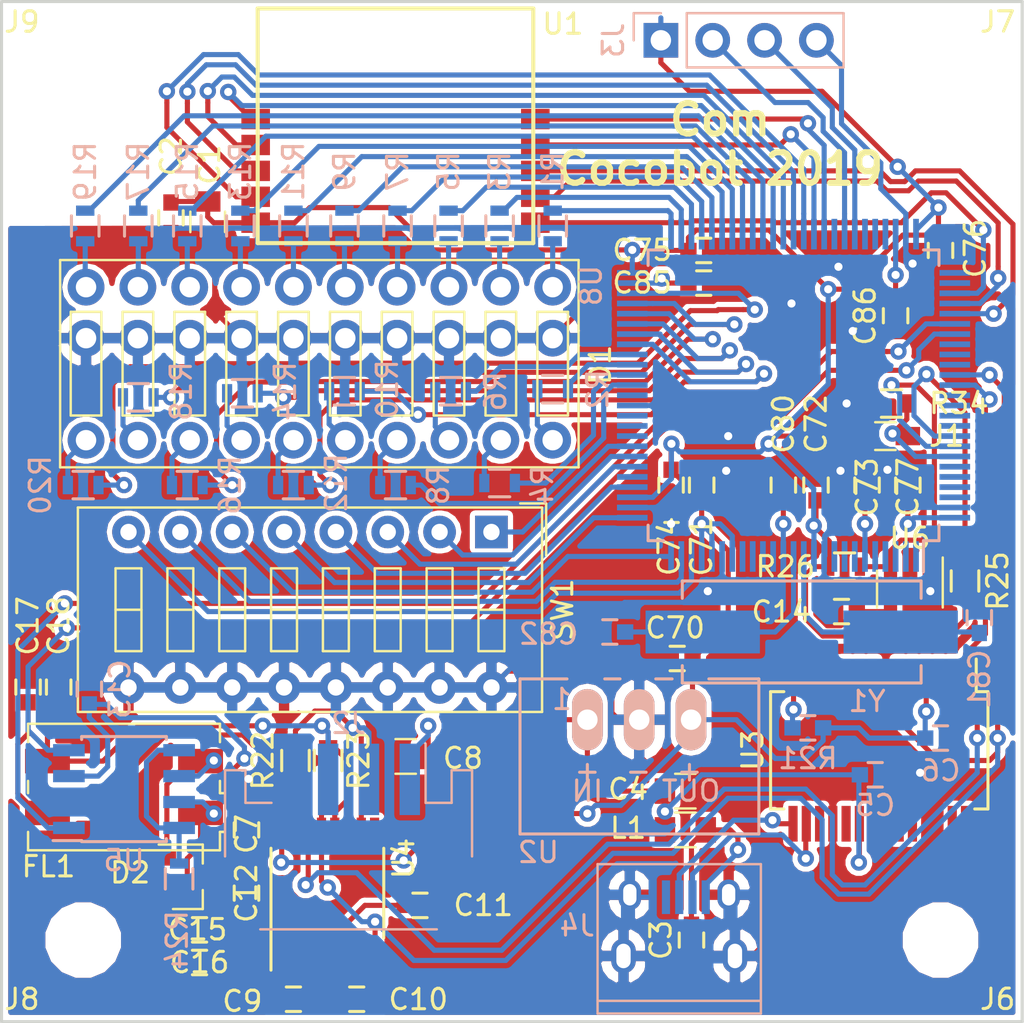
<source format=kicad_pcb>
(kicad_pcb (version 20171130) (host pcbnew "(5.0.0-rc2-108-g8444b1b61-dirty)")
  (layers (0 F.Cu signal) (31 B.Cu signal) (34 B.Paste user) (35 F.Paste user) (36 B.SilkS user) (37 F.SilkS user) (38 B.Mask user) (39 F.Mask user) (44 Edge.Cuts user))
  (net 0 "")
  (net 1 +3V3)
  (net 2 GND)
  (net 3 "Net-(C3-Pad1)")
  (net 4 /Computer/5v)
  (net 5 "Net-(C9-Pad2)")
  (net 6 "Net-(C9-Pad1)")
  (net 7 "Net-(C10-Pad1)")
  (net 8 "Net-(C10-Pad2)")
  (net 9 "Net-(C11-Pad1)")
  (net 10 "Net-(C12-Pad1)")
  (net 11 /uc/nSRST_3v3)
  (net 12 "Net-(C81-Pad1)")
  (net 13 "Net-(C82-Pad1)")
  (net 14 "Net-(C85-Pad1)")
  (net 15 "Net-(C86-Pad1)")
  (net 16 "Net-(D1-Pad1)")
  (net 17 "Net-(D1-Pad2)")
  (net 18 "Net-(D1-Pad3)")
  (net 19 "Net-(D1-Pad4)")
  (net 20 "Net-(D1-Pad5)")
  (net 21 "Net-(D1-Pad6)")
  (net 22 "Net-(D1-Pad7)")
  (net 23 "Net-(D1-Pad8)")
  (net 24 "Net-(D1-Pad9)")
  (net 25 "Net-(D1-Pad10)")
  (net 26 "Net-(D1-Pad20)")
  (net 27 "Net-(D1-Pad19)")
  (net 28 "Net-(D1-Pad18)")
  (net 29 "Net-(D1-Pad17)")
  (net 30 "Net-(D1-Pad16)")
  (net 31 "Net-(D1-Pad15)")
  (net 32 "Net-(D1-Pad14)")
  (net 33 "Net-(D1-Pad13)")
  (net 34 "Net-(D1-Pad12)")
  (net 35 "Net-(D1-Pad11)")
  (net 36 /uc/BOOT0_3v3)
  (net 37 "Net-(J3-Pad3)")
  (net 38 "Net-(J3-Pad2)")
  (net 39 /Computer/rx_3v3)
  (net 40 /Computer/tx_3v3)
  (net 41 /uc/rf_gpio3_3v3)
  (net 42 /uc/rf_sdn_3v3)
  (net 43 /uc/rf_gpio2_3v3)
  (net 44 /uc/rf_spi_cs_3v3)
  (net 45 /uc/rf_gpio1_3v3)
  (net 46 /uc/rf_spi_mosi_3v3)
  (net 47 /uc/rf_gpio0_3v3)
  (net 48 /uc/rf_spi_miso_3v3)
  (net 49 /uc/rf_spi_sck_3v3)
  (net 50 "Net-(J4-Pad3)")
  (net 51 "Net-(J4-Pad2)")
  (net 52 "Net-(R21-Pad2)")
  (net 53 /CAN/can_l)
  (net 54 /CAN/can_h)
  (net 55 "Net-(R24-Pad1)")
  (net 56 /CAN/can_rx_3v3)
  (net 57 /CAN/can_tx_3v3)
  (net 58 /uc/led_c1_1_3v3)
  (net 59 /uc/led_c2_1_3v3)
  (net 60 /uc/led_c1_2_3v3)
  (net 61 /uc/led_c2_2_3v3)
  (net 62 /uc/led_c1_3_3v3)
  (net 63 /uc/led_c2_3_3v3)
  (net 64 /uc/led_c1_4_3v3)
  (net 65 /uc/led_c2_4_3v3)
  (net 66 /uc/led_c1_5_3v3)
  (net 67 /uc/led_c2_5_3v3)
  (net 68 /uc/led_c1_6_3v3)
  (net 69 /uc/led_c2_6_3v3)
  (net 70 /uc/led_c1_7_3v3)
  (net 71 /uc/led_c2_7_3v3)
  (net 72 /uc/led_c1_8_3v3)
  (net 73 /uc/led_c2_8_3v3)
  (net 74 /uc/led_c1_9_3v3)
  (net 75 /uc/led_c2_9_3v3)
  (net 76 /uc/led_c1_10_3v3)
  (net 77 /uc/led_c2_10_3v3)
  (net 78 /uc/sw8_3v3)
  (net 79 /uc/sw7_3v3)
  (net 80 /uc/sw6_3v3)
  (net 81 /uc/sw5_3v3)
  (net 82 /uc/sw4_3v3)
  (net 83 /uc/sw3_3v3)
  (net 84 /uc/sw2_3v3)
  (net 85 /uc/sw1_3v3)
  (net 86 "Net-(J4-Pad4)")
  (net 87 "Net-(J6-Pad1)")
  (net 88 "Net-(J7-Pad1)")
  (net 89 "Net-(J8-Pad1)")
  (net 90 "Net-(J9-Pad1)")
  (net 91 "Net-(R25-Pad2)")
  (net 92 "Net-(R26-Pad2)")
  (net 93 "Net-(U3-Pad2)")
  (net 94 "Net-(U3-Pad3)")
  (net 95 "Net-(U3-Pad6)")
  (net 96 "Net-(U3-Pad9)")
  (net 97 "Net-(U3-Pad10)")
  (net 98 "Net-(U3-Pad11)")
  (net 99 "Net-(U3-Pad12)")
  (net 100 "Net-(U3-Pad13)")
  (net 101 "Net-(U3-Pad17)")
  (net 102 "Net-(U3-Pad19)")
  (net 103 "Net-(U3-Pad22)")
  (net 104 "Net-(U3-Pad23)")
  (net 105 "Net-(U3-Pad27)")
  (net 106 "Net-(U3-Pad28)")
  (net 107 "Net-(U4-Pad7)")
  (net 108 "Net-(U4-Pad9)")
  (net 109 "Net-(U8-Pad98)")
  (net 110 "Net-(U8-Pad97)")
  (net 111 "Net-(U8-Pad96)")
  (net 112 "Net-(U8-Pad91)")
  (net 113 "Net-(U8-Pad90)")
  (net 114 "Net-(U8-Pad89)")
  (net 115 "Net-(U8-Pad88)")
  (net 116 "Net-(U8-Pad85)")
  (net 117 "Net-(U8-Pad84)")
  (net 118 "Net-(U8-Pad83)")
  (net 119 "Net-(U8-Pad77)")
  (net 120 "Net-(U8-Pad76)")
  (net 121 "Net-(U8-Pad72)")
  (net 122 "Net-(U8-Pad71)")
  (net 123 "Net-(U8-Pad70)")
  (net 124 "Net-(U8-Pad67)")
  (net 125 "Net-(U8-Pad38)")
  (net 126 "Net-(U8-Pad36)")
  (net 127 "Net-(U8-Pad35)")
  (net 128 "Net-(U8-Pad34)")
  (net 129 "Net-(U8-Pad30)")
  (net 130 "Net-(U8-Pad18)")
  (net 131 "Net-(U8-Pad17)")
  (net 132 "Net-(U8-Pad16)")
  (net 133 "Net-(U8-Pad15)")
  (net 134 "Net-(U8-Pad9)")
  (net 135 "Net-(U8-Pad8)")
  (net 136 "Net-(U8-Pad7)")
  (net 137 "Net-(U8-Pad5)")
  (net 138 "Net-(U8-Pad4)")
  (net 139 "Net-(U8-Pad3)")
  (net 140 "Net-(U8-Pad2)")
  (net 141 "Net-(U8-Pad1)")
  (net 142 "Net-(C16-Pad1)")
  (net 143 "Net-(C15-Pad1)")
  (net 144 "Net-(U8-Pad95)")
  (module espitall:C_0805 (layer F.Cu) (at 60.1 60.8 270)
    (fp_text reference C1 (at -2.8034 -0.0889 270) (layer F.SilkS))
    (fp_text value 10u)
    (pad 2 smd rect (at 1 0 270) (size 1 1.25) (layers F.Cu F.Paste F.Mask) (net 2 GND))
    (pad 1 smd rect (at -1 0 270) (size 1 1.25) (layers F.Cu F.Paste F.Mask) (net 1 +3V3))
  )
  (module espitall:C_0603 (layer F.Cu) (at 58.3 60.6 270)
    (fp_text reference C2 (at -3.017199 -0.01 270) (layer F.SilkS))
    (fp_text value 100n)
    (pad 2 smd rect (at 0.75 0 270) (size 0.8 0.75) (layers F.Cu F.Paste F.Mask) (net 2 GND))
    (pad 1 smd rect (at -0.75 0 270) (size 0.8 0.75) (layers F.Cu F.Paste F.Mask) (net 1 +3V3))
  )
  (module espitall:C_0603 (layer F.Cu) (at 83.8 96 270)
    (fp_text reference C3 (at 0 1.5 270) (layer F.SilkS))
    (fp_text value 10n)
    (pad 2 smd rect (at 0.75 0 270) (size 0.8 0.75) (layers F.Cu F.Paste F.Mask) (net 2 GND))
    (pad 1 smd rect (at -0.75 0 270) (size 0.8 0.75) (layers F.Cu F.Paste F.Mask) (net 3 "Net-(C3-Pad1)"))
  )
  (module espitall:C_0805 (layer F.Cu) (at 83.5 88.7)
    (fp_text reference C4 (at -2.8034 -0.0889) (layer F.SilkS))
    (fp_text value 4u7)
    (pad 2 smd rect (at 1 0) (size 1 1.25) (layers F.Cu F.Paste F.Mask) (net 2 GND))
    (pad 1 smd rect (at -1 0) (size 1 1.25) (layers F.Cu F.Paste F.Mask) (net 4 /Computer/5v))
  )
  (module espitall:C_0603 (layer B.Cu) (at 92.8 87.9)
    (fp_text reference C5 (at 0 1.5) (layer B.SilkS) (effects (justify mirror)))
    (fp_text value 100n)
    (pad 2 smd rect (at 0.75 0) (size 0.8 0.75) (layers B.Cu B.Paste B.Mask) (net 2 GND))
    (pad 1 smd rect (at -0.75 0) (size 0.8 0.75) (layers B.Cu B.Paste B.Mask) (net 4 /Computer/5v))
  )
  (module espitall:C_0603 (layer B.Cu) (at 96 86.1)
    (fp_text reference C6 (at 0 1.6) (layer B.SilkS) (effects (justify mirror)))
    (fp_text value 100n)
    (pad 2 smd rect (at 0.75 0) (size 0.8 0.75) (layers B.Cu B.Paste B.Mask) (net 2 GND))
    (pad 1 smd rect (at -0.75 0) (size 0.8 0.75) (layers B.Cu B.Paste B.Mask) (net 1 +3V3))
  )
  (module espitall:C_0603 (layer F.Cu) (at 62 90.6 90)
    (fp_text reference C7 (at -0.2 0 90) (layer F.SilkS))
    (fp_text value 100n)
    (pad 2 smd rect (at 0.75 0 90) (size 0.8 0.75) (layers F.Cu F.Paste F.Mask) (net 1 +3V3))
    (pad 1 smd rect (at -0.75 0 90) (size 0.8 0.75) (layers F.Cu F.Paste F.Mask) (net 2 GND))
  )
  (module espitall:C_0805 (layer F.Cu) (at 69.8 87 180)
    (fp_text reference C8 (at -2.8034 -0.0889 180) (layer F.SilkS))
    (fp_text value 10u)
    (pad 2 smd rect (at 1 0 180) (size 1 1.25) (layers F.Cu F.Paste F.Mask) (net 2 GND))
    (pad 1 smd rect (at -1 0 180) (size 1 1.25) (layers F.Cu F.Paste F.Mask) (net 4 /Computer/5v))
  )
  (module espitall:C_0603 (layer F.Cu) (at 64.3 98.9)
    (fp_text reference C9 (at -2.5 0.1) (layer F.SilkS))
    (fp_text value 100n)
    (pad 2 smd rect (at 0.75 0) (size 0.8 0.75) (layers F.Cu F.Paste F.Mask) (net 5 "Net-(C9-Pad2)"))
    (pad 1 smd rect (at -0.75 0) (size 0.8 0.75) (layers F.Cu F.Paste F.Mask) (net 6 "Net-(C9-Pad1)"))
  )
  (module espitall:C_0603 (layer F.Cu) (at 67.4 98.9 180)
    (fp_text reference C10 (at -3.017199 -0.01 180) (layer F.SilkS))
    (fp_text value 100n)
    (pad 2 smd rect (at 0.75 0 180) (size 0.8 0.75) (layers F.Cu F.Paste F.Mask) (net 8 "Net-(C10-Pad2)"))
    (pad 1 smd rect (at -0.75 0 180) (size 0.8 0.75) (layers F.Cu F.Paste F.Mask) (net 7 "Net-(C10-Pad1)"))
  )
  (module espitall:C_0603 (layer F.Cu) (at 70.5 94.3)
    (fp_text reference C11 (at 3.1 0) (layer F.SilkS))
    (fp_text value 100n)
    (pad 2 smd rect (at 0.75 0) (size 0.8 0.75) (layers F.Cu F.Paste F.Mask) (net 2 GND))
    (pad 1 smd rect (at -0.75 0) (size 0.8 0.75) (layers F.Cu F.Paste F.Mask) (net 9 "Net-(C11-Pad1)"))
  )
  (module espitall:C_0603 (layer F.Cu) (at 62 93.7 90)
    (fp_text reference C12 (at 0 0 90) (layer F.SilkS))
    (fp_text value 100n)
    (pad 2 smd rect (at 0.75 0 90) (size 0.8 0.75) (layers F.Cu F.Paste F.Mask) (net 2 GND))
    (pad 1 smd rect (at -0.75 0 90) (size 0.8 0.75) (layers F.Cu F.Paste F.Mask) (net 10 "Net-(C12-Pad1)"))
  )
  (module espitall:C_0603 (layer F.Cu) (at 83.1 82.2 180)
    (fp_text reference C70 (at 0.1 1.5 180) (layer F.SilkS))
    (fp_text value 10u)
    (pad 2 smd rect (at 0.75 0 180) (size 0.8 0.75) (layers F.Cu F.Paste F.Mask) (net 2 GND))
    (pad 1 smd rect (at -0.75 0 180) (size 0.8 0.75) (layers F.Cu F.Paste F.Mask) (net 1 +3V3))
  )
  (module espitall:C_0603 (layer F.Cu) (at 84.3 73.7 90)
    (fp_text reference C71 (at -3.017199 -0.01 90) (layer F.SilkS))
    (fp_text value 100n)
    (pad 2 smd rect (at 0.75 0 90) (size 0.8 0.75) (layers F.Cu F.Paste F.Mask) (net 2 GND))
    (pad 1 smd rect (at -0.75 0 90) (size 0.8 0.75) (layers F.Cu F.Paste F.Mask) (net 1 +3V3))
  )
  (module espitall:C_0603 (layer F.Cu) (at 89.9 73.7 90)
    (fp_text reference C72 (at 3 0 90) (layer F.SilkS))
    (fp_text value 100n)
    (pad 2 smd rect (at 0.75 0 90) (size 0.8 0.75) (layers F.Cu F.Paste F.Mask) (net 2 GND))
    (pad 1 smd rect (at -0.75 0 90) (size 0.8 0.75) (layers F.Cu F.Paste F.Mask) (net 1 +3V3))
  )
  (module espitall:C_0603 (layer F.Cu) (at 92.4 73.7 90)
    (fp_text reference C73 (at -0.1 0 90) (layer F.SilkS))
    (fp_text value 100n)
    (pad 2 smd rect (at 0.75 0 90) (size 0.8 0.75) (layers F.Cu F.Paste F.Mask) (net 2 GND))
    (pad 1 smd rect (at -0.75 0 90) (size 0.8 0.75) (layers F.Cu F.Paste F.Mask) (net 1 +3V3))
  )
  (module espitall:C_0603 (layer F.Cu) (at 82.8 73.7 270)
    (fp_text reference C74 (at 3 0.1 270) (layer F.SilkS))
    (fp_text value 100n)
    (pad 2 smd rect (at 0.75 0 270) (size 0.8 0.75) (layers F.Cu F.Paste F.Mask) (net 2 GND))
    (pad 1 smd rect (at -0.75 0 270) (size 0.8 0.75) (layers F.Cu F.Paste F.Mask) (net 1 +3V3))
  )
  (module espitall:C_0603 (layer F.Cu) (at 84.4 62.2)
    (fp_text reference C75 (at -3.017199 -0.01) (layer F.SilkS))
    (fp_text value 100n)
    (pad 2 smd rect (at 0.75 0) (size 0.8 0.75) (layers F.Cu F.Paste F.Mask) (net 2 GND))
    (pad 1 smd rect (at -0.75 0) (size 0.8 0.75) (layers F.Cu F.Paste F.Mask) (net 1 +3V3))
  )
  (module espitall:C_0603 (layer F.Cu) (at 96 62.2 270)
    (fp_text reference C76 (at -0.1 -1.7 270) (layer F.SilkS))
    (fp_text value 100n)
    (pad 2 smd rect (at 0.75 0 270) (size 0.8 0.75) (layers F.Cu F.Paste F.Mask) (net 2 GND))
    (pad 1 smd rect (at -0.75 0 270) (size 0.8 0.75) (layers F.Cu F.Paste F.Mask) (net 1 +3V3))
  )
  (module espitall:C_0603 (layer F.Cu) (at 94.4 73.7 90)
    (fp_text reference C77 (at -0.1 0 90) (layer F.SilkS))
    (fp_text value 100n)
    (pad 2 smd rect (at 0.75 0 90) (size 0.8 0.75) (layers F.Cu F.Paste F.Mask) (net 2 GND))
    (pad 1 smd rect (at -0.75 0 90) (size 0.8 0.75) (layers F.Cu F.Paste F.Mask) (net 1 +3V3))
  )
  (module espitall:C_0603 (layer F.Cu) (at 88.3 73.7 90)
    (fp_text reference C80 (at 3 0 90) (layer F.SilkS))
    (fp_text value 100n)
    (pad 2 smd rect (at 0.75 0 90) (size 0.8 0.75) (layers F.Cu F.Paste F.Mask) (net 2 GND))
    (pad 1 smd rect (at -0.75 0 90) (size 0.8 0.75) (layers F.Cu F.Paste F.Mask) (net 11 /uc/nSRST_3v3))
  )
  (module espitall:C_0603 (layer B.Cu) (at 97.9 80.2 90)
    (fp_text reference C81 (at -3.017199 0.01 90) (layer B.SilkS) (effects (justify mirror)))
    (fp_text value 20p)
    (pad 2 smd rect (at 0.75 0 90) (size 0.8 0.75) (layers B.Cu B.Paste B.Mask) (net 2 GND))
    (pad 1 smd rect (at -0.75 0 90) (size 0.8 0.75) (layers B.Cu B.Paste B.Mask) (net 12 "Net-(C81-Pad1)"))
  )
  (module espitall:C_0603 (layer B.Cu) (at 79.8 80.9 180)
    (fp_text reference C82 (at 3 -0.1 180) (layer B.SilkS) (effects (justify mirror)))
    (fp_text value 20p)
    (pad 2 smd rect (at 0.75 0 180) (size 0.8 0.75) (layers B.Cu B.Paste B.Mask) (net 2 GND))
    (pad 1 smd rect (at -0.75 0 180) (size 0.8 0.75) (layers B.Cu B.Paste B.Mask) (net 13 "Net-(C82-Pad1)"))
  )
  (module espitall:C_0603 (layer F.Cu) (at 84.4 63.8)
    (fp_text reference C85 (at -3.017199 -0.01) (layer F.SilkS))
    (fp_text value 2u2)
    (pad 2 smd rect (at 0.75 0) (size 0.8 0.75) (layers F.Cu F.Paste F.Mask) (net 2 GND))
    (pad 1 smd rect (at -0.75 0) (size 0.8 0.75) (layers F.Cu F.Paste F.Mask) (net 14 "Net-(C85-Pad1)"))
  )
  (module espitall:C_0603 (layer F.Cu) (at 93.8 65.4 270)
    (fp_text reference C86 (at 0 1.5 270) (layer F.SilkS))
    (fp_text value 2u2)
    (pad 2 smd rect (at 0.75 0 270) (size 0.8 0.75) (layers F.Cu F.Paste F.Mask) (net 2 GND))
    (pad 1 smd rect (at -0.75 0 270) (size 0.8 0.75) (layers F.Cu F.Paste F.Mask) (net 15 "Net-(C86-Pad1)"))
  )
  (module espitall:XGURUGX10D (layer F.Cu) (at 77 64 270)
    (fp_text reference D1 (at 3.81 -2.33 270) (layer F.SilkS))
    (fp_text value XGURUGX10D)
    (pad 30 thru_hole oval (at 2.5 22.86 270) (size 1.8 1.8) (drill 1) (layers *.Cu *.Mask) (net 2 GND))
    (pad 29 thru_hole oval (at 2.5 20.32 270) (size 1.8 1.8) (drill 1) (layers *.Cu *.Mask) (net 2 GND))
    (pad 28 thru_hole oval (at 2.5 17.78 270) (size 1.8 1.8) (drill 1) (layers *.Cu *.Mask) (net 2 GND))
    (pad 27 thru_hole oval (at 2.5 15.24 270) (size 1.8 1.8) (drill 1) (layers *.Cu *.Mask) (net 2 GND))
    (pad 26 thru_hole oval (at 2.5 12.7 270) (size 1.8 1.8) (drill 1) (layers *.Cu *.Mask) (net 2 GND))
    (pad 25 thru_hole oval (at 2.5 10.16 270) (size 1.8 1.8) (drill 1) (layers *.Cu *.Mask) (net 2 GND))
    (pad 24 thru_hole oval (at 2.5 7.62 270) (size 1.8 1.8) (drill 1) (layers *.Cu *.Mask) (net 2 GND))
    (pad 23 thru_hole oval (at 2.5 5.08 270) (size 1.8 1.8) (drill 1) (layers *.Cu *.Mask) (net 2 GND))
    (pad 22 thru_hole oval (at 2.5 2.54 270) (size 1.8 1.8) (drill 1) (layers *.Cu *.Mask) (net 2 GND))
    (pad 21 thru_hole oval (at 2.5 0 270) (size 1.8 1.8) (drill 1) (layers *.Cu *.Mask) (net 2 GND))
    (pad 11 thru_hole oval (at 7.5 22.86 270) (size 1.8 1.8) (drill 1) (layers *.Cu *.Mask) (net 35 "Net-(D1-Pad11)"))
    (pad 12 thru_hole oval (at 7.5 20.32 270) (size 1.8 1.8) (drill 1) (layers *.Cu *.Mask) (net 34 "Net-(D1-Pad12)"))
    (pad 13 thru_hole oval (at 7.5 17.78 270) (size 1.8 1.8) (drill 1) (layers *.Cu *.Mask) (net 33 "Net-(D1-Pad13)"))
    (pad 14 thru_hole oval (at 7.5 15.24 270) (size 1.8 1.8) (drill 1) (layers *.Cu *.Mask) (net 32 "Net-(D1-Pad14)"))
    (pad 15 thru_hole oval (at 7.5 12.7 270) (size 1.8 1.8) (drill 1) (layers *.Cu *.Mask) (net 31 "Net-(D1-Pad15)"))
    (pad 16 thru_hole oval (at 7.5 10.16 270) (size 1.8 1.8) (drill 1) (layers *.Cu *.Mask) (net 30 "Net-(D1-Pad16)"))
    (pad 17 thru_hole oval (at 7.5 7.62 270) (size 1.8 1.8) (drill 1) (layers *.Cu *.Mask) (net 29 "Net-(D1-Pad17)"))
    (pad 18 thru_hole oval (at 7.5 5.08 270) (size 1.8 1.8) (drill 1) (layers *.Cu *.Mask) (net 28 "Net-(D1-Pad18)"))
    (pad 19 thru_hole oval (at 7.5 2.54 270) (size 1.8 1.8) (drill 1) (layers *.Cu *.Mask) (net 27 "Net-(D1-Pad19)"))
    (pad 20 thru_hole oval (at 7.5 0 270) (size 1.8 1.8) (drill 1) (layers *.Cu *.Mask) (net 26 "Net-(D1-Pad20)"))
    (pad 10 thru_hole oval (at 0 22.86 270) (size 1.8 1.8) (drill 1) (layers *.Cu *.Mask) (net 25 "Net-(D1-Pad10)"))
    (pad 9 thru_hole oval (at 0 20.32 270) (size 1.8 1.8) (drill 1) (layers *.Cu *.Mask) (net 24 "Net-(D1-Pad9)"))
    (pad 8 thru_hole oval (at 0 17.78 270) (size 1.8 1.8) (drill 1) (layers *.Cu *.Mask) (net 23 "Net-(D1-Pad8)"))
    (pad 7 thru_hole oval (at 0 15.24 270) (size 1.8 1.8) (drill 1) (layers *.Cu *.Mask) (net 22 "Net-(D1-Pad7)"))
    (pad 6 thru_hole oval (at 0 12.7 270) (size 1.8 1.8) (drill 1) (layers *.Cu *.Mask) (net 21 "Net-(D1-Pad6)"))
    (pad 5 thru_hole oval (at 0 10.16 270) (size 1.8 1.8) (drill 1) (layers *.Cu *.Mask) (net 20 "Net-(D1-Pad5)"))
    (pad 4 thru_hole oval (at 0 7.62 270) (size 1.8 1.8) (drill 1) (layers *.Cu *.Mask) (net 19 "Net-(D1-Pad4)"))
    (pad 3 thru_hole oval (at 0 5.08 270) (size 1.8 1.8) (drill 1) (layers *.Cu *.Mask) (net 18 "Net-(D1-Pad3)"))
    (pad 2 thru_hole oval (at 0 2.54 270) (size 1.8 1.8) (drill 1) (layers *.Cu *.Mask) (net 17 "Net-(D1-Pad2)"))
    (pad 1 thru_hole oval (at 0 0 270) (size 1.8 1.8) (drill 1) (layers *.Cu *.Mask) (net 16 "Net-(D1-Pad1)"))
  )
  (module espitall:R_0603_HandSoldering (layer F.Cu) (at 93.3 71.3)
    (fp_text reference J1 (at 3 0) (layer F.SilkS))
    (fp_text value Conn_01x02)
    (pad 1 smd rect (at -1.099999 0) (size 1.2 0.9) (layers F.Cu F.Paste F.Mask) (net 1 +3V3))
    (pad 2 smd rect (at 1.099999 0) (size 1.2 0.9) (layers F.Cu F.Paste F.Mask) (net 36 /uc/BOOT0_3v3))
  )
  (module Socket_Strips:Socket_Strip_Straight_1x04_Pitch2.54mm (layer B.Cu) (at 82.3 51.9 270)
    (fp_text reference J3 (at 0 2.33 270) (layer B.SilkS) (effects (justify mirror)))
    (fp_text value Conn_01x04)
    (pad 1 thru_hole rect (at 0 0 270) (size 1.7 1.7) (drill 1) (layers *.Cu *.Mask) (net 1 +3V3))
    (pad 2 thru_hole oval (at 0 -2.54 270) (size 1.7 1.7) (drill 1) (layers *.Cu *.Mask) (net 38 "Net-(J3-Pad2)"))
    (pad 3 thru_hole oval (at 0 -5.08 270) (size 1.7 1.7) (drill 1) (layers *.Cu *.Mask) (net 37 "Net-(J3-Pad3)"))
    (pad 4 thru_hole oval (at 0 -7.62 270) (size 1.7 1.7) (drill 1) (layers *.Cu *.Mask) (net 2 GND))
  )
  (module Mounting_Holes:MountingHole_3.2mm_M3 (layer F.Cu) (at 96 96)
    (fp_text reference J6 (at 2.8 2.9) (layer F.SilkS))
    (fp_text value Conn_01x01)
    (pad 1 np_thru_hole circle (at 0 0) (size 3.2 3.2) (drill 3.2) (layers *.Cu *.Mask) (net 87 "Net-(J6-Pad1)"))
  )
  (module Mounting_Holes:MountingHole_3.2mm_M3 (layer F.Cu) (at 96 54)
    (fp_text reference J7 (at 2.8 -3) (layer F.SilkS))
    (fp_text value Conn_01x01)
    (pad 1 np_thru_hole circle (at 0 0) (size 3.2 3.2) (drill 3.2) (layers *.Cu *.Mask) (net 88 "Net-(J7-Pad1)"))
  )
  (module Mounting_Holes:MountingHole_3.2mm_M3 (layer F.Cu) (at 54 96)
    (fp_text reference J8 (at -3 2.9) (layer F.SilkS))
    (fp_text value Conn_01x01)
    (pad 1 np_thru_hole circle (at 0 0) (size 3.2 3.2) (drill 3.2) (layers *.Cu *.Mask) (net 89 "Net-(J8-Pad1)"))
  )
  (module Mounting_Holes:MountingHole_3.2mm_M3 (layer F.Cu) (at 54 54)
    (fp_text reference J9 (at -3 -3) (layer F.SilkS))
    (fp_text value Conn_01x01)
    (pad 1 np_thru_hole circle (at 0 0) (size 3.2 3.2) (drill 3.2) (layers *.Cu *.Mask) (net 90 "Net-(J9-Pad1)"))
  )
  (module espitall:C_0805 (layer F.Cu) (at 83.5 90.6)
    (fp_text reference L1 (at -2.8034 -0.0889) (layer F.SilkS))
    (fp_text value Ferrite_Bead)
    (pad 2 smd rect (at 1 0) (size 1 1.25) (layers F.Cu F.Paste F.Mask) (net 3 "Net-(C3-Pad1)"))
    (pad 1 smd rect (at -1 0) (size 1 1.25) (layers F.Cu F.Paste F.Mask) (net 4 /Computer/5v))
  )
  (module espitall:R_0603 (layer B.Cu) (at 77 61 270)
    (fp_text reference R1 (at -2.674 -0.004 90) (layer B.SilkS) (effects (justify mirror)))
    (fp_text value 220)
    (pad 2 smd rect (at 0.75 0 270) (size 0.5 0.9) (layers B.Cu B.Paste B.Mask) (net 16 "Net-(D1-Pad1)"))
    (pad 1 smd rect (at -0.75 0 270) (size 0.5 0.9) (layers B.Cu B.Paste B.Mask) (net 58 /uc/led_c1_1_3v3))
  )
  (module espitall:R_0603 (layer B.Cu) (at 77 69 180)
    (fp_text reference R2 (at -2.2 -0.004 90) (layer B.SilkS) (effects (justify mirror)))
    (fp_text value 220)
    (pad 2 smd rect (at 0.75 0 180) (size 0.5 0.9) (layers B.Cu B.Paste B.Mask) (net 26 "Net-(D1-Pad20)"))
    (pad 1 smd rect (at -0.75 0 180) (size 0.5 0.9) (layers B.Cu B.Paste B.Mask) (net 59 /uc/led_c2_1_3v3))
  )
  (module espitall:R_0603 (layer B.Cu) (at 74.4 61 270)
    (fp_text reference R3 (at -2.674 -0.004 90) (layer B.SilkS) (effects (justify mirror)))
    (fp_text value 220)
    (pad 2 smd rect (at 0.75 0 270) (size 0.5 0.9) (layers B.Cu B.Paste B.Mask) (net 17 "Net-(D1-Pad2)"))
    (pad 1 smd rect (at -0.75 0 270) (size 0.5 0.9) (layers B.Cu B.Paste B.Mask) (net 60 /uc/led_c1_2_3v3))
  )
  (module espitall:R_0603 (layer B.Cu) (at 74.4 73.6 180)
    (fp_text reference R4 (at -2.1 -0.1 90) (layer B.SilkS) (effects (justify mirror)))
    (fp_text value 220)
    (pad 2 smd rect (at 0.75 0 180) (size 0.5 0.9) (layers B.Cu B.Paste B.Mask) (net 27 "Net-(D1-Pad19)"))
    (pad 1 smd rect (at -0.75 0 180) (size 0.5 0.9) (layers B.Cu B.Paste B.Mask) (net 61 /uc/led_c2_2_3v3))
  )
  (module espitall:R_0603 (layer B.Cu) (at 71.9 61 270)
    (fp_text reference R5 (at -2.674 -0.004 90) (layer B.SilkS) (effects (justify mirror)))
    (fp_text value 220)
    (pad 2 smd rect (at 0.75 0 270) (size 0.5 0.9) (layers B.Cu B.Paste B.Mask) (net 18 "Net-(D1-Pad3)"))
    (pad 1 smd rect (at -0.75 0 270) (size 0.5 0.9) (layers B.Cu B.Paste B.Mask) (net 62 /uc/led_c1_3_3v3))
  )
  (module espitall:R_0603 (layer B.Cu) (at 72 69.1 180)
    (fp_text reference R6 (at -2.2 -0.004 90) (layer B.SilkS) (effects (justify mirror)))
    (fp_text value 220)
    (pad 2 smd rect (at 0.75 0 180) (size 0.5 0.9) (layers B.Cu B.Paste B.Mask) (net 28 "Net-(D1-Pad18)"))
    (pad 1 smd rect (at -0.75 0 180) (size 0.5 0.9) (layers B.Cu B.Paste B.Mask) (net 63 /uc/led_c2_3_3v3))
  )
  (module espitall:R_0603 (layer B.Cu) (at 69.4 61 270)
    (fp_text reference R7 (at -2.674 -0.004 90) (layer B.SilkS) (effects (justify mirror)))
    (fp_text value 220)
    (pad 2 smd rect (at 0.75 0 270) (size 0.5 0.9) (layers B.Cu B.Paste B.Mask) (net 19 "Net-(D1-Pad4)"))
    (pad 1 smd rect (at -0.75 0 270) (size 0.5 0.9) (layers B.Cu B.Paste B.Mask) (net 64 /uc/led_c1_4_3v3))
  )
  (module espitall:R_0603 (layer B.Cu) (at 69.3 73.7 180)
    (fp_text reference R8 (at -2.1 -0.004 90) (layer B.SilkS) (effects (justify mirror)))
    (fp_text value 220)
    (pad 2 smd rect (at 0.75 0 180) (size 0.5 0.9) (layers B.Cu B.Paste B.Mask) (net 29 "Net-(D1-Pad17)"))
    (pad 1 smd rect (at -0.75 0 180) (size 0.5 0.9) (layers B.Cu B.Paste B.Mask) (net 65 /uc/led_c2_4_3v3))
  )
  (module espitall:R_0603 (layer B.Cu) (at 66.8 61 270)
    (fp_text reference R9 (at -2.674 -0.004 90) (layer B.SilkS) (effects (justify mirror)))
    (fp_text value 220)
    (pad 2 smd rect (at 0.75 0 270) (size 0.5 0.9) (layers B.Cu B.Paste B.Mask) (net 20 "Net-(D1-Pad5)"))
    (pad 1 smd rect (at -0.75 0 270) (size 0.5 0.9) (layers B.Cu B.Paste B.Mask) (net 66 /uc/led_c1_5_3v3))
  )
  (module espitall:R_0603 (layer B.Cu) (at 66.8 69.1 180)
    (fp_text reference R10 (at -2.1 0.1 90) (layer B.SilkS) (effects (justify mirror)))
    (fp_text value 220)
    (pad 2 smd rect (at 0.75 0 180) (size 0.5 0.9) (layers B.Cu B.Paste B.Mask) (net 30 "Net-(D1-Pad16)"))
    (pad 1 smd rect (at -0.75 0 180) (size 0.5 0.9) (layers B.Cu B.Paste B.Mask) (net 67 /uc/led_c2_5_3v3))
  )
  (module espitall:R_0603 (layer B.Cu) (at 64.3 61 270)
    (fp_text reference R11 (at -2.674 -0.004 90) (layer B.SilkS) (effects (justify mirror)))
    (fp_text value 220)
    (pad 2 smd rect (at 0.75 0 270) (size 0.5 0.9) (layers B.Cu B.Paste B.Mask) (net 21 "Net-(D1-Pad6)"))
    (pad 1 smd rect (at -0.75 0 270) (size 0.5 0.9) (layers B.Cu B.Paste B.Mask) (net 68 /uc/led_c1_6_3v3))
  )
  (module espitall:R_0603 (layer B.Cu) (at 64.3 73.7 180)
    (fp_text reference R12 (at -2.1 0.1 90) (layer B.SilkS) (effects (justify mirror)))
    (fp_text value 220)
    (pad 2 smd rect (at 0.75 0 180) (size 0.5 0.9) (layers B.Cu B.Paste B.Mask) (net 31 "Net-(D1-Pad15)"))
    (pad 1 smd rect (at -0.75 0 180) (size 0.5 0.9) (layers B.Cu B.Paste B.Mask) (net 69 /uc/led_c2_6_3v3))
  )
  (module espitall:R_0603 (layer B.Cu) (at 61.7 61 270)
    (fp_text reference R13 (at -2.674 -0.004 90) (layer B.SilkS) (effects (justify mirror)))
    (fp_text value 220)
    (pad 2 smd rect (at 0.75 0 270) (size 0.5 0.9) (layers B.Cu B.Paste B.Mask) (net 22 "Net-(D1-Pad7)"))
    (pad 1 smd rect (at -0.75 0 270) (size 0.5 0.9) (layers B.Cu B.Paste B.Mask) (net 70 /uc/led_c1_7_3v3))
  )
  (module espitall:R_0603 (layer B.Cu) (at 61.8 69.2 180)
    (fp_text reference R14 (at -2.1 0.1 90) (layer B.SilkS) (effects (justify mirror)))
    (fp_text value 220)
    (pad 2 smd rect (at 0.75 0 180) (size 0.5 0.9) (layers B.Cu B.Paste B.Mask) (net 32 "Net-(D1-Pad14)"))
    (pad 1 smd rect (at -0.75 0 180) (size 0.5 0.9) (layers B.Cu B.Paste B.Mask) (net 71 /uc/led_c2_7_3v3))
  )
  (module espitall:R_0603 (layer B.Cu) (at 59.1 61 270)
    (fp_text reference R15 (at -2.674 -0.004 90) (layer B.SilkS) (effects (justify mirror)))
    (fp_text value 220)
    (pad 2 smd rect (at 0.75 0 270) (size 0.5 0.9) (layers B.Cu B.Paste B.Mask) (net 23 "Net-(D1-Pad8)"))
    (pad 1 smd rect (at -0.75 0 270) (size 0.5 0.9) (layers B.Cu B.Paste B.Mask) (net 72 /uc/led_c1_8_3v3))
  )
  (module espitall:R_0603 (layer B.Cu) (at 59.1 73.7 180)
    (fp_text reference R16 (at -2.1 0 90) (layer B.SilkS) (effects (justify mirror)))
    (fp_text value 220)
    (pad 2 smd rect (at 0.75 0 180) (size 0.5 0.9) (layers B.Cu B.Paste B.Mask) (net 33 "Net-(D1-Pad13)"))
    (pad 1 smd rect (at -0.75 0 180) (size 0.5 0.9) (layers B.Cu B.Paste B.Mask) (net 73 /uc/led_c2_8_3v3))
  )
  (module espitall:R_0603 (layer B.Cu) (at 56.7 61 270)
    (fp_text reference R17 (at -2.674 -0.004 90) (layer B.SilkS) (effects (justify mirror)))
    (fp_text value 220)
    (pad 2 smd rect (at 0.75 0 270) (size 0.5 0.9) (layers B.Cu B.Paste B.Mask) (net 24 "Net-(D1-Pad9)"))
    (pad 1 smd rect (at -0.75 0 270) (size 0.5 0.9) (layers B.Cu B.Paste B.Mask) (net 74 /uc/led_c1_9_3v3))
  )
  (module espitall:R_0603 (layer B.Cu) (at 56.7 69.4 180)
    (fp_text reference R18 (at -2.1 0.3 90) (layer B.SilkS) (effects (justify mirror)))
    (fp_text value 220)
    (pad 2 smd rect (at 0.75 0 180) (size 0.5 0.9) (layers B.Cu B.Paste B.Mask) (net 34 "Net-(D1-Pad12)"))
    (pad 1 smd rect (at -0.75 0 180) (size 0.5 0.9) (layers B.Cu B.Paste B.Mask) (net 75 /uc/led_c2_9_3v3))
  )
  (module espitall:R_0603 (layer B.Cu) (at 54.1 61 270)
    (fp_text reference R19 (at -2.674 -0.004 90) (layer B.SilkS) (effects (justify mirror)))
    (fp_text value 220)
    (pad 2 smd rect (at 0.75 0 270) (size 0.5 0.9) (layers B.Cu B.Paste B.Mask) (net 25 "Net-(D1-Pad10)"))
    (pad 1 smd rect (at -0.75 0 270) (size 0.5 0.9) (layers B.Cu B.Paste B.Mask) (net 76 /uc/led_c1_10_3v3))
  )
  (module espitall:R_0603 (layer B.Cu) (at 54 73.7 180)
    (fp_text reference R20 (at 2.1 0 90) (layer B.SilkS) (effects (justify mirror)))
    (fp_text value 220)
    (pad 2 smd rect (at 0.75 0 180) (size 0.5 0.9) (layers B.Cu B.Paste B.Mask) (net 35 "Net-(D1-Pad11)"))
    (pad 1 smd rect (at -0.75 0 180) (size 0.5 0.9) (layers B.Cu B.Paste B.Mask) (net 77 /uc/led_c2_10_3v3))
  )
  (module espitall:C_0603 (layer B.Cu) (at 89.5 85.6 180)
    (fp_text reference R21 (at 0 -1.5 180) (layer B.SilkS) (effects (justify mirror)))
    (fp_text value 10k)
    (pad 2 smd rect (at 0.75 0 180) (size 0.8 0.75) (layers B.Cu B.Paste B.Mask) (net 52 "Net-(R21-Pad2)"))
    (pad 1 smd rect (at -0.75 0 180) (size 0.8 0.75) (layers B.Cu B.Paste B.Mask) (net 1 +3V3))
  )
  (module espitall:R_0603 (layer F.Cu) (at 64.4 87.2 270)
    (fp_text reference R22 (at 0 1.6 90) (layer F.SilkS))
    (fp_text value 0)
    (pad 2 smd rect (at 0.75 0 270) (size 0.5 0.9) (layers F.Cu F.Paste F.Mask) (net 39 /Computer/rx_3v3))
    (pad 1 smd rect (at -0.75 0 270) (size 0.5 0.9) (layers F.Cu F.Paste F.Mask) (net 54 /CAN/can_h))
  )
  (module espitall:R_0603 (layer F.Cu) (at 66 87.2 270)
    (fp_text reference R23 (at 0 -1.5 90) (layer F.SilkS))
    (fp_text value 0)
    (pad 2 smd rect (at 0.75 0 270) (size 0.5 0.9) (layers F.Cu F.Paste F.Mask) (net 40 /Computer/tx_3v3))
    (pad 1 smd rect (at -0.75 0 270) (size 0.5 0.9) (layers F.Cu F.Paste F.Mask) (net 53 /CAN/can_l))
  )
  (module espitall:R_0603 (layer F.Cu) (at 93.6 69.7 180)
    (fp_text reference R34 (at -3.3 0.004) (layer F.SilkS))
    (fp_text value 10k)
    (pad 2 smd rect (at 0.75 0 180) (size 0.5 0.9) (layers F.Cu F.Paste F.Mask) (net 2 GND))
    (pad 1 smd rect (at -0.75 0 180) (size 0.5 0.9) (layers F.Cu F.Paste F.Mask) (net 36 /uc/BOOT0_3v3))
  )
  (module espitall:SPSGRF-868 (layer F.Cu) (at 69.3 58.3)
    (fp_text reference U1 (at 8.2 -7.2) (layer F.SilkS))
    (fp_text value SPSGRF-868)
    (pad 6 smd rect (at -2.75 3.54) (size 1 1.4) (layers F.Cu F.Paste F.Mask) (net 2 GND))
    (pad 7 smd rect (at 6.85 2.54) (size 1.4 1) (layers F.Cu F.Paste F.Mask) (net 49 /uc/rf_spi_sck_3v3))
    (pad 5 smd rect (at -6.85 2.54) (size 1.4 1) (layers F.Cu F.Paste F.Mask) (net 1 +3V3))
    (pad 8 smd rect (at 6.85 1.27) (size 1.4 1) (layers F.Cu F.Paste F.Mask) (net 48 /uc/rf_spi_miso_3v3))
    (pad 4 smd rect (at -6.85 1.27) (size 1.4 1) (layers F.Cu F.Paste F.Mask) (net 47 /uc/rf_gpio0_3v3))
    (pad 9 smd rect (at 6.85 0) (size 1.4 1) (layers F.Cu F.Paste F.Mask) (net 46 /uc/rf_spi_mosi_3v3))
    (pad 3 smd rect (at -6.85 0) (size 1.4 1) (layers F.Cu F.Paste F.Mask) (net 45 /uc/rf_gpio1_3v3))
    (pad 10 smd rect (at 6.85 -1.27) (size 1.4 1) (layers F.Cu F.Paste F.Mask) (net 44 /uc/rf_spi_cs_3v3))
    (pad 2 smd rect (at -6.85 -1.27) (size 1.4 1) (layers F.Cu F.Paste F.Mask) (net 43 /uc/rf_gpio2_3v3))
    (pad 11 smd rect (at 6.85 -2.54) (size 1.4 1) (layers F.Cu F.Paste F.Mask) (net 42 /uc/rf_sdn_3v3))
    (pad 1 smd rect (at -6.85 -2.54) (size 1.4 1) (layers F.Cu F.Paste F.Mask) (net 41 /uc/rf_gpio3_3v3))
  )
  (module espitall:TSR-1 (layer B.Cu) (at 78.7 85.2)
    (fp_text reference U2 (at -2.4 6.5) (layer B.SilkS) (effects (justify mirror)))
    (fp_text value TSR1-2433)
    (fp_text user + (at -0.0005 2.50038) (layer B.SilkS) (effects (justify mirror)))
    (fp_text user + (at 5.00076 2.50038) (layer B.SilkS) (effects (justify mirror)))
    (fp_text user - (at 2.49886 2.50038 -180) (layer B.SilkS) (effects (justify mirror)))
    (fp_text user IN (at 0 3.4986) (layer B.SilkS) (effects (justify mirror)))
    (fp_text user OUT (at 5.08 3.4986) (layer B.SilkS) (effects (justify mirror)))
    (fp_text user 1 (at -1.25 -1) (layer B.SilkS) (effects (justify mirror)))
    (pad 3 thru_hole oval (at 5.08 0) (size 1.50114 2.99974) (drill 1.00076) (layers *.Cu *.Mask B.SilkS) (net 1 +3V3))
    (pad 2 thru_hole oval (at 2.54 0) (size 1.50114 2.99974) (drill 1.00076) (layers *.Cu *.Mask B.SilkS) (net 2 GND))
    (pad 1 thru_hole oval (at 0 0) (size 1.50114 2.99974) (drill 1.00076) (layers *.Cu *.Mask B.SilkS) (net 4 /Computer/5v))
  )
  (module Housings_SSOP:TSSOP-16_4.4x5mm_Pitch0.65mm (layer F.Cu) (at 66 93.7 90)
    (fp_text reference U4 (at 1.7 3.7 90) (layer F.SilkS))
    (fp_text value MAX3232CPW)
    (pad 1 smd rect (at -2.95 -2.275 90) (size 1.5 0.45) (layers F.Cu F.Paste F.Mask) (net 6 "Net-(C9-Pad1)"))
    (pad 2 smd rect (at -2.95 -1.625 90) (size 1.5 0.45) (layers F.Cu F.Paste F.Mask) (net 10 "Net-(C12-Pad1)"))
    (pad 3 smd rect (at -2.95 -0.975 90) (size 1.5 0.45) (layers F.Cu F.Paste F.Mask) (net 5 "Net-(C9-Pad2)"))
    (pad 4 smd rect (at -2.95 -0.325 90) (size 1.5 0.45) (layers F.Cu F.Paste F.Mask) (net 8 "Net-(C10-Pad2)"))
    (pad 5 smd rect (at -2.95 0.325 90) (size 1.5 0.45) (layers F.Cu F.Paste F.Mask) (net 7 "Net-(C10-Pad1)"))
    (pad 6 smd rect (at -2.95 0.975 90) (size 1.5 0.45) (layers F.Cu F.Paste F.Mask) (net 9 "Net-(C11-Pad1)"))
    (pad 7 smd rect (at -2.95 1.625 90) (size 1.5 0.45) (layers F.Cu F.Paste F.Mask) (net 107 "Net-(U4-Pad7)"))
    (pad 8 smd rect (at -2.95 2.275 90) (size 1.5 0.45) (layers F.Cu F.Paste F.Mask) (net 40 /Computer/tx_3v3))
    (pad 9 smd rect (at 2.95 2.275 90) (size 1.5 0.45) (layers F.Cu F.Paste F.Mask) (net 108 "Net-(U4-Pad9)"))
    (pad 10 smd rect (at 2.95 1.625 90) (size 1.5 0.45) (layers F.Cu F.Paste F.Mask) (net 54 /CAN/can_h))
    (pad 11 smd rect (at 2.95 0.975 90) (size 1.5 0.45) (layers F.Cu F.Paste F.Mask) (net 54 /CAN/can_h))
    (pad 12 smd rect (at 2.95 0.325 90) (size 1.5 0.45) (layers F.Cu F.Paste F.Mask) (net 53 /CAN/can_l))
    (pad 13 smd rect (at 2.95 -0.325 90) (size 1.5 0.45) (layers F.Cu F.Paste F.Mask) (net 40 /Computer/tx_3v3))
    (pad 14 smd rect (at 2.95 -0.975 90) (size 1.5 0.45) (layers F.Cu F.Paste F.Mask) (net 39 /Computer/rx_3v3))
    (pad 15 smd rect (at 2.95 -1.625 90) (size 1.5 0.45) (layers F.Cu F.Paste F.Mask) (net 2 GND))
    (pad 16 smd rect (at 2.95 -2.275 90) (size 1.5 0.45) (layers F.Cu F.Paste F.Mask) (net 1 +3V3))
  )
  (module espitall:LQFP-100_14x14mm_Pitch0.5mm (layer B.Cu) (at 88.8 69.3 90)
    (fp_text reference U8 (at 5.376 -9.916 90) (layer B.SilkS) (effects (justify mirror)))
    (fp_text value STM32F407VG)
    (pad 100 smd rect (at -6 7.9) (size 1.5 0.28) (layers B.Cu B.Paste B.Mask) (net 1 +3V3))
    (pad 99 smd rect (at -5.5 7.9) (size 1.5 0.28) (layers B.Cu B.Paste B.Mask) (net 2 GND))
    (pad 98 smd rect (at -5 7.9) (size 1.5 0.28) (layers B.Cu B.Paste B.Mask) (net 109 "Net-(U8-Pad98)"))
    (pad 97 smd rect (at -4.5 7.9) (size 1.5 0.28) (layers B.Cu B.Paste B.Mask) (net 110 "Net-(U8-Pad97)"))
    (pad 96 smd rect (at -4 7.9) (size 1.5 0.28) (layers B.Cu B.Paste B.Mask) (net 111 "Net-(U8-Pad96)"))
    (pad 95 smd rect (at -3.5 7.9) (size 1.5 0.28) (layers B.Cu B.Paste B.Mask) (net 144 "Net-(U8-Pad95)"))
    (pad 94 smd rect (at -3 7.9) (size 1.5 0.28) (layers B.Cu B.Paste B.Mask) (net 36 /uc/BOOT0_3v3))
    (pad 93 smd rect (at -2.5 7.9) (size 1.5 0.28) (layers B.Cu B.Paste B.Mask) (net 92 "Net-(R26-Pad2)"))
    (pad 92 smd rect (at -2 7.9) (size 1.5 0.28) (layers B.Cu B.Paste B.Mask) (net 91 "Net-(R25-Pad2)"))
    (pad 91 smd rect (at -1.5 7.9) (size 1.5 0.28) (layers B.Cu B.Paste B.Mask) (net 112 "Net-(U8-Pad91)"))
    (pad 90 smd rect (at -1 7.9) (size 1.5 0.28) (layers B.Cu B.Paste B.Mask) (net 113 "Net-(U8-Pad90)"))
    (pad 89 smd rect (at -0.5 7.9) (size 1.5 0.28) (layers B.Cu B.Paste B.Mask) (net 114 "Net-(U8-Pad89)"))
    (pad 88 smd rect (at 0 7.9) (size 1.5 0.28) (layers B.Cu B.Paste B.Mask) (net 115 "Net-(U8-Pad88)"))
    (pad 87 smd rect (at 0.5 7.9) (size 1.5 0.28) (layers B.Cu B.Paste B.Mask) (net 39 /Computer/rx_3v3))
    (pad 86 smd rect (at 1 7.9) (size 1.5 0.28) (layers B.Cu B.Paste B.Mask) (net 40 /Computer/tx_3v3))
    (pad 85 smd rect (at 1.5 7.9) (size 1.5 0.28) (layers B.Cu B.Paste B.Mask) (net 116 "Net-(U8-Pad85)"))
    (pad 84 smd rect (at 2 7.9) (size 1.5 0.28) (layers B.Cu B.Paste B.Mask) (net 117 "Net-(U8-Pad84)"))
    (pad 83 smd rect (at 2.5 7.9) (size 1.5 0.28) (layers B.Cu B.Paste B.Mask) (net 118 "Net-(U8-Pad83)"))
    (pad 82 smd rect (at 3 7.9) (size 1.5 0.28) (layers B.Cu B.Paste B.Mask) (net 56 /CAN/can_rx_3v3))
    (pad 81 smd rect (at 3.5 7.9) (size 1.5 0.28) (layers B.Cu B.Paste B.Mask) (net 57 /CAN/can_tx_3v3))
    (pad 80 smd rect (at 4 7.9) (size 1.5 0.28) (layers B.Cu B.Paste B.Mask) (net 46 /uc/rf_spi_mosi_3v3))
    (pad 79 smd rect (at 4.5 7.9) (size 1.5 0.28) (layers B.Cu B.Paste B.Mask) (net 48 /uc/rf_spi_miso_3v3))
    (pad 78 smd rect (at 5 7.9) (size 1.5 0.28) (layers B.Cu B.Paste B.Mask) (net 49 /uc/rf_spi_sck_3v3))
    (pad 77 smd rect (at 5.5 7.9) (size 1.5 0.28) (layers B.Cu B.Paste B.Mask) (net 119 "Net-(U8-Pad77)"))
    (pad 76 smd rect (at 6 7.9) (size 1.5 0.28) (layers B.Cu B.Paste B.Mask) (net 120 "Net-(U8-Pad76)"))
    (pad 75 smd rect (at 7.9 6 90) (size 1.5 0.28) (layers B.Cu B.Paste B.Mask) (net 1 +3V3))
    (pad 74 smd rect (at 7.9 5.5 90) (size 1.5 0.28) (layers B.Cu B.Paste B.Mask) (net 2 GND))
    (pad 73 smd rect (at 7.9 5 90) (size 1.5 0.28) (layers B.Cu B.Paste B.Mask) (net 15 "Net-(C86-Pad1)"))
    (pad 72 smd rect (at 7.9 4.5 90) (size 1.5 0.28) (layers B.Cu B.Paste B.Mask) (net 121 "Net-(U8-Pad72)"))
    (pad 71 smd rect (at 7.9 4 90) (size 1.5 0.28) (layers B.Cu B.Paste B.Mask) (net 122 "Net-(U8-Pad71)"))
    (pad 70 smd rect (at 7.9 3.5 90) (size 1.5 0.28) (layers B.Cu B.Paste B.Mask) (net 123 "Net-(U8-Pad70)"))
    (pad 69 smd rect (at 7.9 3 90) (size 1.5 0.28) (layers B.Cu B.Paste B.Mask) (net 37 "Net-(J3-Pad3)"))
    (pad 68 smd rect (at 7.9 2.5 90) (size 1.5 0.28) (layers B.Cu B.Paste B.Mask) (net 38 "Net-(J3-Pad2)"))
    (pad 67 smd rect (at 7.9 2 90) (size 1.5 0.28) (layers B.Cu B.Paste B.Mask) (net 124 "Net-(U8-Pad67)"))
    (pad 66 smd rect (at 7.9 1.5 90) (size 1.5 0.28) (layers B.Cu B.Paste B.Mask) (net 42 /uc/rf_sdn_3v3))
    (pad 65 smd rect (at 7.9 1 90) (size 1.5 0.28) (layers B.Cu B.Paste B.Mask) (net 44 /uc/rf_spi_cs_3v3))
    (pad 64 smd rect (at 7.9 0.5 90) (size 1.5 0.28) (layers B.Cu B.Paste B.Mask) (net 47 /uc/rf_gpio0_3v3))
    (pad 63 smd rect (at 7.9 0 90) (size 1.5 0.28) (layers B.Cu B.Paste B.Mask) (net 45 /uc/rf_gpio1_3v3))
    (pad 62 smd rect (at 7.9 -0.5 90) (size 1.5 0.28) (layers B.Cu B.Paste B.Mask) (net 43 /uc/rf_gpio2_3v3))
    (pad 61 smd rect (at 7.9 -1 90) (size 1.5 0.28) (layers B.Cu B.Paste B.Mask) (net 41 /uc/rf_gpio3_3v3))
    (pad 60 smd rect (at 7.9 -1.5 90) (size 1.5 0.28) (layers B.Cu B.Paste B.Mask) (net 76 /uc/led_c1_10_3v3))
    (pad 59 smd rect (at 7.9 -2 90) (size 1.5 0.28) (layers B.Cu B.Paste B.Mask) (net 74 /uc/led_c1_9_3v3))
    (pad 58 smd rect (at 7.9 -2.5 90) (size 1.5 0.28) (layers B.Cu B.Paste B.Mask) (net 72 /uc/led_c1_8_3v3))
    (pad 57 smd rect (at 7.9 -3 90) (size 1.5 0.28) (layers B.Cu B.Paste B.Mask) (net 70 /uc/led_c1_7_3v3))
    (pad 56 smd rect (at 7.9 -3.5 90) (size 1.5 0.28) (layers B.Cu B.Paste B.Mask) (net 68 /uc/led_c1_6_3v3))
    (pad 55 smd rect (at 7.9 -4 90) (size 1.5 0.28) (layers B.Cu B.Paste B.Mask) (net 66 /uc/led_c1_5_3v3))
    (pad 54 smd rect (at 7.9 -4.5 90) (size 1.5 0.28) (layers B.Cu B.Paste B.Mask) (net 64 /uc/led_c1_4_3v3))
    (pad 53 smd rect (at 7.9 -5 90) (size 1.5 0.28) (layers B.Cu B.Paste B.Mask) (net 62 /uc/led_c1_3_3v3))
    (pad 52 smd rect (at 7.9 -5.5 90) (size 1.5 0.28) (layers B.Cu B.Paste B.Mask) (net 60 /uc/led_c1_2_3v3))
    (pad 51 smd rect (at 7.9 -6 90) (size 1.5 0.28) (layers B.Cu B.Paste B.Mask) (net 58 /uc/led_c1_1_3v3))
    (pad 50 smd rect (at 6 -7.9) (size 1.5 0.28) (layers B.Cu B.Paste B.Mask) (net 1 +3V3))
    (pad 49 smd rect (at 5.5 -7.9) (size 1.5 0.28) (layers B.Cu B.Paste B.Mask) (net 14 "Net-(C85-Pad1)"))
    (pad 48 smd rect (at 5 -7.9) (size 1.5 0.28) (layers B.Cu B.Paste B.Mask) (net 77 /uc/led_c2_10_3v3))
    (pad 47 smd rect (at 4.5 -7.9) (size 1.5 0.28) (layers B.Cu B.Paste B.Mask) (net 75 /uc/led_c2_9_3v3))
    (pad 46 smd rect (at 4 -7.9) (size 1.5 0.28) (layers B.Cu B.Paste B.Mask) (net 73 /uc/led_c2_8_3v3))
    (pad 45 smd rect (at 3.5 -7.9) (size 1.5 0.28) (layers B.Cu B.Paste B.Mask) (net 71 /uc/led_c2_7_3v3))
    (pad 44 smd rect (at 3 -7.9) (size 1.5 0.28) (layers B.Cu B.Paste B.Mask) (net 69 /uc/led_c2_6_3v3))
    (pad 43 smd rect (at 2.5 -7.9) (size 1.5 0.28) (layers B.Cu B.Paste B.Mask) (net 67 /uc/led_c2_5_3v3))
    (pad 42 smd rect (at 2 -7.9) (size 1.5 0.28) (layers B.Cu B.Paste B.Mask) (net 63 /uc/led_c2_3_3v3))
    (pad 41 smd rect (at 1.5 -7.9) (size 1.5 0.28) (layers B.Cu B.Paste B.Mask) (net 59 /uc/led_c2_1_3v3))
    (pad 40 smd rect (at 1 -7.9) (size 1.5 0.28) (layers B.Cu B.Paste B.Mask) (net 61 /uc/led_c2_2_3v3))
    (pad 39 smd rect (at 0.5 -7.9) (size 1.5 0.28) (layers B.Cu B.Paste B.Mask) (net 65 /uc/led_c2_4_3v3))
    (pad 38 smd rect (at 0 -7.9) (size 1.5 0.28) (layers B.Cu B.Paste B.Mask) (net 125 "Net-(U8-Pad38)"))
    (pad 37 smd rect (at -0.5 -7.9) (size 1.5 0.28) (layers B.Cu B.Paste B.Mask) (net 2 GND))
    (pad 36 smd rect (at -1 -7.9) (size 1.5 0.28) (layers B.Cu B.Paste B.Mask) (net 126 "Net-(U8-Pad36)"))
    (pad 35 smd rect (at -1.5 -7.9) (size 1.5 0.28) (layers B.Cu B.Paste B.Mask) (net 127 "Net-(U8-Pad35)"))
    (pad 34 smd rect (at -2 -7.9) (size 1.5 0.28) (layers B.Cu B.Paste B.Mask) (net 128 "Net-(U8-Pad34)"))
    (pad 33 smd rect (at -2.5 -7.9) (size 1.5 0.28) (layers B.Cu B.Paste B.Mask) (net 85 /uc/sw1_3v3))
    (pad 32 smd rect (at -3 -7.9) (size 1.5 0.28) (layers B.Cu B.Paste B.Mask) (net 84 /uc/sw2_3v3))
    (pad 31 smd rect (at -3.5 -7.9) (size 1.5 0.28) (layers B.Cu B.Paste B.Mask) (net 83 /uc/sw3_3v3))
    (pad 30 smd rect (at -4 -7.9) (size 1.5 0.28) (layers B.Cu B.Paste B.Mask) (net 129 "Net-(U8-Pad30)"))
    (pad 29 smd rect (at -4.5 -7.9) (size 1.5 0.28) (layers B.Cu B.Paste B.Mask) (net 82 /uc/sw4_3v3))
    (pad 28 smd rect (at -5 -7.9) (size 1.5 0.28) (layers B.Cu B.Paste B.Mask) (net 1 +3V3))
    (pad 27 smd rect (at -5.5 -7.9) (size 1.5 0.28) (layers B.Cu B.Paste B.Mask) (net 2 GND))
    (pad 26 smd rect (at -6 -7.9) (size 1.5 0.28) (layers B.Cu B.Paste B.Mask) (net 81 /uc/sw5_3v3))
    (pad 25 smd rect (at -7.9 -6 90) (size 1.5 0.28) (layers B.Cu B.Paste B.Mask) (net 80 /uc/sw6_3v3))
    (pad 24 smd rect (at -7.9 -5.5 90) (size 1.5 0.28) (layers B.Cu B.Paste B.Mask) (net 79 /uc/sw7_3v3))
    (pad 23 smd rect (at -7.9 -5 90) (size 1.5 0.28) (layers B.Cu B.Paste B.Mask) (net 78 /uc/sw8_3v3))
    (pad 22 smd rect (at -7.9 -4.5 90) (size 1.5 0.28) (layers B.Cu B.Paste B.Mask) (net 1 +3V3))
    (pad 21 smd rect (at -7.9 -4 90) (size 1.5 0.28) (layers B.Cu B.Paste B.Mask) (net 1 +3V3))
    (pad 20 smd rect (at -7.9 -3.5 90) (size 1.5 0.28) (layers B.Cu B.Paste B.Mask) (net 2 GND))
    (pad 19 smd rect (at -7.9 -3 90) (size 1.5 0.28) (layers B.Cu B.Paste B.Mask) (net 1 +3V3))
    (pad 18 smd rect (at -7.9 -2.5 90) (size 1.5 0.28) (layers B.Cu B.Paste B.Mask) (net 130 "Net-(U8-Pad18)"))
    (pad 17 smd rect (at -7.9 -2 90) (size 1.5 0.28) (layers B.Cu B.Paste B.Mask) (net 131 "Net-(U8-Pad17)"))
    (pad 16 smd rect (at -7.9 -1.5 90) (size 1.5 0.28) (layers B.Cu B.Paste B.Mask) (net 132 "Net-(U8-Pad16)"))
    (pad 15 smd rect (at -7.9 -1 90) (size 1.5 0.28) (layers B.Cu B.Paste B.Mask) (net 133 "Net-(U8-Pad15)"))
    (pad 14 smd rect (at -7.9 -0.5 90) (size 1.5 0.28) (layers B.Cu B.Paste B.Mask) (net 11 /uc/nSRST_3v3))
    (pad 13 smd rect (at -7.9 0 90) (size 1.5 0.28) (layers B.Cu B.Paste B.Mask) (net 13 "Net-(C82-Pad1)"))
    (pad 12 smd rect (at -7.9 0.5 90) (size 1.5 0.28) (layers B.Cu B.Paste B.Mask) (net 12 "Net-(C81-Pad1)"))
    (pad 11 smd rect (at -7.9 1 90) (size 1.5 0.28) (layers B.Cu B.Paste B.Mask) (net 1 +3V3))
    (pad 10 smd rect (at -7.9 1.5 90) (size 1.5 0.28) (layers B.Cu B.Paste B.Mask) (net 2 GND))
    (pad 9 smd rect (at -7.9 2 90) (size 1.5 0.28) (layers B.Cu B.Paste B.Mask) (net 134 "Net-(U8-Pad9)"))
    (pad 8 smd rect (at -7.9 2.5 90) (size 1.5 0.28) (layers B.Cu B.Paste B.Mask) (net 135 "Net-(U8-Pad8)"))
    (pad 7 smd rect (at -7.9 3 90) (size 1.5 0.28) (layers B.Cu B.Paste B.Mask) (net 136 "Net-(U8-Pad7)"))
    (pad 6 smd rect (at -7.9 3.5 90) (size 1.5 0.28) (layers B.Cu B.Paste B.Mask) (net 1 +3V3))
    (pad 5 smd rect (at -7.9 4 90) (size 1.5 0.28) (layers B.Cu B.Paste B.Mask) (net 137 "Net-(U8-Pad5)"))
    (pad 4 smd rect (at -7.9 4.5 90) (size 1.5 0.28) (layers B.Cu B.Paste B.Mask) (net 138 "Net-(U8-Pad4)"))
    (pad 3 smd rect (at -7.9 5 90) (size 1.5 0.28) (layers B.Cu B.Paste B.Mask) (net 139 "Net-(U8-Pad3)"))
    (pad 2 smd rect (at -7.9 5.5 90) (size 1.5 0.28) (layers B.Cu B.Paste B.Mask) (net 140 "Net-(U8-Pad2)"))
    (pad 1 smd rect (at -7.9 6 90) (size 1.5 0.28) (layers B.Cu B.Paste B.Mask) (net 141 "Net-(U8-Pad1)"))
  )
  (module espitall:Crystal_HC49-SD_SMD (layer B.Cu) (at 89.2 80.9 180)
    (fp_text reference Y1 (at -3.2 -3.4 180) (layer B.SilkS) (effects (justify mirror)))
    (fp_text value 8M)
    (pad 2 smd rect (at 4.84886 0 180) (size 5.6007 2.10058) (layers B.Cu B.Paste B.Mask) (net 13 "Net-(C82-Pad1)"))
    (pad 1 smd rect (at -4.84886 0 180) (size 5.6007 2.10058) (layers B.Cu B.Paste B.Mask) (net 12 "Net-(C81-Pad1)"))
  )
  (module Housings_SSOP:SSOP-28_5.3x10.2mm_Pitch0.65mm (layer F.Cu) (at 93 86.7 270)
    (fp_text reference U3 (at 0 6.2 270) (layer F.SilkS))
    (fp_text value FT232RL)
    (pad 1 smd rect (at -3.6 -4.225 270) (size 1.75 0.45) (layers F.Cu F.Paste F.Mask) (net 39 /Computer/rx_3v3))
    (pad 2 smd rect (at -3.6 -3.575 270) (size 1.75 0.45) (layers F.Cu F.Paste F.Mask) (net 93 "Net-(U3-Pad2)"))
    (pad 3 smd rect (at -3.6 -2.925 270) (size 1.75 0.45) (layers F.Cu F.Paste F.Mask) (net 94 "Net-(U3-Pad3)"))
    (pad 4 smd rect (at -3.6 -2.275 270) (size 1.75 0.45) (layers F.Cu F.Paste F.Mask) (net 1 +3V3))
    (pad 5 smd rect (at -3.6 -1.625 270) (size 1.75 0.45) (layers F.Cu F.Paste F.Mask) (net 40 /Computer/tx_3v3))
    (pad 6 smd rect (at -3.6 -0.975 270) (size 1.75 0.45) (layers F.Cu F.Paste F.Mask) (net 95 "Net-(U3-Pad6)"))
    (pad 7 smd rect (at -3.6 -0.325 270) (size 1.75 0.45) (layers F.Cu F.Paste F.Mask) (net 2 GND))
    (pad 8 smd rect (at -3.6 0.325 270) (size 1.75 0.45) (layers F.Cu F.Paste F.Mask))
    (pad 9 smd rect (at -3.6 0.975 270) (size 1.75 0.45) (layers F.Cu F.Paste F.Mask) (net 96 "Net-(U3-Pad9)"))
    (pad 10 smd rect (at -3.6 1.625 270) (size 1.75 0.45) (layers F.Cu F.Paste F.Mask) (net 97 "Net-(U3-Pad10)"))
    (pad 11 smd rect (at -3.6 2.275 270) (size 1.75 0.45) (layers F.Cu F.Paste F.Mask) (net 98 "Net-(U3-Pad11)"))
    (pad 12 smd rect (at -3.6 2.925 270) (size 1.75 0.45) (layers F.Cu F.Paste F.Mask) (net 99 "Net-(U3-Pad12)"))
    (pad 13 smd rect (at -3.6 3.575 270) (size 1.75 0.45) (layers F.Cu F.Paste F.Mask) (net 100 "Net-(U3-Pad13)"))
    (pad 14 smd rect (at -3.6 4.225 270) (size 1.75 0.45) (layers F.Cu F.Paste F.Mask) (net 52 "Net-(R21-Pad2)"))
    (pad 15 smd rect (at 3.6 4.225 270) (size 1.75 0.45) (layers F.Cu F.Paste F.Mask) (net 50 "Net-(J4-Pad3)"))
    (pad 16 smd rect (at 3.6 3.575 270) (size 1.75 0.45) (layers F.Cu F.Paste F.Mask) (net 51 "Net-(J4-Pad2)"))
    (pad 17 smd rect (at 3.6 2.925 270) (size 1.75 0.45) (layers F.Cu F.Paste F.Mask) (net 101 "Net-(U3-Pad17)"))
    (pad 18 smd rect (at 3.6 2.275 270) (size 1.75 0.45) (layers F.Cu F.Paste F.Mask) (net 2 GND))
    (pad 19 smd rect (at 3.6 1.625 270) (size 1.75 0.45) (layers F.Cu F.Paste F.Mask) (net 102 "Net-(U3-Pad19)"))
    (pad 20 smd rect (at 3.6 0.975 270) (size 1.75 0.45) (layers F.Cu F.Paste F.Mask) (net 4 /Computer/5v))
    (pad 21 smd rect (at 3.6 0.325 270) (size 1.75 0.45) (layers F.Cu F.Paste F.Mask) (net 2 GND))
    (pad 22 smd rect (at 3.6 -0.325 270) (size 1.75 0.45) (layers F.Cu F.Paste F.Mask) (net 103 "Net-(U3-Pad22)"))
    (pad 23 smd rect (at 3.6 -0.975 270) (size 1.75 0.45) (layers F.Cu F.Paste F.Mask) (net 104 "Net-(U3-Pad23)"))
    (pad 24 smd rect (at 3.6 -1.625 270) (size 1.75 0.45) (layers F.Cu F.Paste F.Mask))
    (pad 25 smd rect (at 3.6 -2.275 270) (size 1.75 0.45) (layers F.Cu F.Paste F.Mask) (net 2 GND))
    (pad 26 smd rect (at 3.6 -2.925 270) (size 1.75 0.45) (layers F.Cu F.Paste F.Mask) (net 2 GND))
    (pad 27 smd rect (at 3.6 -3.575 270) (size 1.75 0.45) (layers F.Cu F.Paste F.Mask) (net 105 "Net-(U3-Pad27)"))
    (pad 28 smd rect (at 3.6 -4.225 270) (size 1.75 0.45) (layers F.Cu F.Paste F.Mask) (net 106 "Net-(U3-Pad28)"))
  )
  (module espitall:C_0603 (layer B.Cu) (at 54.3 83.7 90)
    (fp_text reference C13 (at 0 1.5 90) (layer B.SilkS) (effects (justify mirror)))
    (fp_text value 100n)
    (pad 2 smd rect (at 0.75 0 90) (size 0.8 0.75) (layers B.Cu B.Paste B.Mask) (net 2 GND))
    (pad 1 smd rect (at -0.75 0 90) (size 0.8 0.75) (layers B.Cu B.Paste B.Mask) (net 1 +3V3))
  )
  (module espitall:R_0603 (layer B.Cu) (at 58.7 93 270)
    (fp_text reference R24 (at 3 0.1 90) (layer B.SilkS) (effects (justify mirror)))
    (fp_text value 0)
    (pad 2 smd rect (at 0.75 0 270) (size 0.5 0.9) (layers B.Cu B.Paste B.Mask) (net 2 GND))
    (pad 1 smd rect (at -0.75 0 270) (size 0.5 0.9) (layers B.Cu B.Paste B.Mask) (net 55 "Net-(R24-Pad1)"))
  )
  (module Housings_SOIC:SOIC-8_3.9x4.9mm_Pitch1.27mm (layer B.Cu) (at 56 88.6)
    (fp_text reference U5 (at 0 3.5) (layer B.SilkS) (effects (justify mirror)))
    (fp_text value MAX3051ESA)
    (pad 1 smd rect (at -2.7 1.905) (size 1.55 0.6) (layers B.Cu B.Paste B.Mask) (net 57 /CAN/can_tx_3v3))
    (pad 2 smd rect (at -2.7 0.635) (size 1.55 0.6) (layers B.Cu B.Paste B.Mask) (net 2 GND))
    (pad 3 smd rect (at -2.7 -0.635) (size 1.55 0.6) (layers B.Cu B.Paste B.Mask) (net 1 +3V3))
    (pad 4 smd rect (at -2.7 -1.905) (size 1.55 0.6) (layers B.Cu B.Paste B.Mask) (net 56 /CAN/can_rx_3v3))
    (pad 5 smd rect (at 2.7 -1.905) (size 1.55 0.6) (layers B.Cu B.Paste B.Mask) (net 55 "Net-(R24-Pad1)"))
    (pad 6 smd rect (at 2.7 -0.635) (size 1.55 0.6) (layers B.Cu B.Paste B.Mask) (net 142 "Net-(C16-Pad1)"))
    (pad 7 smd rect (at 2.7 0.635) (size 1.55 0.6) (layers B.Cu B.Paste B.Mask) (net 143 "Net-(C15-Pad1)"))
    (pad 8 smd rect (at 2.7 1.905) (size 1.55 0.6) (layers B.Cu B.Paste B.Mask) (net 55 "Net-(R24-Pad1)"))
  )
  (module espitall:USB_Micro-B_10103594-0001LF (layer B.Cu) (at 83.2 95.4 180)
    (fp_text reference J4 (at 5 0.1 180) (layer B.SilkS) (effects (justify mirror)))
    (fp_text value USB_B_Micro)
    (pad 1 smd rect (at -1.3 1.5 90) (size 1.65 0.4) (layers B.Cu B.Paste B.Mask) (net 3 "Net-(C3-Pad1)"))
    (pad 2 smd rect (at -0.65 1.5 90) (size 1.65 0.4) (layers B.Cu B.Paste B.Mask) (net 51 "Net-(J4-Pad2)"))
    (pad 3 smd rect (at 0 1.5 90) (size 1.65 0.4) (layers B.Cu B.Paste B.Mask) (net 50 "Net-(J4-Pad3)"))
    (pad 4 smd rect (at 0.65 1.5 90) (size 1.65 0.4) (layers B.Cu B.Paste B.Mask) (net 86 "Net-(J4-Pad4)"))
    (pad 5 smd rect (at 1.3 1.5 90) (size 1.65 0.4) (layers B.Cu B.Paste B.Mask) (net 2 GND))
    (pad 6 thru_hole oval (at -2.42 1.62 90) (size 1.5 1.1) (drill oval 1.05 0.65) (layers *.Cu *.Mask) (net 2 GND))
    (pad 6 thru_hole oval (at 2.42 1.62 90) (size 1.5 1.1) (drill oval 1.05 0.65) (layers *.Cu *.Mask) (net 2 GND))
    (pad 6 thru_hole oval (at -2.73 -1.38 90) (size 1.7 1.2) (drill oval 1.2 0.7) (layers *.Cu *.Mask) (net 2 GND))
    (pad 6 thru_hole oval (at 2.73 -1.38 90) (size 1.7 1.2) (drill oval 1.2 0.7) (layers *.Cu *.Mask) (net 2 GND))
    (pad 6 smd rect (at -0.96 -1.62 90) (size 2.5 1.43) (layers B.Cu B.Paste B.Mask) (net 2 GND))
    (pad 6 smd rect (at 0.96 -1.62 90) (size 2.5 1.43) (layers B.Cu B.Paste B.Mask) (net 2 GND))
  )
  (module espitall:SW_DIP_x8_W7.62mm_Slide (layer F.Cu) (at 74 76 270)
    (fp_text reference SW1 (at 3.81 -3.48 270) (layer F.SilkS))
    (fp_text value SW_DIP_x08)
    (pad 1 thru_hole rect (at 0 0 270) (size 1.6 1.6) (drill 0.8) (layers *.Cu *.Mask) (net 85 /uc/sw1_3v3))
    (pad 9 thru_hole oval (at 7.62 17.78 270) (size 1.6 1.6) (drill 0.8) (layers *.Cu *.Mask) (net 2 GND))
    (pad 2 thru_hole oval (at 0 2.54 270) (size 1.6 1.6) (drill 0.8) (layers *.Cu *.Mask) (net 84 /uc/sw2_3v3))
    (pad 10 thru_hole oval (at 7.62 15.24 270) (size 1.6 1.6) (drill 0.8) (layers *.Cu *.Mask) (net 2 GND))
    (pad 3 thru_hole oval (at 0 5.08 270) (size 1.6 1.6) (drill 0.8) (layers *.Cu *.Mask) (net 83 /uc/sw3_3v3))
    (pad 11 thru_hole oval (at 7.62 12.7 270) (size 1.6 1.6) (drill 0.8) (layers *.Cu *.Mask) (net 2 GND))
    (pad 4 thru_hole oval (at 0 7.62 270) (size 1.6 1.6) (drill 0.8) (layers *.Cu *.Mask) (net 82 /uc/sw4_3v3))
    (pad 12 thru_hole oval (at 7.62 10.16 270) (size 1.6 1.6) (drill 0.8) (layers *.Cu *.Mask) (net 2 GND))
    (pad 5 thru_hole oval (at 0 10.16 270) (size 1.6 1.6) (drill 0.8) (layers *.Cu *.Mask) (net 81 /uc/sw5_3v3))
    (pad 13 thru_hole oval (at 7.62 7.62 270) (size 1.6 1.6) (drill 0.8) (layers *.Cu *.Mask) (net 2 GND))
    (pad 6 thru_hole oval (at 0 12.7 270) (size 1.6 1.6) (drill 0.8) (layers *.Cu *.Mask) (net 80 /uc/sw6_3v3))
    (pad 14 thru_hole oval (at 7.62 5.08 270) (size 1.6 1.6) (drill 0.8) (layers *.Cu *.Mask) (net 2 GND))
    (pad 7 thru_hole oval (at 0 15.24 270) (size 1.6 1.6) (drill 0.8) (layers *.Cu *.Mask) (net 79 /uc/sw7_3v3))
    (pad 15 thru_hole oval (at 7.62 2.54 270) (size 1.6 1.6) (drill 0.8) (layers *.Cu *.Mask) (net 2 GND))
    (pad 8 thru_hole oval (at 0 17.78 270) (size 1.6 1.6) (drill 0.8) (layers *.Cu *.Mask) (net 78 /uc/sw8_3v3))
    (pad 16 thru_hole oval (at 7.62 0 270) (size 1.6 1.6) (drill 0.8) (layers *.Cu *.Mask) (net 2 GND))
  )
  (module espitall:JST_PH_S4B-PH-SM4-TB_04x2.00mm_Angled (layer B.Cu) (at 67 91 180)
    (fp_text reference J2 (at 0 5.625 180) (layer B.SilkS) (effects (justify mirror)))
    (fp_text value CocobotCAN)
    (pad case smd rect (at 5.35 -2.875 180) (size 1.5 3.4) (layers B.Cu B.Paste B.Mask) (net 2 GND))
    (pad case smd rect (at -5.35 -2.875 180) (size 1.5 3.4) (layers B.Cu B.Paste B.Mask) (net 2 GND))
    (pad 4 smd rect (at 3 2.875 180) (size 1 3.5) (layers B.Cu B.Paste B.Mask) (net 2 GND))
    (pad 3 smd rect (at 1 2.875 180) (size 1 3.5) (layers B.Cu B.Paste B.Mask) (net 53 /CAN/can_l))
    (pad 2 smd rect (at -1 2.875 180) (size 1 3.5) (layers B.Cu B.Paste B.Mask) (net 54 /CAN/can_h))
    (pad 1 smd rect (at -3 2.875 180) (size 1 3.5) (layers B.Cu B.Paste B.Mask) (net 4 /Computer/5v))
  )
  (module espitall:C_0603 (layer F.Cu) (at 91.15 79.9 180)
    (fp_text reference C14 (at 2.95 -0.01 180) (layer F.SilkS))
    (fp_text value 100n)
    (pad 1 smd rect (at -0.75 0 180) (size 0.8 0.75) (layers F.Cu F.Paste F.Mask) (net 1 +3V3))
    (pad 2 smd rect (at 0.75 0 180) (size 0.8 0.75) (layers F.Cu F.Paste F.Mask) (net 2 GND))
  )
  (module espitall:C_0603 (layer F.Cu) (at 59.7 95.5)
    (fp_text reference C15 (at -0.1 -0.01) (layer F.SilkS))
    (fp_text value C)
    (pad 1 smd rect (at -0.75 0) (size 0.8 0.75) (layers F.Cu F.Paste F.Mask) (net 143 "Net-(C15-Pad1)"))
    (pad 2 smd rect (at 0.75 0) (size 0.8 0.75) (layers F.Cu F.Paste F.Mask) (net 2 GND))
  )
  (module espitall:C_0603 (layer F.Cu) (at 59.7 97.1)
    (fp_text reference C16 (at 0 0) (layer F.SilkS))
    (fp_text value C)
    (pad 2 smd rect (at 0.75 0) (size 0.8 0.75) (layers F.Cu F.Paste F.Mask) (net 2 GND))
    (pad 1 smd rect (at -0.75 0) (size 0.8 0.75) (layers F.Cu F.Paste F.Mask) (net 142 "Net-(C16-Pad1)"))
  )
  (module espitall:C_0603 (layer F.Cu) (at 51.3 83.6 90)
    (fp_text reference C17 (at 3 -0.01 90) (layer F.SilkS))
    (fp_text value C)
    (pad 1 smd rect (at -0.75 0 90) (size 0.8 0.75) (layers F.Cu F.Paste F.Mask) (net 54 /CAN/can_h))
    (pad 2 smd rect (at 0.75 0 90) (size 0.8 0.75) (layers F.Cu F.Paste F.Mask) (net 2 GND))
  )
  (module espitall:C_0603 (layer F.Cu) (at 52.8 83.6 90)
    (fp_text reference C18 (at 3 0 90) (layer F.SilkS))
    (fp_text value C)
    (pad 2 smd rect (at 0.75 0 90) (size 0.8 0.75) (layers F.Cu F.Paste F.Mask) (net 2 GND))
    (pad 1 smd rect (at -0.75 0 90) (size 0.8 0.75) (layers F.Cu F.Paste F.Mask) (net 53 /CAN/can_l))
  )
  (module espitall:SOT-23 (layer F.Cu) (at 59.1 92.9)
    (fp_text reference D2 (at -2.8 -0.2) (layer F.SilkS))
    (fp_text value NUP2105LT1G)
    (pad 1 smd rect (at -1 -0.95) (size 0.9 0.8) (layers F.Cu F.Paste F.Mask) (net 142 "Net-(C16-Pad1)"))
    (pad 2 smd rect (at -1 0.95) (size 0.9 0.8) (layers F.Cu F.Paste F.Mask) (net 143 "Net-(C15-Pad1)"))
    (pad 3 smd rect (at 1 0) (size 0.9 0.8) (layers F.Cu F.Paste F.Mask) (net 2 GND))
  )
  (module espitall:DR331 (layer F.Cu) (at 56 88.5 180)
    (fp_text reference FL1 (at 3.7 -3.9 180) (layer F.SilkS))
    (fp_text value DR331-113BE)
    (pad 4 smd rect (at 3.75 -1.27 180) (size 2.2 1.2) (layers F.Cu F.Paste F.Mask) (net 54 /CAN/can_h))
    (pad 3 smd rect (at 3.75 1.27 180) (size 2.2 1.2) (layers F.Cu F.Paste F.Mask) (net 53 /CAN/can_l))
    (pad 2 smd rect (at -3.75 1.27 180) (size 2.2 1.2) (layers F.Cu F.Paste F.Mask) (net 142 "Net-(C16-Pad1)"))
    (pad 1 smd rect (at -3.75 -1.27 180) (size 2.2 1.2) (layers F.Cu F.Paste F.Mask) (net 143 "Net-(C15-Pad1)"))
  )
  (module espitall:R_0603 (layer F.Cu) (at 97.2 78.4 90)
    (fp_text reference R25 (at 0 1.6 90) (layer F.SilkS))
    (fp_text value 2k2)
    (pad 1 smd rect (at -0.75 0 90) (size 0.5 0.9) (layers F.Cu F.Paste F.Mask) (net 1 +3V3))
    (pad 2 smd rect (at 0.75 0 90) (size 0.5 0.9) (layers F.Cu F.Paste F.Mask) (net 91 "Net-(R25-Pad2)"))
  )
  (module espitall:R_0603 (layer F.Cu) (at 91.3 77.7)
    (fp_text reference R26 (at -2.9 0 -180) (layer F.SilkS))
    (fp_text value 2k2)
    (pad 2 smd rect (at 0.75 0) (size 0.5 0.9) (layers F.Cu F.Paste F.Mask) (net 92 "Net-(R26-Pad2)"))
    (pad 1 smd rect (at -0.75 0) (size 0.5 0.9) (layers F.Cu F.Paste F.Mask) (net 1 +3V3))
  )
  (module espitall:SOT-23-5 (layer F.Cu) (at 94.5 78.8 270)
    (fp_text reference U6 (at -2.5 0) (layer F.SilkS))
    (fp_text value 24LC64T-I)
    (pad 5 smd rect (at 1.1 -0.95 270) (size 1.06 0.65) (layers F.Cu F.Paste F.Mask) (net 2 GND))
    (pad 4 smd rect (at 1.1 0.95 270) (size 1.06 0.65) (layers F.Cu F.Paste F.Mask) (net 1 +3V3))
    (pad 3 smd rect (at -1.1 0.95 270) (size 1.06 0.65) (layers F.Cu F.Paste F.Mask) (net 92 "Net-(R26-Pad2)"))
    (pad 2 smd rect (at -1.1 0 270) (size 1.06 0.65) (layers F.Cu F.Paste F.Mask) (net 2 GND))
    (pad 1 smd rect (at -1.1 -0.95 270) (size 1.06 0.65) (layers F.Cu F.Paste F.Mask) (net 91 "Net-(R25-Pad2)"))
  )
  (gr_text "Com\nCocobot 2019" (at 85.2 57) (layer F.SilkS) (effects (font (size 1.5 1.5) (thickness 0.3))))
  (gr_line (start 100 50) (end 100 100) (layer Edge.Cuts) (width 0.15))
  (gr_line (start 50 100) (end 100 100) (layer Edge.Cuts) (width 0.15))
  (gr_line (start 50 50) (end 50 100) (layer Edge.Cuts) (width 0.15))
  (gr_line (start 50 50) (end 100 50) (layer Edge.Cuts) (width 0.15))
  (via (at 95.3 84.8) (size 0.8) (drill 0.4) (layers F.Cu B.Cu) (net 1))
  (segment (start 95.25 86.1) (end 95.25 84.85) (width 0.25) (layer B.Cu) (net 1))
  (segment (start 95.25 84.85) (end 95.3 84.8) (width 0.25) (layer B.Cu) (net 1))
  (segment (start 95.3 83.125) (end 95.275 83.1) (width 0.25) (layer F.Cu) (net 1))
  (segment (start 95.3 84.8) (end 95.3 83.125) (width 0.25) (layer F.Cu) (net 1))
  (segment (start 90.25 85.6) (end 92 85.6) (width 0.25) (layer B.Cu) (net 1))
  (segment (start 92.5 86.1) (end 95.25 86.1) (width 0.25) (layer B.Cu) (net 1))
  (segment (start 92 85.6) (end 92.5 86.1) (width 0.25) (layer B.Cu) (net 1))
  (segment (start 83.85 85.13) (end 83.78 85.2) (width 0.25) (layer F.Cu) (net 1))
  (segment (start 83.85 82.2) (end 83.85 85.13) (width 0.25) (layer F.Cu) (net 1))
  (segment (start 62.975 89.5) (end 62.625 89.85) (width 0.25) (layer F.Cu) (net 1))
  (segment (start 62.625 89.85) (end 62 89.85) (width 0.25) (layer F.Cu) (net 1))
  (segment (start 63.725 90.75) (end 63.725 89.75) (width 0.25) (layer F.Cu) (net 1))
  (segment (start 63.475 89.5) (end 62.975 89.5) (width 0.25) (layer F.Cu) (net 1))
  (segment (start 63.725 89.75) (end 63.475 89.5) (width 0.25) (layer F.Cu) (net 1))
  (via (at 84.3 75.6) (size 0.8) (drill 0.4) (layers F.Cu B.Cu) (net 1))
  (segment (start 84.3 77.2) (end 84.3 75.6) (width 0.25) (layer B.Cu) (net 1))
  (segment (start 84.3 75.6) (end 84.3 74.45) (width 0.25) (layer F.Cu) (net 1))
  (segment (start 82.8 72.95) (end 84.3 74.45) (width 0.25) (layer F.Cu) (net 1))
  (segment (start 85.8 77.2) (end 85.8 76.2) (width 0.25) (layer B.Cu) (net 1))
  (segment (start 85.2 75.6) (end 84.3 75.6) (width 0.25) (layer B.Cu) (net 1))
  (segment (start 85.8 76.2) (end 85.2 75.6) (width 0.25) (layer B.Cu) (net 1))
  (segment (start 84.8 76.1) (end 84.3 75.6) (width 0.25) (layer B.Cu) (net 1))
  (segment (start 84.8 77.2) (end 84.8 76.1) (width 0.25) (layer B.Cu) (net 1))
  (segment (start 85.6 76.9) (end 84.3 75.6) (width 0.25) (layer F.Cu) (net 1))
  (segment (start 85.6 80.475) (end 85.6 76.9) (width 0.25) (layer F.Cu) (net 1))
  (segment (start 83.85 82.2) (end 83.875 82.2) (width 0.25) (layer F.Cu) (net 1))
  (segment (start 83.875 82.2) (end 85.6 80.475) (width 0.25) (layer F.Cu) (net 1))
  (segment (start 89.9 74.45) (end 92.4 74.45) (width 0.25) (layer F.Cu) (net 1))
  (via (at 92.3 75.6) (size 0.8) (drill 0.4) (layers F.Cu B.Cu) (net 1))
  (segment (start 92.3 77.2) (end 92.3 75.6) (width 0.25) (layer B.Cu) (net 1))
  (segment (start 92.3 74.55) (end 92.4 74.45) (width 0.25) (layer F.Cu) (net 1))
  (segment (start 92.3 75.6) (end 92.3 74.55) (width 0.25) (layer F.Cu) (net 1))
  (segment (start 89.9 74.45) (end 89.9 75.577183) (width 0.25) (layer F.Cu) (net 1))
  (segment (start 89.9 75.577183) (end 89.787793 75.68939) (width 0.25) (layer F.Cu) (net 1))
  (segment (start 89.8 75.701597) (end 89.787793 75.68939) (width 0.25) (layer B.Cu) (net 1))
  (segment (start 89.8 77.2) (end 89.8 75.701597) (width 0.25) (layer B.Cu) (net 1))
  (via (at 89.787793 75.68939) (size 0.8) (drill 0.4) (layers F.Cu B.Cu) (net 1))
  (segment (start 94.4 74.45) (end 92.4 74.45) (width 0.25) (layer F.Cu) (net 1))
  (via (at 94.4 75.6) (size 0.8) (drill 0.4) (layers F.Cu B.Cu) (net 1))
  (segment (start 96.7 75.3) (end 94.7 75.3) (width 0.25) (layer B.Cu) (net 1))
  (segment (start 94.7 75.3) (end 94.4 75.6) (width 0.25) (layer B.Cu) (net 1))
  (segment (start 94.4 75.6) (end 94.4 74.45) (width 0.25) (layer F.Cu) (net 1))
  (segment (start 60.1 60.55) (end 60.1 59.8) (width 0.25) (layer F.Cu) (net 1))
  (segment (start 60.39 60.84) (end 60.1 60.55) (width 0.25) (layer F.Cu) (net 1))
  (segment (start 62.45 60.84) (end 60.39 60.84) (width 0.25) (layer F.Cu) (net 1))
  (segment (start 58.35 59.8) (end 58.3 59.85) (width 0.25) (layer F.Cu) (net 1))
  (segment (start 60.1 59.8) (end 58.35 59.8) (width 0.25) (layer F.Cu) (net 1))
  (segment (start 64.36 60.84) (end 65.1 60.1) (width 0.25) (layer F.Cu) (net 1))
  (segment (start 80.9 63.3) (end 80.9 62.17499) (width 0.25) (layer B.Cu) (net 1))
  (segment (start 69 60.1) (end 71.07499 62.17499) (width 0.25) (layer F.Cu) (net 1))
  (via (at 80.9 62.17499) (size 0.8) (drill 0.4) (layers F.Cu B.Cu) (net 1))
  (segment (start 62.45 60.84) (end 64.36 60.84) (width 0.25) (layer F.Cu) (net 1))
  (segment (start 80.92501 62.2) (end 80.9 62.17499) (width 0.25) (layer F.Cu) (net 1))
  (segment (start 71.07499 62.17499) (end 80.334315 62.17499) (width 0.25) (layer F.Cu) (net 1))
  (segment (start 80.334315 62.17499) (end 80.9 62.17499) (width 0.25) (layer F.Cu) (net 1))
  (segment (start 65.1 60.1) (end 69 60.1) (width 0.25) (layer F.Cu) (net 1))
  (segment (start 83.65 62.2) (end 80.92501 62.2) (width 0.25) (layer F.Cu) (net 1))
  (via (at 63.7 92.2) (size 0.8) (drill 0.4) (layers F.Cu B.Cu) (net 1))
  (segment (start 63.725 92.175) (end 63.7 92.2) (width 0.25) (layer F.Cu) (net 1))
  (segment (start 63.725 90.75) (end 63.725 92.175) (width 0.25) (layer F.Cu) (net 1))
  (segment (start 69.6 92.2) (end 69.7 92.1) (width 0.25) (layer B.Cu) (net 1))
  (segment (start 63.7 92.2) (end 69.6 92.2) (width 0.25) (layer B.Cu) (net 1))
  (via (at 69.7 92.1) (size 0.8) (drill 0.4) (layers F.Cu B.Cu) (net 1))
  (segment (start 69.7 92.1) (end 72 89.8) (width 0.25) (layer F.Cu) (net 1))
  (via (at 78.7 89.8) (size 0.8) (drill 0.4) (layers F.Cu B.Cu) (net 1))
  (segment (start 72 89.8) (end 78.7 89.8) (width 0.25) (layer F.Cu) (net 1))
  (segment (start 90.25 86.225) (end 90.25 85.6) (width 0.25) (layer B.Cu) (net 1))
  (segment (start 89.375 87.1) (end 90.25 86.225) (width 0.25) (layer B.Cu) (net 1))
  (segment (start 86 85.2) (end 87.9 87.1) (width 0.25) (layer B.Cu) (net 1))
  (segment (start 87.9 87.1) (end 89.375 87.1) (width 0.25) (layer B.Cu) (net 1))
  (segment (start 83.78 85.2) (end 86 85.2) (width 0.25) (layer B.Cu) (net 1))
  (via (at 95.9 60.1) (size 0.8) (drill 0.4) (layers F.Cu B.Cu) (net 1))
  (segment (start 94.8 61.2) (end 95.9 60.1) (width 0.25) (layer B.Cu) (net 1))
  (segment (start 94.8 61.4) (end 94.8 61.2) (width 0.25) (layer B.Cu) (net 1))
  (segment (start 95.9 61.35) (end 96 61.45) (width 0.25) (layer F.Cu) (net 1))
  (segment (start 95.9 60.1) (end 95.9 61.35) (width 0.25) (layer F.Cu) (net 1))
  (segment (start 82.3 51.9) (end 82.3 50.8) (width 0.25) (layer B.Cu) (net 1))
  (segment (start 80.329299 89.400001) (end 83.78 85.9493) (width 0.25) (layer B.Cu) (net 1))
  (segment (start 78.7 89.8) (end 79.099999 89.400001) (width 0.25) (layer B.Cu) (net 1))
  (segment (start 83.78 85.9493) (end 83.78 85.2) (width 0.25) (layer B.Cu) (net 1))
  (segment (start 79.099999 89.400001) (end 80.329299 89.400001) (width 0.25) (layer B.Cu) (net 1))
  (segment (start 89.787793 73.887793) (end 89.787793 75.68939) (width 0.25) (layer B.Cu) (net 1))
  (segment (start 87.575021 71.675021) (end 89.787793 73.887793) (width 0.25) (layer B.Cu) (net 1))
  (via (at 87.575021 71.675021) (size 0.8) (drill 0.4) (layers F.Cu B.Cu) (net 1))
  (segment (start 92.200001 71.3) (end 87.950042 71.3) (width 0.25) (layer F.Cu) (net 1))
  (segment (start 87.950042 71.3) (end 87.575021 71.675021) (width 0.25) (layer F.Cu) (net 1))
  (via (at 90.5 64.1) (size 0.8) (drill 0.4) (layers F.Cu B.Cu) (net 1))
  (segment (start 90.5 64.1) (end 91.5 64.1) (width 0.25) (layer F.Cu) (net 1))
  (segment (start 94.15 61.45) (end 96 61.45) (width 0.25) (layer F.Cu) (net 1))
  (segment (start 91.5 64.1) (end 94.15 61.45) (width 0.25) (layer F.Cu) (net 1))
  (segment (start 84.025 61.2) (end 87.6 61.2) (width 0.25) (layer F.Cu) (net 1))
  (segment (start 83.65 62.2) (end 83.65 61.575) (width 0.25) (layer F.Cu) (net 1))
  (segment (start 87.6 61.2) (end 90.5 64.1) (width 0.25) (layer F.Cu) (net 1))
  (segment (start 83.65 61.575) (end 84.025 61.2) (width 0.25) (layer F.Cu) (net 1))
  (segment (start 87.575021 71.675021) (end 90.5 68.750042) (width 0.25) (layer B.Cu) (net 1))
  (segment (start 90.5 64.665685) (end 90.5 64.1) (width 0.25) (layer B.Cu) (net 1))
  (segment (start 90.5 68.750042) (end 90.5 64.665685) (width 0.25) (layer B.Cu) (net 1))
  (segment (start 82.3 53) (end 83.7 54.4) (width 0.25) (layer F.Cu) (net 1))
  (segment (start 82.3 51.9) (end 82.3 53) (width 0.25) (layer F.Cu) (net 1))
  (via (at 93.9 58.1) (size 0.8) (drill 0.4) (layers F.Cu B.Cu) (net 1))
  (segment (start 83.7 54.4) (end 90.2 54.4) (width 0.25) (layer F.Cu) (net 1))
  (segment (start 95.9 60.1) (end 93.9 58.1) (width 0.25) (layer B.Cu) (net 1))
  (segment (start 90.2 54.4) (end 93.9 58.1) (width 0.25) (layer F.Cu) (net 1))
  (segment (start 83.218169 72.07502) (end 87.175022 72.07502) (width 0.25) (layer B.Cu) (net 1))
  (segment (start 87.175022 72.07502) (end 87.575021 71.675021) (width 0.25) (layer B.Cu) (net 1))
  (segment (start 82.8 72.95) (end 82.8 71.693191) (width 0.25) (layer F.Cu) (net 1))
  (via (at 82.81817 71.675021) (size 0.8) (drill 0.4) (layers F.Cu B.Cu) (net 1))
  (segment (start 82.8 71.693191) (end 82.81817 71.675021) (width 0.25) (layer F.Cu) (net 1))
  (segment (start 81.9 74.3) (end 82.81817 73.38183) (width 0.25) (layer B.Cu) (net 1))
  (segment (start 80.9 74.3) (end 81.9 74.3) (width 0.25) (layer B.Cu) (net 1))
  (segment (start 82.81817 71.675021) (end 83.218169 72.07502) (width 0.25) (layer B.Cu) (net 1))
  (segment (start 82.81817 73.38183) (end 82.81817 72.240706) (width 0.25) (layer B.Cu) (net 1))
  (segment (start 82.81817 72.240706) (end 82.81817 71.675021) (width 0.25) (layer B.Cu) (net 1))
  (segment (start 53.3 87.965) (end 54.735 87.965) (width 0.25) (layer B.Cu) (net 1))
  (segment (start 54.735 87.965) (end 55.2 87.5) (width 0.25) (layer B.Cu) (net 1))
  (segment (start 54.3 85.1) (end 54.3 84.45) (width 0.25) (layer B.Cu) (net 1))
  (segment (start 55.2 86) (end 54.3 85.1) (width 0.25) (layer B.Cu) (net 1))
  (segment (start 55.2 87.5) (end 55.2 86) (width 0.25) (layer B.Cu) (net 1))
  (segment (start 62 89.2) (end 61.3 88.5) (width 0.25) (layer F.Cu) (net 1))
  (segment (start 62 89.85) (end 62 89.2) (width 0.25) (layer F.Cu) (net 1))
  (via (at 61.9 87.1) (size 0.8) (drill 0.4) (layers F.Cu B.Cu) (net 1))
  (segment (start 61.3 87.7) (end 61.9 87.1) (width 0.25) (layer F.Cu) (net 1))
  (segment (start 61.3 88.5) (end 61.3 87.7) (width 0.25) (layer F.Cu) (net 1))
  (segment (start 61.9 86.534315) (end 60.465685 85.1) (width 0.25) (layer B.Cu) (net 1))
  (segment (start 61.9 87.1) (end 61.9 86.534315) (width 0.25) (layer B.Cu) (net 1))
  (segment (start 60.465685 85.1) (end 55.8 85.1) (width 0.25) (layer B.Cu) (net 1))
  (segment (start 55.15 84.45) (end 54.3 84.45) (width 0.25) (layer B.Cu) (net 1))
  (segment (start 55.8 85.1) (end 55.15 84.45) (width 0.25) (layer B.Cu) (net 1))
  (segment (start 93.55 79.9) (end 91.9 79.9) (width 0.25) (layer F.Cu) (net 1))
  (segment (start 90.55 76.451597) (end 89.787793 75.68939) (width 0.25) (layer F.Cu) (net 1))
  (segment (start 90.55 77.7) (end 90.55 76.451597) (width 0.25) (layer F.Cu) (net 1))
  (segment (start 93.55 80.68) (end 94.07 81.2) (width 0.25) (layer F.Cu) (net 1))
  (segment (start 93.55 79.9) (end 93.55 80.68) (width 0.25) (layer F.Cu) (net 1))
  (segment (start 94.07 81.2) (end 96.3 81.2) (width 0.25) (layer F.Cu) (net 1))
  (segment (start 97.2 80.3) (end 97.2 79.15) (width 0.25) (layer F.Cu) (net 1))
  (segment (start 96.3 81.2) (end 97.2 80.3) (width 0.25) (layer F.Cu) (net 1))
  (segment (start 91.9 80.525) (end 91.325 81.1) (width 0.25) (layer F.Cu) (net 1))
  (segment (start 91.9 79.9) (end 91.9 80.525) (width 0.25) (layer F.Cu) (net 1))
  (segment (start 89.387794 80.247796) (end 89.387794 78.112206) (width 0.25) (layer F.Cu) (net 1))
  (segment (start 91.325 81.1) (end 90.239998 81.1) (width 0.25) (layer F.Cu) (net 1))
  (segment (start 90.239998 81.1) (end 89.387794 80.247796) (width 0.25) (layer F.Cu) (net 1))
  (segment (start 90.05 77.7) (end 90.55 77.7) (width 0.25) (layer F.Cu) (net 1))
  (segment (start 89.8 77.7) (end 90.05 77.7) (width 0.25) (layer F.Cu) (net 1))
  (segment (start 89.387794 78.112206) (end 89.8 77.7) (width 0.25) (layer F.Cu) (net 1))
  (segment (start 80.9 93.9) (end 80.78 93.78) (width 0.25) (layer B.Cu) (net 2))
  (segment (start 81.9 93.9) (end 80.9 93.9) (width 0.25) (layer B.Cu) (net 2))
  (segment (start 80.47 94.09) (end 80.78 93.78) (width 0.25) (layer B.Cu) (net 2))
  (segment (start 80.47 96.78) (end 80.47 94.09) (width 0.25) (layer B.Cu) (net 2))
  (segment (start 82 96.78) (end 82.24 97.02) (width 0.25) (layer B.Cu) (net 2))
  (segment (start 80.47 96.78) (end 82 96.78) (width 0.25) (layer B.Cu) (net 2))
  (segment (start 82.24 97.02) (end 84.16 97.02) (width 0.25) (layer B.Cu) (net 2))
  (segment (start 85.69 97.02) (end 85.93 96.78) (width 0.25) (layer B.Cu) (net 2))
  (segment (start 84.16 97.02) (end 85.69 97.02) (width 0.25) (layer B.Cu) (net 2))
  (segment (start 85.93 94.09) (end 85.62 93.78) (width 0.25) (layer B.Cu) (net 2))
  (segment (start 85.93 96.78) (end 85.93 94.09) (width 0.25) (layer B.Cu) (net 2))
  (segment (start 85.9 96.75) (end 85.93 96.78) (width 0.25) (layer F.Cu) (net 2))
  (segment (start 83.8 96.75) (end 85.9 96.75) (width 0.25) (layer F.Cu) (net 2))
  (segment (start 81.59013 87.3) (end 81.24 86.94987) (width 0.25) (layer F.Cu) (net 2))
  (segment (start 81.24 86.94987) (end 81.24 85.2) (width 0.25) (layer F.Cu) (net 2))
  (segment (start 83.225 87.3) (end 81.59013 87.3) (width 0.25) (layer F.Cu) (net 2))
  (segment (start 84.5 88.575) (end 83.225 87.3) (width 0.25) (layer F.Cu) (net 2))
  (segment (start 84.5 88.7) (end 84.5 88.575) (width 0.25) (layer F.Cu) (net 2))
  (segment (start 84.5 88.7) (end 90.3 88.7) (width 0.25) (layer F.Cu) (net 2))
  (segment (start 90.725 89.125) (end 90.725 90.3) (width 0.25) (layer F.Cu) (net 2))
  (segment (start 90.3 88.7) (end 90.725 89.125) (width 0.25) (layer F.Cu) (net 2))
  (segment (start 90.3 88.7) (end 92.3 88.7) (width 0.25) (layer F.Cu) (net 2))
  (segment (start 92.675 89.075) (end 92.675 90.3) (width 0.25) (layer F.Cu) (net 2))
  (segment (start 92.3 88.7) (end 92.675 89.075) (width 0.25) (layer F.Cu) (net 2))
  (segment (start 95.275 89.075) (end 95.275 90.3) (width 0.25) (layer F.Cu) (net 2))
  (segment (start 94.9 88.7) (end 95.275 89.075) (width 0.25) (layer F.Cu) (net 2))
  (segment (start 94.9 88.7) (end 95.6 88.7) (width 0.25) (layer F.Cu) (net 2))
  (segment (start 95.925 89.025) (end 95.925 90.3) (width 0.25) (layer F.Cu) (net 2))
  (segment (start 95.6 88.7) (end 95.925 89.025) (width 0.25) (layer F.Cu) (net 2))
  (via (at 95 87.8) (size 0.8) (drill 0.4) (layers F.Cu B.Cu) (net 2))
  (segment (start 93.55 87.9) (end 94.9 87.9) (width 0.25) (layer B.Cu) (net 2))
  (segment (start 94.9 87.9) (end 95 87.8) (width 0.25) (layer B.Cu) (net 2))
  (segment (start 94.9 88.465685) (end 94.9 88.7) (width 0.25) (layer F.Cu) (net 2))
  (segment (start 95 88.365685) (end 94.9 88.465685) (width 0.25) (layer F.Cu) (net 2))
  (segment (start 95 87.8) (end 95 88.365685) (width 0.25) (layer F.Cu) (net 2))
  (segment (start 96.75 86.1) (end 96.75 87.15) (width 0.25) (layer B.Cu) (net 2))
  (segment (start 96.1 87.8) (end 95 87.8) (width 0.25) (layer B.Cu) (net 2))
  (segment (start 96.75 87.15) (end 96.1 87.8) (width 0.25) (layer B.Cu) (net 2))
  (segment (start 90.3 77.2) (end 90.3 78.2) (width 0.25) (layer B.Cu) (net 2))
  (segment (start 90.3 78.2) (end 91.55 79.45) (width 0.25) (layer B.Cu) (net 2))
  (segment (start 97.9 79.45) (end 98.75 79.45) (width 0.25) (layer B.Cu) (net 2))
  (segment (start 98.75 79.45) (end 99.2 79.9) (width 0.25) (layer B.Cu) (net 2))
  (segment (start 99.2 79.9) (end 99.2 81.6) (width 0.25) (layer B.Cu) (net 2))
  (segment (start 99.2 81.6) (end 98.2 82.6) (width 0.25) (layer B.Cu) (net 2))
  (segment (start 80.775 82.6) (end 79.075 80.9) (width 0.25) (layer B.Cu) (net 2))
  (segment (start 85.3 78.2) (end 85.3 77.2) (width 0.25) (layer B.Cu) (net 2))
  (segment (start 84.6 78.9) (end 85.3 78.2) (width 0.25) (layer B.Cu) (net 2))
  (segment (start 93.325 88.625) (end 93.4 88.7) (width 0.25) (layer F.Cu) (net 2))
  (segment (start 93.325 83.1) (end 93.325 88.625) (width 0.25) (layer F.Cu) (net 2))
  (segment (start 92.3 88.7) (end 93.4 88.7) (width 0.25) (layer F.Cu) (net 2))
  (segment (start 93.4 88.7) (end 94.9 88.7) (width 0.25) (layer F.Cu) (net 2))
  (segment (start 98.2 82.6) (end 81.3 82.6) (width 0.25) (layer B.Cu) (net 2))
  (segment (start 81.3 82.6) (end 80.775 82.6) (width 0.25) (layer B.Cu) (net 2))
  (segment (start 81.24 82.66) (end 81.3 82.6) (width 0.25) (layer B.Cu) (net 2))
  (segment (start 81.24 85.2) (end 81.24 82.66) (width 0.25) (layer B.Cu) (net 2))
  (segment (start 81.24 85.2) (end 81.24 82.66) (width 0.25) (layer F.Cu) (net 2))
  (segment (start 81.7 82.2) (end 82.35 82.2) (width 0.25) (layer F.Cu) (net 2))
  (segment (start 81.24 82.66) (end 81.7 82.2) (width 0.25) (layer F.Cu) (net 2))
  (segment (start 90.725 91.425) (end 90.725 90.3) (width 0.25) (layer F.Cu) (net 2))
  (segment (start 90.725 92.835) (end 90.725 91.425) (width 0.25) (layer F.Cu) (net 2))
  (segment (start 86.78 96.78) (end 90.725 92.835) (width 0.25) (layer F.Cu) (net 2))
  (segment (start 85.93 96.78) (end 86.78 96.78) (width 0.25) (layer F.Cu) (net 2))
  (segment (start 62 92.95) (end 62 91.35) (width 0.25) (layer F.Cu) (net 2))
  (segment (start 63.75 92.95) (end 62 92.95) (width 0.25) (layer F.Cu) (net 2))
  (segment (start 53.365 89.3) (end 53.3 89.235) (width 0.25) (layer B.Cu) (net 2))
  (via (at 85.5 73) (size 0.8) (drill 0.4) (layers F.Cu B.Cu) (net 2))
  (segment (start 84.3 72.95) (end 85.45 72.95) (width 0.25) (layer F.Cu) (net 2))
  (segment (start 85.45 72.95) (end 85.5 73) (width 0.25) (layer F.Cu) (net 2))
  (segment (start 85.5 73) (end 83.7 74.8) (width 0.25) (layer B.Cu) (net 2))
  (via (at 82.8 75.6) (size 0.8) (drill 0.4) (layers F.Cu B.Cu) (net 2))
  (segment (start 82.8 74.45) (end 82.8 75.6) (width 0.25) (layer F.Cu) (net 2))
  (segment (start 82.8 75.6) (end 82.8 74.8) (width 0.25) (layer B.Cu) (net 2))
  (segment (start 83.7 74.8) (end 82.8 74.8) (width 0.25) (layer B.Cu) (net 2))
  (segment (start 82.8 74.8) (end 80.9 74.8) (width 0.25) (layer B.Cu) (net 2))
  (via (at 84.6 78.9) (size 0.8) (drill 0.4) (layers F.Cu B.Cu) (net 2))
  (segment (start 82.8 75.6) (end 82.8 77.1) (width 0.25) (layer F.Cu) (net 2))
  (segment (start 82.8 77.1) (end 84.6 78.9) (width 0.25) (layer F.Cu) (net 2))
  (segment (start 90.334999 77.165001) (end 90.334999 76.165001) (width 0.25) (layer B.Cu) (net 2))
  (segment (start 90.3 77.2) (end 90.334999 77.165001) (width 0.25) (layer B.Cu) (net 2))
  (via (at 91.1 73) (size 0.8) (drill 0.4) (layers F.Cu B.Cu) (net 2))
  (segment (start 90.334999 76.165001) (end 91.1 75.4) (width 0.25) (layer B.Cu) (net 2))
  (segment (start 91.1 75.4) (end 91.1 73) (width 0.25) (layer B.Cu) (net 2))
  (segment (start 89.95 73) (end 89.9 72.95) (width 0.25) (layer F.Cu) (net 2))
  (segment (start 91.1 73) (end 89.95 73) (width 0.25) (layer F.Cu) (net 2))
  (segment (start 89.9 72.95) (end 88.3 72.95) (width 0.25) (layer F.Cu) (net 2))
  (segment (start 92.35 73) (end 92.4 72.95) (width 0.25) (layer F.Cu) (net 2))
  (segment (start 91.1 73) (end 92.35 73) (width 0.25) (layer F.Cu) (net 2))
  (segment (start 95.7 74.8) (end 95.1 74.2) (width 0.25) (layer B.Cu) (net 2))
  (segment (start 96.7 74.8) (end 95.7 74.8) (width 0.25) (layer B.Cu) (net 2))
  (segment (start 95.1 74.2) (end 94.65 74.2) (width 0.25) (layer B.Cu) (net 2))
  (segment (start 92.4 72.95) (end 93.4 72.95) (width 0.25) (layer F.Cu) (net 2))
  (via (at 93.4 72.95) (size 0.8) (drill 0.4) (layers F.Cu B.Cu) (net 2))
  (segment (start 94.65 74.2) (end 93.4 72.95) (width 0.25) (layer B.Cu) (net 2))
  (segment (start 93.4 72.95) (end 94.4 72.95) (width 0.25) (layer F.Cu) (net 2))
  (segment (start 75.727208 66.5) (end 74.46 66.5) (width 0.25) (layer B.Cu) (net 2))
  (segment (start 77 66.5) (end 75.727208 66.5) (width 0.25) (layer B.Cu) (net 2))
  (segment (start 74.46 66.5) (end 71.92 66.5) (width 0.25) (layer B.Cu) (net 2))
  (segment (start 70.647208 66.5) (end 69.38 66.5) (width 0.25) (layer B.Cu) (net 2))
  (segment (start 71.92 66.5) (end 70.647208 66.5) (width 0.25) (layer B.Cu) (net 2))
  (segment (start 68.107208 66.5) (end 66.84 66.5) (width 0.25) (layer B.Cu) (net 2))
  (segment (start 69.38 66.5) (end 68.107208 66.5) (width 0.25) (layer B.Cu) (net 2))
  (segment (start 66.84 66.5) (end 64.3 66.5) (width 0.25) (layer B.Cu) (net 2))
  (segment (start 64.3 66.5) (end 61.76 66.5) (width 0.25) (layer B.Cu) (net 2))
  (segment (start 61.76 66.5) (end 59.22 66.5) (width 0.25) (layer B.Cu) (net 2))
  (segment (start 59.22 66.5) (end 56.68 66.5) (width 0.25) (layer B.Cu) (net 2))
  (segment (start 56.68 66.5) (end 54.14 66.5) (width 0.25) (layer B.Cu) (net 2))
  (segment (start 56.22 83.62) (end 58.76 83.62) (width 0.25) (layer B.Cu) (net 2))
  (segment (start 58.76 83.62) (end 61.3 83.62) (width 0.25) (layer B.Cu) (net 2))
  (segment (start 62.43137 83.62) (end 63.84 83.62) (width 0.25) (layer B.Cu) (net 2))
  (segment (start 61.3 83.62) (end 62.43137 83.62) (width 0.25) (layer B.Cu) (net 2))
  (segment (start 63.84 83.62) (end 66.38 83.62) (width 0.25) (layer B.Cu) (net 2))
  (segment (start 66.38 83.62) (end 68.92 83.62) (width 0.25) (layer B.Cu) (net 2))
  (segment (start 68.92 83.62) (end 71.46 83.62) (width 0.25) (layer B.Cu) (net 2))
  (segment (start 71.46 83.62) (end 74 83.62) (width 0.25) (layer B.Cu) (net 2))
  (segment (start 59.65 61.35) (end 60.1 61.8) (width 0.25) (layer F.Cu) (net 2))
  (segment (start 58.3 61.35) (end 59.65 61.35) (width 0.25) (layer F.Cu) (net 2))
  (segment (start 60.445001 65.185001) (end 60.860001 65.600001) (width 0.25) (layer F.Cu) (net 2))
  (segment (start 60.445001 62.895001) (end 60.445001 65.185001) (width 0.25) (layer F.Cu) (net 2))
  (segment (start 60.1 62.55) (end 60.445001 62.895001) (width 0.25) (layer F.Cu) (net 2))
  (segment (start 60.860001 65.600001) (end 61.76 66.5) (width 0.25) (layer F.Cu) (net 2))
  (segment (start 60.1 61.8) (end 60.1 62.55) (width 0.25) (layer F.Cu) (net 2))
  (segment (start 66.51 61.8) (end 66.55 61.84) (width 0.25) (layer F.Cu) (net 2))
  (segment (start 60.1 61.8) (end 66.51 61.8) (width 0.25) (layer F.Cu) (net 2))
  (segment (start 66.55 61.84) (end 69.64 61.84) (width 0.25) (layer F.Cu) (net 2))
  (segment (start 69.64 61.84) (end 70.5 62.7) (width 0.25) (layer F.Cu) (net 2))
  (segment (start 85.15 62.2) (end 85.15 64.15) (width 0.25) (layer F.Cu) (net 2))
  (segment (start 85.15 64.15) (end 85.15 63.8) (width 0.25) (layer F.Cu) (net 2))
  (segment (start 76.72 80.9) (end 79.05 80.9) (width 0.25) (layer B.Cu) (net 2))
  (segment (start 74 83.62) (end 76.72 80.9) (width 0.25) (layer B.Cu) (net 2))
  (segment (start 68.8 83.74) (end 68.92 83.62) (width 0.25) (layer F.Cu) (net 2))
  (segment (start 68.8 87) (end 68.8 83.74) (width 0.25) (layer F.Cu) (net 2))
  (segment (start 74 83.62) (end 74.799999 82.820001) (width 0.25) (layer F.Cu) (net 2))
  (segment (start 80.23943 85.2) (end 79.9 84.86057) (width 0.25) (layer F.Cu) (net 2))
  (segment (start 81.24 85.2) (end 80.23943 85.2) (width 0.25) (layer F.Cu) (net 2))
  (segment (start 79.9 83.220001) (end 79.5 82.820001) (width 0.25) (layer F.Cu) (net 2))
  (segment (start 79.9 84.86057) (end 79.9 83.220001) (width 0.25) (layer F.Cu) (net 2))
  (segment (start 74.799999 82.820001) (end 79.5 82.820001) (width 0.25) (layer F.Cu) (net 2))
  (segment (start 64.375 90.75) (end 64.375 91.75) (width 0.25) (layer F.Cu) (net 2))
  (segment (start 64.375 91.75) (end 64.425002 91.800002) (width 0.25) (layer F.Cu) (net 2))
  (segment (start 64.023004 92.95) (end 63.75 92.95) (width 0.25) (layer F.Cu) (net 2))
  (segment (start 64.425002 91.800002) (end 64.425002 92.548002) (width 0.25) (layer F.Cu) (net 2))
  (segment (start 64.425002 92.548002) (end 64.023004 92.95) (width 0.25) (layer F.Cu) (net 2))
  (via (at 62.1 88.1) (size 0.8) (drill 0.4) (layers F.Cu B.Cu) (net 2))
  (segment (start 64 88.125) (end 62.125 88.125) (width 0.25) (layer B.Cu) (net 2))
  (segment (start 62.125 88.125) (end 62.1 88.1) (width 0.25) (layer B.Cu) (net 2))
  (segment (start 62.665685 88.1) (end 62.1 88.1) (width 0.25) (layer F.Cu) (net 2))
  (segment (start 62.725 88.1) (end 62.665685 88.1) (width 0.25) (layer F.Cu) (net 2))
  (segment (start 64.375 89.75) (end 62.725 88.1) (width 0.25) (layer F.Cu) (net 2))
  (segment (start 64.375 90.75) (end 64.375 89.75) (width 0.25) (layer F.Cu) (net 2))
  (segment (start 94.3 61.4) (end 94.3 62.513234) (width 0.25) (layer B.Cu) (net 2))
  (segment (start 94.736766 62.95) (end 94.63206 62.845294) (width 0.25) (layer F.Cu) (net 2))
  (segment (start 94.3 62.513234) (end 94.63206 62.845294) (width 0.25) (layer B.Cu) (net 2))
  (segment (start 96 62.95) (end 94.736766 62.95) (width 0.25) (layer F.Cu) (net 2))
  (via (at 94.63206 62.845294) (size 0.8) (drill 0.4) (layers F.Cu B.Cu) (net 2))
  (segment (start 94.63206 63.410979) (end 94.63206 62.845294) (width 0.25) (layer F.Cu) (net 2))
  (segment (start 94.63206 65.29294) (end 94.63206 63.410979) (width 0.25) (layer F.Cu) (net 2))
  (segment (start 93.8 66.125) (end 94.63206 65.29294) (width 0.25) (layer F.Cu) (net 2))
  (segment (start 93.8 66.15) (end 93.8 66.125) (width 0.25) (layer F.Cu) (net 2))
  (segment (start 78.8 64.7) (end 78.8 62.7) (width 0.25) (layer F.Cu) (net 2))
  (segment (start 77 66.5) (end 78.8 64.7) (width 0.25) (layer F.Cu) (net 2))
  (segment (start 70.5 62.7) (end 78.8 62.7) (width 0.25) (layer F.Cu) (net 2))
  (segment (start 52.867208 66.5) (end 51.6 67.767208) (width 0.25) (layer F.Cu) (net 2))
  (segment (start 54.14 66.5) (end 52.867208 66.5) (width 0.25) (layer F.Cu) (net 2))
  (segment (start 51.6 67.767208) (end 51.6 81.2) (width 0.25) (layer F.Cu) (net 2))
  (segment (start 71.225 94.3) (end 69.750001 92.825001) (width 0.25) (layer F.Cu) (net 2))
  (segment (start 69.750001 92.825001) (end 67.974999 92.825001) (width 0.25) (layer F.Cu) (net 2))
  (segment (start 67.974999 92.825001) (end 66.5 94.3) (width 0.25) (layer F.Cu) (net 2))
  (segment (start 71.25 94.3) (end 71.225 94.3) (width 0.25) (layer F.Cu) (net 2))
  (segment (start 66.5 94.3) (end 64.826996 94.3) (width 0.25) (layer F.Cu) (net 2))
  (segment (start 63.75 93.223004) (end 63.75 92.95) (width 0.25) (layer F.Cu) (net 2))
  (segment (start 64.826996 94.3) (end 63.75 93.223004) (width 0.25) (layer F.Cu) (net 2))
  (segment (start 85.15 63.8) (end 87.7 63.8) (width 0.25) (layer F.Cu) (net 2))
  (via (at 91.4 69.7) (size 0.8) (drill 0.4) (layers F.Cu B.Cu) (net 2))
  (segment (start 92.85 69.7) (end 91.4 69.7) (width 0.25) (layer F.Cu) (net 2))
  (via (at 91.7 66.15) (size 0.8) (drill 0.4) (layers F.Cu B.Cu) (net 2))
  (via (at 88.7 64.8) (size 0.8) (drill 0.4) (layers F.Cu B.Cu) (net 2))
  (segment (start 87.7 63.8) (end 88.7 64.8) (width 0.25) (layer F.Cu) (net 2))
  (segment (start 88.7 64.8) (end 90.05 66.15) (width 0.25) (layer F.Cu) (net 2))
  (segment (start 88.7 64.8) (end 88.7 68.4) (width 0.25) (layer B.Cu) (net 2))
  (segment (start 88.7 68.4) (end 87.3 69.8) (width 0.25) (layer B.Cu) (net 2))
  (via (at 85.6 71.3) (size 0.8) (drill 0.4) (layers F.Cu B.Cu) (net 2))
  (segment (start 85.5 73) (end 85.5 71.4) (width 0.25) (layer F.Cu) (net 2))
  (segment (start 85.5 71.4) (end 85.6 71.3) (width 0.25) (layer F.Cu) (net 2))
  (segment (start 85.6 69.9) (end 85.5 69.8) (width 0.25) (layer B.Cu) (net 2))
  (segment (start 85.6 71.3) (end 85.6 69.9) (width 0.25) (layer B.Cu) (net 2))
  (segment (start 87.3 69.8) (end 85.5 69.8) (width 0.25) (layer B.Cu) (net 2))
  (segment (start 85.5 69.8) (end 80.9 69.8) (width 0.25) (layer B.Cu) (net 2))
  (segment (start 91.4 67.015685) (end 91.4 67.5) (width 0.25) (layer B.Cu) (net 2))
  (segment (start 91.7 66.15) (end 91.7 66.715685) (width 0.25) (layer B.Cu) (net 2))
  (segment (start 91.7 66.715685) (end 91.4 67.015685) (width 0.25) (layer B.Cu) (net 2))
  (segment (start 91.4 69.7) (end 91.4 67.5) (width 0.25) (layer B.Cu) (net 2))
  (segment (start 90.05 66.15) (end 92.5 66.15) (width 0.25) (layer F.Cu) (net 2))
  (segment (start 92.5 66.15) (end 91.7 66.15) (width 0.25) (layer F.Cu) (net 2))
  (segment (start 92.5 66.15) (end 93.8 66.15) (width 0.25) (layer F.Cu) (net 2))
  (segment (start 80.4 62.9) (end 81.945387 62.9) (width 0.25) (layer F.Cu) (net 2))
  (segment (start 85.125 62.2) (end 85.15 62.2) (width 0.25) (layer F.Cu) (net 2))
  (segment (start 80.2 62.7) (end 80.4 62.9) (width 0.25) (layer F.Cu) (net 2))
  (segment (start 82.741415 62.9) (end 84.425 62.9) (width 0.25) (layer F.Cu) (net 2))
  (segment (start 81.945387 62.9) (end 81.995399 62.849988) (width 0.25) (layer F.Cu) (net 2))
  (segment (start 81.995399 62.849988) (end 82.691403 62.849988) (width 0.25) (layer F.Cu) (net 2))
  (segment (start 84.425 62.9) (end 85.125 62.2) (width 0.25) (layer F.Cu) (net 2))
  (segment (start 78.8 62.7) (end 80.2 62.7) (width 0.25) (layer F.Cu) (net 2))
  (segment (start 82.691403 62.849988) (end 82.741415 62.9) (width 0.25) (layer F.Cu) (net 2))
  (segment (start 85.15 64.425) (end 84.875 64.7) (width 0.25) (layer F.Cu) (net 2))
  (segment (start 85.15 63.8) (end 85.15 64.425) (width 0.25) (layer F.Cu) (net 2))
  (segment (start 84.875 64.7) (end 78.8 64.7) (width 0.25) (layer F.Cu) (net 2))
  (segment (start 93.074999 57.91141) (end 93.074999 59.174999) (width 0.25) (layer B.Cu) (net 2))
  (segment (start 91.149989 55.9864) (end 93.074999 57.91141) (width 0.25) (layer B.Cu) (net 2))
  (segment (start 94.3 60.4) (end 94.3 61.4) (width 0.25) (layer B.Cu) (net 2))
  (segment (start 91.149989 53.129989) (end 91.149989 55.9864) (width 0.25) (layer B.Cu) (net 2))
  (segment (start 89.92 51.9) (end 91.149989 53.129989) (width 0.25) (layer B.Cu) (net 2))
  (segment (start 93.074999 59.174999) (end 94.3 60.4) (width 0.25) (layer B.Cu) (net 2))
  (segment (start 79.05 80.9) (end 79.075 80.9) (width 0.25) (layer B.Cu) (net 2))
  (segment (start 80.524991 79.450009) (end 84.049991 79.450009) (width 0.25) (layer B.Cu) (net 2))
  (segment (start 84.200001 79.299999) (end 84.6 78.9) (width 0.25) (layer B.Cu) (net 2))
  (segment (start 79.075 80.9) (end 80.524991 79.450009) (width 0.25) (layer B.Cu) (net 2))
  (segment (start 84.049991 79.450009) (end 84.200001 79.299999) (width 0.25) (layer B.Cu) (net 2))
  (via (at 91 63) (size 0.8) (drill 0.4) (layers F.Cu B.Cu) (net 2))
  (segment (start 91.7 66.15) (end 91.7 63.7) (width 0.25) (layer B.Cu) (net 2))
  (segment (start 91.7 63.7) (end 91 63) (width 0.25) (layer B.Cu) (net 2))
  (segment (start 64 88.125) (end 64 90.125) (width 0.25) (layer B.Cu) (net 2))
  (segment (start 64 90.125) (end 63.575 90.125) (width 0.25) (layer B.Cu) (net 2))
  (segment (start 63.575 90.125) (end 62.2 91.5) (width 0.25) (layer B.Cu) (net 2))
  (segment (start 62.075 91.5) (end 61.65 91.925) (width 0.25) (layer B.Cu) (net 2))
  (segment (start 61.65 91.925) (end 61.65 93.875) (width 0.25) (layer B.Cu) (net 2))
  (segment (start 62.2 91.5) (end 62.075 91.5) (width 0.25) (layer B.Cu) (net 2))
  (segment (start 71.325 90.9) (end 64.3 90.9) (width 0.25) (layer B.Cu) (net 2))
  (segment (start 64.3 90.9) (end 64 90.6) (width 0.25) (layer B.Cu) (net 2))
  (segment (start 72.35 93.875) (end 72.35 91.925) (width 0.25) (layer B.Cu) (net 2))
  (segment (start 64 90.6) (end 64 88.125) (width 0.25) (layer B.Cu) (net 2))
  (segment (start 72.35 91.925) (end 71.325 90.9) (width 0.25) (layer B.Cu) (net 2))
  (segment (start 61.525 93.75) (end 61.65 93.875) (width 0.25) (layer B.Cu) (net 2))
  (segment (start 58.7 93.75) (end 61.525 93.75) (width 0.25) (layer B.Cu) (net 2))
  (segment (start 61.95 92.9) (end 62 92.95) (width 0.25) (layer F.Cu) (net 2))
  (segment (start 60.1 92.9) (end 61.95 92.9) (width 0.25) (layer F.Cu) (net 2))
  (segment (start 60.45 97.1) (end 60.45 95.5) (width 0.25) (layer F.Cu) (net 2))
  (segment (start 60.45 93.25) (end 60.1 92.9) (width 0.25) (layer F.Cu) (net 2))
  (segment (start 60.45 95.5) (end 60.45 93.25) (width 0.25) (layer F.Cu) (net 2))
  (segment (start 51.3 81.5) (end 51.3 82.85) (width 0.25) (layer F.Cu) (net 2))
  (segment (start 51.6 81.2) (end 51.3 81.5) (width 0.25) (layer F.Cu) (net 2))
  (segment (start 51.3 82.85) (end 52.8 82.85) (width 0.25) (layer F.Cu) (net 2))
  (segment (start 52.8 82.85) (end 53.65 82.85) (width 0.25) (layer F.Cu) (net 2))
  (segment (start 54.42 83.62) (end 56.22 83.62) (width 0.25) (layer F.Cu) (net 2))
  (segment (start 53.65 82.85) (end 54.42 83.62) (width 0.25) (layer F.Cu) (net 2))
  (segment (start 56.22 83.62) (end 56.22 81.42) (width 0.25) (layer B.Cu) (net 2))
  (segment (start 56.22 81.42) (end 55.8 81) (width 0.25) (layer B.Cu) (net 2))
  (segment (start 55.8 81) (end 55.1 81) (width 0.25) (layer B.Cu) (net 2))
  (segment (start 54.3 81.8) (end 54.3 82.95) (width 0.25) (layer B.Cu) (net 2))
  (segment (start 55.1 81) (end 54.3 81.8) (width 0.25) (layer B.Cu) (net 2))
  (segment (start 90.4 79.275) (end 90.4 79.9) (width 0.25) (layer F.Cu) (net 2))
  (segment (start 94.08 78.9) (end 90.775 78.9) (width 0.25) (layer F.Cu) (net 2))
  (segment (start 94.5 78.48) (end 94.08 78.9) (width 0.25) (layer F.Cu) (net 2))
  (segment (start 90.775 78.9) (end 90.4 79.275) (width 0.25) (layer F.Cu) (net 2))
  (segment (start 94.5 77.7) (end 94.5 78.48) (width 0.25) (layer F.Cu) (net 2))
  (segment (start 94.5 79.525) (end 94.5 78.48) (width 0.25) (layer F.Cu) (net 2))
  (segment (start 94.875 79.9) (end 94.5 79.525) (width 0.25) (layer F.Cu) (net 2))
  (segment (start 95.45 79.9) (end 94.875 79.9) (width 0.25) (layer F.Cu) (net 2))
  (via (at 95.5 78.9) (size 0.8) (drill 0.4) (layers F.Cu B.Cu) (net 2))
  (segment (start 95.45 79.9) (end 95.45 78.95) (width 0.25) (layer F.Cu) (net 2))
  (segment (start 95.45 78.95) (end 95.5 78.9) (width 0.25) (layer F.Cu) (net 2))
  (segment (start 95.5 78.9) (end 95.5 79.45) (width 0.25) (layer B.Cu) (net 2))
  (segment (start 91.55 79.45) (end 95.5 79.45) (width 0.25) (layer B.Cu) (net 2))
  (segment (start 95.5 79.45) (end 97.9 79.45) (width 0.25) (layer B.Cu) (net 2))
  (segment (start 83.8 91.3) (end 84.5 90.6) (width 0.25) (layer F.Cu) (net 3))
  (segment (start 83.8 95.25) (end 83.8 91.3) (width 0.25) (layer F.Cu) (net 3))
  (segment (start 84.5 93.9) (end 84.5 93.275) (width 0.25) (layer B.Cu) (net 3))
  (segment (start 84.5 93.275) (end 86.076158 91.698842) (width 0.25) (layer B.Cu) (net 3))
  (via (at 86.076158 91.576158) (size 0.8) (drill 0.4) (layers F.Cu B.Cu) (net 3))
  (segment (start 86.076158 91.698842) (end 86.076158 91.576158) (width 0.25) (layer B.Cu) (net 3))
  (segment (start 84.5 90.6) (end 85.7 90.6) (width 0.25) (layer F.Cu) (net 3))
  (segment (start 86.076158 90.976158) (end 86.076158 91.576158) (width 0.25) (layer F.Cu) (net 3))
  (segment (start 85.7 90.6) (end 86.076158 90.976158) (width 0.25) (layer F.Cu) (net 3))
  (segment (start 82.5 88.7) (end 79.8 88.7) (width 0.25) (layer F.Cu) (net 4))
  (segment (start 78.7 87.6) (end 78.7 85.2) (width 0.25) (layer F.Cu) (net 4))
  (segment (start 79.8 88.7) (end 78.7 87.6) (width 0.25) (layer F.Cu) (net 4))
  (via (at 92 92.2) (size 0.8) (drill 0.4) (layers F.Cu B.Cu) (net 4))
  (segment (start 92.025 90.3) (end 92.025 92.175) (width 0.25) (layer F.Cu) (net 4))
  (segment (start 92.025 92.175) (end 92 92.2) (width 0.25) (layer F.Cu) (net 4))
  (segment (start 92 87.95) (end 92.05 87.9) (width 0.25) (layer B.Cu) (net 4))
  (segment (start 92 92.2) (end 92 87.95) (width 0.25) (layer B.Cu) (net 4))
  (segment (start 78.7 85.2) (end 74.6 85.2) (width 0.25) (layer F.Cu) (net 4))
  (segment (start 72.8 87) (end 70.8 87) (width 0.25) (layer F.Cu) (net 4))
  (segment (start 74.6 85.2) (end 72.8 87) (width 0.25) (layer F.Cu) (net 4))
  (via (at 70.9 85.5) (size 0.8) (drill 0.4) (layers F.Cu B.Cu) (net 4))
  (segment (start 70.9 85.975) (end 70.9 85.5) (width 0.25) (layer B.Cu) (net 4))
  (segment (start 70 88.125) (end 70 86.875) (width 0.25) (layer B.Cu) (net 4))
  (segment (start 70 86.875) (end 70.9 85.975) (width 0.25) (layer B.Cu) (net 4))
  (segment (start 70.9 86.9) (end 70.8 87) (width 0.25) (layer F.Cu) (net 4))
  (segment (start 70.9 85.5) (end 70.9 86.9) (width 0.25) (layer F.Cu) (net 4))
  (segment (start 84.3 87.9) (end 82.5 89.7) (width 0.25) (layer B.Cu) (net 4))
  (segment (start 92.05 87.9) (end 84.3 87.9) (width 0.25) (layer B.Cu) (net 4))
  (via (at 82.5 89.7) (size 0.8) (drill 0.4) (layers F.Cu B.Cu) (net 4))
  (segment (start 82.5 90.6) (end 82.5 89.7) (width 0.25) (layer F.Cu) (net 4))
  (segment (start 82.5 89.7) (end 82.5 88.7) (width 0.25) (layer F.Cu) (net 4))
  (segment (start 65.025 98.875) (end 65.05 98.9) (width 0.25) (layer F.Cu) (net 5))
  (segment (start 65.025 96.65) (end 65.025 98.875) (width 0.25) (layer F.Cu) (net 5))
  (segment (start 63.725 98.725) (end 63.55 98.9) (width 0.25) (layer F.Cu) (net 6))
  (segment (start 63.725 96.65) (end 63.725 98.725) (width 0.25) (layer F.Cu) (net 6))
  (segment (start 66.325 97.65) (end 66.675 98) (width 0.25) (layer F.Cu) (net 7))
  (segment (start 66.325 96.65) (end 66.325 97.65) (width 0.25) (layer F.Cu) (net 7))
  (segment (start 68.125 98.9) (end 68.15 98.9) (width 0.25) (layer F.Cu) (net 7))
  (segment (start 67.225 98) (end 68.125 98.9) (width 0.25) (layer F.Cu) (net 7))
  (segment (start 66.675 98) (end 67.225 98) (width 0.25) (layer F.Cu) (net 7))
  (segment (start 66.625 98.9) (end 66.65 98.9) (width 0.25) (layer F.Cu) (net 8))
  (segment (start 65.675 97.95) (end 66.625 98.9) (width 0.25) (layer F.Cu) (net 8))
  (segment (start 65.675 96.65) (end 65.675 97.95) (width 0.25) (layer F.Cu) (net 8))
  (segment (start 66.975 95.125) (end 66.975 96.65) (width 0.25) (layer F.Cu) (net 9))
  (segment (start 69.75 94.3) (end 67.8 94.3) (width 0.25) (layer F.Cu) (net 9))
  (segment (start 67.8 94.3) (end 66.975 95.125) (width 0.25) (layer F.Cu) (net 9))
  (segment (start 64.375 96.65) (end 64.375 94.975) (width 0.25) (layer F.Cu) (net 10))
  (segment (start 63.85 94.45) (end 62 94.45) (width 0.25) (layer F.Cu) (net 10))
  (segment (start 64.375 94.975) (end 63.85 94.45) (width 0.25) (layer F.Cu) (net 10))
  (via (at 88.3 75.6) (size 0.8) (drill 0.4) (layers F.Cu B.Cu) (net 11))
  (segment (start 88.3 77.2) (end 88.3 75.6) (width 0.25) (layer B.Cu) (net 11))
  (segment (start 88.3 75.6) (end 88.3 74.45) (width 0.25) (layer F.Cu) (net 11))
  (segment (start 90.2 80.9) (end 90.8 80.9) (width 0.25) (layer B.Cu) (net 12))
  (segment (start 89.3 80) (end 90.2 80.9) (width 0.25) (layer B.Cu) (net 12))
  (segment (start 90.8 80.9) (end 94.04886 80.9) (width 0.25) (layer B.Cu) (net 12))
  (segment (start 89.3 77.2) (end 89.3 80) (width 0.25) (layer B.Cu) (net 12))
  (segment (start 97.85 80.9) (end 97.9 80.95) (width 0.25) (layer B.Cu) (net 12))
  (segment (start 94.04886 80.9) (end 97.85 80.9) (width 0.25) (layer B.Cu) (net 12))
  (segment (start 88.8 77.2) (end 88.8 80) (width 0.25) (layer B.Cu) (net 13))
  (segment (start 87.9 80.9) (end 84.35114 80.9) (width 0.25) (layer B.Cu) (net 13))
  (segment (start 88.8 80) (end 87.9 80.9) (width 0.25) (layer B.Cu) (net 13))
  (segment (start 80.55 80.9) (end 84.35114 80.9) (width 0.25) (layer B.Cu) (net 13))
  (segment (start 82.118391 63.8) (end 82.343401 63.57499) (width 0.25) (layer B.Cu) (net 14))
  (segment (start 80.9 63.8) (end 82.118391 63.8) (width 0.25) (layer B.Cu) (net 14))
  (segment (start 83.65 63.8) (end 82.568411 63.8) (width 0.25) (layer F.Cu) (net 14))
  (segment (start 82.568411 63.8) (end 82.343401 63.57499) (width 0.25) (layer F.Cu) (net 14))
  (via (at 82.343401 63.57499) (size 0.8) (drill 0.4) (layers F.Cu B.Cu) (net 14))
  (via (at 93.8 63.4) (size 0.8) (drill 0.4) (layers F.Cu B.Cu) (net 15))
  (segment (start 93.8 61.4) (end 93.8 63.4) (width 0.25) (layer B.Cu) (net 15))
  (segment (start 93.8 63.4) (end 93.8 64.65) (width 0.25) (layer F.Cu) (net 15))
  (segment (start 77 61.75) (end 77 64) (width 0.25) (layer B.Cu) (net 16))
  (segment (start 74.4 63.94) (end 74.46 64) (width 0.25) (layer B.Cu) (net 17))
  (segment (start 74.4 61.75) (end 74.4 63.94) (width 0.25) (layer B.Cu) (net 17))
  (segment (start 71.9 63.98) (end 71.92 64) (width 0.25) (layer B.Cu) (net 18))
  (segment (start 71.9 61.75) (end 71.9 63.98) (width 0.25) (layer B.Cu) (net 18))
  (segment (start 69.4 63.98) (end 69.38 64) (width 0.25) (layer B.Cu) (net 19))
  (segment (start 69.4 61.75) (end 69.4 63.98) (width 0.25) (layer B.Cu) (net 19))
  (segment (start 66.8 63.96) (end 66.84 64) (width 0.25) (layer B.Cu) (net 20))
  (segment (start 66.8 61.75) (end 66.8 63.96) (width 0.25) (layer B.Cu) (net 20))
  (segment (start 64.3 61.75) (end 64.3 64) (width 0.25) (layer B.Cu) (net 21))
  (segment (start 61.7 63.94) (end 61.76 64) (width 0.25) (layer B.Cu) (net 22))
  (segment (start 61.7 61.75) (end 61.7 63.94) (width 0.25) (layer B.Cu) (net 22))
  (segment (start 59.1 63.88) (end 59.22 64) (width 0.25) (layer B.Cu) (net 23))
  (segment (start 59.1 61.75) (end 59.1 63.88) (width 0.25) (layer B.Cu) (net 23))
  (segment (start 56.7 63.98) (end 56.68 64) (width 0.25) (layer B.Cu) (net 24))
  (segment (start 56.7 61.75) (end 56.7 63.98) (width 0.25) (layer B.Cu) (net 24))
  (segment (start 54.1 63.96) (end 54.14 64) (width 0.25) (layer B.Cu) (net 25))
  (segment (start 54.1 61.75) (end 54.1 63.96) (width 0.25) (layer B.Cu) (net 25))
  (segment (start 76.25 70.75) (end 77 71.5) (width 0.25) (layer B.Cu) (net 26))
  (segment (start 76.25 69) (end 76.25 70.75) (width 0.25) (layer B.Cu) (net 26))
  (segment (start 73.65 72.31) (end 74.46 71.5) (width 0.25) (layer B.Cu) (net 27))
  (segment (start 73.65 73.6) (end 73.65 72.31) (width 0.25) (layer B.Cu) (net 27))
  (segment (start 71.25 70.83) (end 71.92 71.5) (width 0.25) (layer B.Cu) (net 28))
  (segment (start 71.25 69.1) (end 71.25 70.83) (width 0.25) (layer B.Cu) (net 28))
  (segment (start 68.55 72.33) (end 69.38 71.5) (width 0.25) (layer B.Cu) (net 29))
  (segment (start 68.55 73.7) (end 68.55 72.33) (width 0.25) (layer B.Cu) (net 29))
  (segment (start 66.05 70.71) (end 66.84 71.5) (width 0.25) (layer B.Cu) (net 30))
  (segment (start 66.05 69.1) (end 66.05 70.71) (width 0.25) (layer B.Cu) (net 30))
  (segment (start 63.55 72.25) (end 64.3 71.5) (width 0.25) (layer B.Cu) (net 31))
  (segment (start 63.55 73.7) (end 63.55 72.25) (width 0.25) (layer B.Cu) (net 31))
  (segment (start 61.05 70.79) (end 61.76 71.5) (width 0.25) (layer B.Cu) (net 32))
  (segment (start 61.05 69.2) (end 61.05 70.79) (width 0.25) (layer B.Cu) (net 32))
  (segment (start 58.35 72.37) (end 59.22 71.5) (width 0.25) (layer B.Cu) (net 33))
  (segment (start 58.35 73.7) (end 58.35 72.37) (width 0.25) (layer B.Cu) (net 33))
  (segment (start 55.95 70.77) (end 56.68 71.5) (width 0.25) (layer B.Cu) (net 34))
  (segment (start 55.95 69.4) (end 55.95 70.77) (width 0.25) (layer B.Cu) (net 34))
  (segment (start 53.25 72.39) (end 54.14 71.5) (width 0.25) (layer B.Cu) (net 35))
  (segment (start 53.25 73.7) (end 53.25 72.39) (width 0.25) (layer B.Cu) (net 35))
  (segment (start 94.774681 72.3) (end 94.048701 71.57402) (width 0.25) (layer B.Cu) (net 36))
  (segment (start 94.048701 71.57402) (end 93.648702 71.174021) (width 0.25) (layer B.Cu) (net 36))
  (segment (start 94.399999 71.3) (end 94.27402 71.174021) (width 0.25) (layer F.Cu) (net 36))
  (segment (start 94.35 70.472723) (end 94.048701 70.774022) (width 0.25) (layer F.Cu) (net 36))
  (segment (start 94.048701 70.774022) (end 93.648702 71.174021) (width 0.25) (layer F.Cu) (net 36))
  (segment (start 94.35 69.7) (end 94.35 70.472723) (width 0.25) (layer F.Cu) (net 36))
  (via (at 93.648702 71.174021) (size 0.8) (drill 0.4) (layers F.Cu B.Cu) (net 36))
  (segment (start 94.214387 71.174021) (end 93.648702 71.174021) (width 0.25) (layer F.Cu) (net 36))
  (segment (start 94.27402 71.174021) (end 94.214387 71.174021) (width 0.25) (layer F.Cu) (net 36))
  (segment (start 96.7 72.3) (end 94.774681 72.3) (width 0.25) (layer B.Cu) (net 36))
  (segment (start 91.8 57.272822) (end 91.8 61.4) (width 0.25) (layer B.Cu) (net 37))
  (segment (start 90.699978 55.219978) (end 90.699978 56.1728) (width 0.25) (layer B.Cu) (net 37))
  (segment (start 90.699978 56.1728) (end 91.8 57.272822) (width 0.25) (layer B.Cu) (net 37))
  (segment (start 87.38 51.9) (end 90.699978 55.219978) (width 0.25) (layer B.Cu) (net 37))
  (segment (start 91.3 57.409233) (end 91.3 60.4) (width 0.25) (layer B.Cu) (net 38))
  (segment (start 90.249967 56.3592) (end 91.3 57.409233) (width 0.25) (layer B.Cu) (net 38))
  (segment (start 84.84 51.9) (end 87.890011 54.950011) (width 0.25) (layer B.Cu) (net 38))
  (segment (start 87.890011 54.950011) (end 89.513579 54.950011) (width 0.25) (layer B.Cu) (net 38))
  (segment (start 91.3 60.4) (end 91.3 61.4) (width 0.25) (layer B.Cu) (net 38))
  (segment (start 90.249967 55.686399) (end 90.249967 56.3592) (width 0.25) (layer B.Cu) (net 38))
  (segment (start 89.513579 54.950011) (end 90.249967 55.686399) (width 0.25) (layer B.Cu) (net 38))
  (segment (start 65.025 90.75) (end 65.025 89.425) (width 0.25) (layer F.Cu) (net 39))
  (segment (start 64.4 88.8) (end 64.4 87.95) (width 0.25) (layer F.Cu) (net 39))
  (segment (start 65.025 89.425) (end 64.4 88.8) (width 0.25) (layer F.Cu) (net 39))
  (via (at 64.9 93.3) (size 0.8) (drill 0.4) (layers F.Cu B.Cu) (net 39))
  (segment (start 65.025 90.75) (end 65.025 93.175) (width 0.25) (layer F.Cu) (net 39))
  (segment (start 65.025 93.175) (end 64.9 93.3) (width 0.25) (layer F.Cu) (net 39))
  (segment (start 64.9 93.3) (end 65.5 92.7) (width 0.25) (layer B.Cu) (net 39))
  (segment (start 65.5 92.7) (end 67.4 92.7) (width 0.25) (layer B.Cu) (net 39))
  (segment (start 67.4 92.7) (end 71.2 96.5) (width 0.25) (layer B.Cu) (net 39))
  (segment (start 71.2 96.5) (end 74.5 96.5) (width 0.25) (layer B.Cu) (net 39))
  (segment (start 74.5 96.5) (end 79.7 91.3) (width 0.25) (layer B.Cu) (net 39))
  (segment (start 79.7 91.3) (end 82.7 91.3) (width 0.25) (layer B.Cu) (net 39))
  (segment (start 82.7 91.3) (end 85.4 88.6) (width 0.25) (layer B.Cu) (net 39))
  (segment (start 85.4 88.6) (end 89.4 88.6) (width 0.25) (layer B.Cu) (net 39))
  (segment (start 89.4 88.6) (end 90.7 89.9) (width 0.25) (layer B.Cu) (net 39))
  (segment (start 90.7 89.9) (end 90.7 92.8) (width 0.25) (layer B.Cu) (net 39))
  (segment (start 90.7 92.8) (end 91.2 93.3) (width 0.25) (layer B.Cu) (net 39))
  (segment (start 91.2 93.3) (end 92.3 93.3) (width 0.25) (layer B.Cu) (net 39))
  (segment (start 92.3 93.3) (end 97.8 87.8) (width 0.25) (layer B.Cu) (net 39))
  (via (at 97.8 86.1) (size 0.8) (drill 0.4) (layers F.Cu B.Cu) (net 39))
  (segment (start 97.8 87.8) (end 97.8 86.1) (width 0.25) (layer B.Cu) (net 39))
  (segment (start 97.8 86.1) (end 97.8 85.3) (width 0.25) (layer F.Cu) (net 39))
  (segment (start 97.225 84.725) (end 97.225 83.1) (width 0.25) (layer F.Cu) (net 39))
  (segment (start 97.8 85.3) (end 97.225 84.725) (width 0.25) (layer F.Cu) (net 39))
  (segment (start 97.225 81.975) (end 98.2 81) (width 0.25) (layer F.Cu) (net 39))
  (segment (start 97.225 83.1) (end 97.225 81.975) (width 0.25) (layer F.Cu) (net 39))
  (via (at 98.4 69.5) (size 0.8) (drill 0.4) (layers F.Cu B.Cu) (net 39))
  (segment (start 98.2 69.7) (end 98.4 69.5) (width 0.25) (layer F.Cu) (net 39))
  (segment (start 98.2 81) (end 98.2 69.7) (width 0.25) (layer F.Cu) (net 39))
  (segment (start 97.7 68.8) (end 96.7 68.8) (width 0.25) (layer B.Cu) (net 39))
  (segment (start 98.4 69.5) (end 97.7 68.8) (width 0.25) (layer B.Cu) (net 39))
  (segment (start 65.675 88.275) (end 66 87.95) (width 0.25) (layer F.Cu) (net 40))
  (segment (start 65.675 90.75) (end 65.675 88.275) (width 0.25) (layer F.Cu) (net 40))
  (via (at 68.3 95.1) (size 0.8) (drill 0.4) (layers F.Cu B.Cu) (net 40))
  (segment (start 68.3 96.625) (end 68.275 96.65) (width 0.25) (layer F.Cu) (net 40))
  (segment (start 68.3 95.1) (end 68.3 96.625) (width 0.25) (layer F.Cu) (net 40))
  (via (at 98.4 68.3) (size 0.8) (drill 0.4) (layers F.Cu B.Cu) (net 40))
  (segment (start 98.4 68.3) (end 96.7 68.3) (width 0.25) (layer B.Cu) (net 40))
  (segment (start 66.378883 93.825009) (end 65.978884 93.42501) (width 0.25) (layer B.Cu) (net 40))
  (segment (start 65.675 90.75) (end 65.675 93.121126) (width 0.25) (layer F.Cu) (net 40))
  (segment (start 68.3 95.1) (end 67.653874 95.1) (width 0.25) (layer B.Cu) (net 40))
  (segment (start 65.675 93.121126) (end 65.978884 93.42501) (width 0.25) (layer F.Cu) (net 40))
  (segment (start 67.653874 95.1) (end 66.378883 93.825009) (width 0.25) (layer B.Cu) (net 40))
  (via (at 65.978884 93.42501) (size 0.8) (drill 0.4) (layers F.Cu B.Cu) (net 40))
  (via (at 98.800013 86.1) (size 0.8) (drill 0.4) (layers F.Cu B.Cu) (net 40))
  (segment (start 89.150011 89.050011) (end 90.2 90.1) (width 0.25) (layer B.Cu) (net 40))
  (segment (start 92.4864 93.750011) (end 93.250009 92.986401) (width 0.25) (layer B.Cu) (net 40))
  (segment (start 90.2 92.93641) (end 91.0136 93.750011) (width 0.25) (layer B.Cu) (net 40))
  (segment (start 85.5864 89.050011) (end 89.150011 89.050011) (width 0.25) (layer B.Cu) (net 40))
  (segment (start 70.2 97) (end 74.7 97) (width 0.25) (layer B.Cu) (net 40))
  (segment (start 98.800013 86.665685) (end 98.800013 86.1) (width 0.25) (layer B.Cu) (net 40))
  (segment (start 93.250009 92.986401) (end 98.800013 87.436397) (width 0.25) (layer B.Cu) (net 40))
  (segment (start 98.800013 87.436397) (end 98.800013 86.665685) (width 0.25) (layer B.Cu) (net 40))
  (segment (start 74.7 97) (end 79.949989 91.750011) (width 0.25) (layer B.Cu) (net 40))
  (segment (start 68.3 95.1) (end 70.2 97) (width 0.25) (layer B.Cu) (net 40))
  (segment (start 90.2 90.1) (end 90.2 92.93641) (width 0.25) (layer B.Cu) (net 40))
  (segment (start 79.949989 91.750011) (end 82.8864 91.750011) (width 0.25) (layer B.Cu) (net 40))
  (segment (start 82.8864 91.750011) (end 85.5864 89.050011) (width 0.25) (layer B.Cu) (net 40))
  (segment (start 91.0136 93.750011) (end 92.4864 93.750011) (width 0.25) (layer B.Cu) (net 40))
  (segment (start 99.125002 69.848002) (end 98.800013 70.172991) (width 0.25) (layer F.Cu) (net 40))
  (segment (start 98.4 68.3) (end 99.125002 69.025002) (width 0.25) (layer F.Cu) (net 40))
  (segment (start 99.125002 69.025002) (end 99.125002 69.848002) (width 0.25) (layer F.Cu) (net 40))
  (segment (start 98.800013 70.172991) (end 98.800013 85.534315) (width 0.25) (layer F.Cu) (net 40))
  (segment (start 98.800013 85.534315) (end 98.800013 86.1) (width 0.25) (layer F.Cu) (net 40))
  (segment (start 94.625 84.225) (end 94.2 84.65) (width 0.25) (layer F.Cu) (net 40))
  (segment (start 94.625 83.1) (end 94.625 84.225) (width 0.25) (layer F.Cu) (net 40))
  (segment (start 94.2 84.65) (end 94.2 85.5) (width 0.25) (layer F.Cu) (net 40))
  (segment (start 94.2 85.5) (end 95.9 87.2) (width 0.25) (layer F.Cu) (net 40))
  (segment (start 95.9 87.2) (end 98.4 87.2) (width 0.25) (layer F.Cu) (net 40))
  (segment (start 98.800013 86.799987) (end 98.800013 86.1) (width 0.25) (layer F.Cu) (net 40))
  (segment (start 98.4 87.2) (end 98.800013 86.799987) (width 0.25) (layer F.Cu) (net 40))
  (segment (start 62.45 55.76) (end 62.25 55.76) (width 0.25) (layer F.Cu) (net 41))
  (segment (start 62.25 55.76) (end 61.10659 54.61659) (width 0.25) (layer F.Cu) (net 41))
  (segment (start 61.10659 54.61659) (end 61.10659 54.43191) (width 0.25) (layer F.Cu) (net 41))
  (via (at 61.10659 54.43191) (size 0.8) (drill 0.4) (layers F.Cu B.Cu) (net 41))
  (segment (start 87.8 61.4) (end 87.8 58.625675) (width 0.25) (layer B.Cu) (net 41))
  (segment (start 84.274325 55.1) (end 61.77468 55.1) (width 0.25) (layer B.Cu) (net 41))
  (segment (start 61.506589 54.831909) (end 61.10659 54.43191) (width 0.25) (layer B.Cu) (net 41))
  (segment (start 87.8 58.625675) (end 84.274325 55.1) (width 0.25) (layer B.Cu) (net 41))
  (segment (start 61.77468 55.1) (end 61.506589 54.831909) (width 0.25) (layer B.Cu) (net 41))
  (segment (start 90.3 57.045644) (end 89.506089 56.251733) (width 0.25) (layer B.Cu) (net 42))
  (via (at 89.506089 55.967841) (size 0.8) (drill 0.4) (layers F.Cu B.Cu) (net 42))
  (segment (start 89.298248 55.76) (end 89.506089 55.967841) (width 0.25) (layer F.Cu) (net 42))
  (segment (start 89.506089 56.251733) (end 89.506089 55.967841) (width 0.25) (layer B.Cu) (net 42))
  (segment (start 76.15 55.76) (end 89.298248 55.76) (width 0.25) (layer F.Cu) (net 42))
  (segment (start 90.3 61.4) (end 90.3 57.045644) (width 0.25) (layer B.Cu) (net 42))
  (via (at 60.10489 54.389368) (size 0.8) (drill 0.4) (layers F.Cu B.Cu) (net 43))
  (segment (start 61.5 57.03) (end 60.10489 55.63489) (width 0.25) (layer F.Cu) (net 43))
  (segment (start 60.10489 54.955053) (end 60.10489 54.389368) (width 0.25) (layer F.Cu) (net 43))
  (segment (start 60.10489 55.63489) (end 60.10489 54.955053) (width 0.25) (layer F.Cu) (net 43))
  (segment (start 62.45 57.03) (end 61.5 57.03) (width 0.25) (layer F.Cu) (net 43))
  (segment (start 62.3 54.6) (end 61.4 53.7) (width 0.25) (layer B.Cu) (net 43))
  (segment (start 84.410736 54.6) (end 62.3 54.6) (width 0.25) (layer B.Cu) (net 43))
  (segment (start 88.3 61.4) (end 88.3 58.489264) (width 0.25) (layer B.Cu) (net 43))
  (segment (start 88.3 58.489264) (end 84.410736 54.6) (width 0.25) (layer B.Cu) (net 43))
  (segment (start 61.4 53.7) (end 60.794258 53.7) (width 0.25) (layer B.Cu) (net 43))
  (segment (start 60.794258 53.7) (end 60.504889 53.989369) (width 0.25) (layer B.Cu) (net 43))
  (segment (start 60.504889 53.989369) (end 60.10489 54.389368) (width 0.25) (layer B.Cu) (net 43))
  (segment (start 89.8 61.4) (end 89.8 57.643461) (width 0.25) (layer B.Cu) (net 44))
  (segment (start 88.142387 57.03) (end 88.264464 56.907923) (width 0.25) (layer F.Cu) (net 44))
  (via (at 88.664463 56.507924) (size 0.8) (drill 0.4) (layers F.Cu B.Cu) (net 44))
  (segment (start 88.264464 56.907923) (end 88.664463 56.507924) (width 0.25) (layer F.Cu) (net 44))
  (segment (start 89.064462 56.907923) (end 88.664463 56.507924) (width 0.25) (layer B.Cu) (net 44))
  (segment (start 89.8 57.643461) (end 89.064462 56.907923) (width 0.25) (layer B.Cu) (net 44))
  (segment (start 76.15 57.03) (end 88.142387 57.03) (width 0.25) (layer F.Cu) (net 44))
  (segment (start 61.5 58.3) (end 59.105281 55.905281) (width 0.25) (layer F.Cu) (net 45))
  (via (at 59.105281 54.417778) (size 0.8) (drill 0.4) (layers F.Cu B.Cu) (net 45))
  (segment (start 59.105281 54.983463) (end 59.105281 54.417778) (width 0.25) (layer F.Cu) (net 45))
  (segment (start 59.105281 55.905281) (end 59.105281 54.983463) (width 0.25) (layer F.Cu) (net 45))
  (segment (start 62.45 58.3) (end 61.5 58.3) (width 0.25) (layer F.Cu) (net 45))
  (segment (start 84.547147 54.1) (end 62.46359 54.1) (width 0.25) (layer B.Cu) (net 45))
  (segment (start 88.8 58.352853) (end 84.547147 54.1) (width 0.25) (layer B.Cu) (net 45))
  (segment (start 61.46359 53.1) (end 60.03415 53.1) (width 0.25) (layer B.Cu) (net 45))
  (segment (start 60.03415 53.1) (end 59.105281 54.028869) (width 0.25) (layer B.Cu) (net 45))
  (segment (start 62.46359 54.1) (end 61.46359 53.1) (width 0.25) (layer B.Cu) (net 45))
  (segment (start 59.105281 54.028869) (end 59.105281 54.417778) (width 0.25) (layer B.Cu) (net 45))
  (segment (start 88.8 61.4) (end 88.8 58.352853) (width 0.25) (layer B.Cu) (net 45))
  (via (at 98.6 65.3) (size 0.8) (drill 0.4) (layers F.Cu B.Cu) (net 46))
  (segment (start 98.6 65.3) (end 96.7 65.3) (width 0.25) (layer B.Cu) (net 46))
  (segment (start 98.999999 64.900001) (end 98.6 65.3) (width 0.25) (layer F.Cu) (net 46))
  (segment (start 94.248002 58.825002) (end 94.773004 58.3) (width 0.25) (layer F.Cu) (net 46))
  (segment (start 93.551998 58.825002) (end 94.248002 58.825002) (width 0.25) (layer F.Cu) (net 46))
  (segment (start 94.773004 58.3) (end 96.936411 58.3) (width 0.25) (layer F.Cu) (net 46))
  (segment (start 99.550012 64.349988) (end 98.999999 64.900001) (width 0.25) (layer F.Cu) (net 46))
  (segment (start 76.15 58.3) (end 93.026996 58.3) (width 0.25) (layer F.Cu) (net 46))
  (segment (start 96.936411 58.3) (end 99.550012 60.913601) (width 0.25) (layer F.Cu) (net 46))
  (segment (start 99.550012 60.913601) (end 99.550012 64.349988) (width 0.25) (layer F.Cu) (net 46))
  (segment (start 93.026996 58.3) (end 93.551998 58.825002) (width 0.25) (layer F.Cu) (net 46))
  (via (at 58.100409 54.397331) (size 0.8) (drill 0.4) (layers F.Cu B.Cu) (net 47))
  (segment (start 62.45 59.57) (end 61.5 59.57) (width 0.25) (layer F.Cu) (net 47))
  (segment (start 58.100409 54.963016) (end 58.100409 54.397331) (width 0.25) (layer F.Cu) (net 47))
  (segment (start 58.100409 56.170409) (end 58.100409 54.963016) (width 0.25) (layer F.Cu) (net 47))
  (segment (start 61.5 59.57) (end 58.100409 56.170409) (width 0.25) (layer F.Cu) (net 47))
  (segment (start 62.6 53.6) (end 84.683558 53.6) (width 0.25) (layer B.Cu) (net 47))
  (segment (start 84.683558 53.6) (end 89.3 58.216442) (width 0.25) (layer B.Cu) (net 47))
  (segment (start 61.6 52.6) (end 62.6 53.6) (width 0.25) (layer B.Cu) (net 47))
  (segment (start 89.3 60.4) (end 89.3 61.4) (width 0.25) (layer B.Cu) (net 47))
  (segment (start 89.3 58.216442) (end 89.3 60.4) (width 0.25) (layer B.Cu) (net 47))
  (segment (start 58.100409 54.397331) (end 59.89774 52.6) (width 0.25) (layer B.Cu) (net 47))
  (segment (start 59.89774 52.6) (end 61.6 52.6) (width 0.25) (layer B.Cu) (net 47))
  (via (at 98.82501 63.55291) (size 0.8) (drill 0.4) (layers F.Cu B.Cu) (net 48))
  (segment (start 96.7 64.8) (end 97.936411 64.8) (width 0.25) (layer B.Cu) (net 48))
  (segment (start 98.82501 63.911401) (end 98.82501 63.55291) (width 0.25) (layer B.Cu) (net 48))
  (segment (start 97.936411 64.8) (end 98.82501 63.911401) (width 0.25) (layer B.Cu) (net 48))
  (segment (start 77.1 59.57) (end 77.87 58.8) (width 0.25) (layer F.Cu) (net 48))
  (segment (start 77.87 58.8) (end 92.890586 58.8) (width 0.25) (layer F.Cu) (net 48))
  (segment (start 94.434402 59.275013) (end 94.909414 58.8) (width 0.25) (layer F.Cu) (net 48))
  (segment (start 94.909414 58.8) (end 96.773004 58.8) (width 0.25) (layer F.Cu) (net 48))
  (segment (start 98.82501 60.852006) (end 98.82501 62.987225) (width 0.25) (layer F.Cu) (net 48))
  (segment (start 98.82501 62.987225) (end 98.82501 63.55291) (width 0.25) (layer F.Cu) (net 48))
  (segment (start 76.15 59.57) (end 77.1 59.57) (width 0.25) (layer F.Cu) (net 48))
  (segment (start 96.773004 58.8) (end 98.82501 60.852006) (width 0.25) (layer F.Cu) (net 48))
  (segment (start 93.365598 59.275013) (end 94.434402 59.275013) (width 0.25) (layer F.Cu) (net 48))
  (segment (start 92.890586 58.8) (end 93.365598 59.275013) (width 0.25) (layer F.Cu) (net 48))
  (via (at 98.1 61.2) (size 0.8) (drill 0.4) (layers F.Cu B.Cu) (net 49))
  (segment (start 97.8 64.3) (end 96.7 64.3) (width 0.25) (layer B.Cu) (net 49))
  (segment (start 98.1 61.2) (end 98.1 64) (width 0.25) (layer B.Cu) (net 49))
  (segment (start 98.1 64) (end 97.8 64.3) (width 0.25) (layer B.Cu) (net 49))
  (segment (start 94.086998 60.84) (end 95.551999 59.374999) (width 0.25) (layer F.Cu) (net 49))
  (segment (start 87.876411 60.84) (end 94.086998 60.84) (width 0.25) (layer F.Cu) (net 49))
  (segment (start 95.551999 59.374999) (end 96.274999 59.374999) (width 0.25) (layer F.Cu) (net 49))
  (segment (start 96.274999 59.374999) (end 97.700001 60.800001) (width 0.25) (layer F.Cu) (net 49))
  (segment (start 97.700001 60.800001) (end 98.1 61.2) (width 0.25) (layer F.Cu) (net 49))
  (segment (start 87.7864 60.749989) (end 87.876411 60.84) (width 0.25) (layer F.Cu) (net 49))
  (segment (start 83.8386 60.749989) (end 87.7864 60.749989) (width 0.25) (layer F.Cu) (net 49))
  (segment (start 83.748589 60.84) (end 83.8386 60.749989) (width 0.25) (layer F.Cu) (net 49))
  (segment (start 76.15 60.84) (end 83.748589 60.84) (width 0.25) (layer F.Cu) (net 49))
  (segment (start 87.947516 90.3) (end 87.772516 90.125) (width 0.25) (layer F.Cu) (net 50))
  (segment (start 85.865585 90.125) (end 87.206831 90.125) (width 0.25) (layer B.Cu) (net 50))
  (segment (start 87.206831 90.125) (end 87.772516 90.125) (width 0.25) (layer B.Cu) (net 50))
  (segment (start 83.2 93.9) (end 83.2 92.790585) (width 0.25) (layer B.Cu) (net 50))
  (segment (start 88.775 90.3) (end 87.947516 90.3) (width 0.25) (layer F.Cu) (net 50))
  (segment (start 83.2 92.790585) (end 85.865585 90.125) (width 0.25) (layer B.Cu) (net 50))
  (via (at 87.772516 90.125) (size 0.8) (drill 0.4) (layers F.Cu B.Cu) (net 50))
  (via (at 89.4 92) (size 0.8) (drill 0.4) (layers F.Cu B.Cu) (net 51))
  (segment (start 89.4 90.325) (end 89.425 90.3) (width 0.25) (layer F.Cu) (net 51))
  (segment (start 89.4 92) (end 89.4 90.325) (width 0.25) (layer F.Cu) (net 51))
  (segment (start 88.25001 90.85001) (end 89.4 92) (width 0.25) (layer B.Cu) (net 51))
  (segment (start 85.776986 90.85001) (end 88.25001 90.85001) (width 0.25) (layer B.Cu) (net 51))
  (segment (start 83.85 92.776996) (end 85.776986 90.85001) (width 0.25) (layer B.Cu) (net 51))
  (segment (start 83.85 93.9) (end 83.85 92.776996) (width 0.25) (layer B.Cu) (net 51))
  (via (at 88.8 84.7) (size 0.8) (drill 0.4) (layers F.Cu B.Cu) (net 52))
  (segment (start 88.75 85.6) (end 88.75 84.75) (width 0.25) (layer B.Cu) (net 52))
  (segment (start 88.75 84.75) (end 88.8 84.7) (width 0.25) (layer B.Cu) (net 52))
  (segment (start 88.8 83.125) (end 88.775 83.1) (width 0.25) (layer F.Cu) (net 52))
  (segment (start 88.8 84.7) (end 88.8 83.125) (width 0.25) (layer F.Cu) (net 52))
  (segment (start 66.325 89.75) (end 67 89.075) (width 0.25) (layer F.Cu) (net 53))
  (segment (start 66.325 90.75) (end 66.325 89.75) (width 0.25) (layer F.Cu) (net 53))
  (segment (start 66.2 86.45) (end 66 86.45) (width 0.25) (layer F.Cu) (net 53))
  (segment (start 67 87.25) (end 66.2 86.45) (width 0.25) (layer F.Cu) (net 53))
  (segment (start 67 89.075) (end 67 87.25) (width 0.25) (layer F.Cu) (net 53))
  (segment (start 66 86) (end 66 88.125) (width 0.25) (layer B.Cu) (net 53))
  (via (at 65.7 85.5) (size 0.8) (drill 0.4) (layers F.Cu B.Cu) (net 53))
  (segment (start 66 85.8) (end 65.7 85.5) (width 0.25) (layer F.Cu) (net 53))
  (segment (start 66 86.45) (end 66 85.8) (width 0.25) (layer F.Cu) (net 53))
  (segment (start 66 85.8) (end 65.7 85.5) (width 0.25) (layer B.Cu) (net 53))
  (segment (start 66 88.125) (end 66 85.8) (width 0.25) (layer B.Cu) (net 53))
  (segment (start 63.9 85.5) (end 62.8 85.5) (width 0.25) (layer B.Cu) (net 53))
  (via (at 62.8 85.5) (size 0.8) (drill 0.4) (layers F.Cu B.Cu) (net 53))
  (segment (start 65.7 85.5) (end 63.9 85.5) (width 0.25) (layer B.Cu) (net 53))
  (segment (start 62.8 85.5) (end 56.7 85.5) (width 0.25) (layer F.Cu) (net 53))
  (segment (start 53.6 87.23) (end 52.25 87.23) (width 0.25) (layer F.Cu) (net 53))
  (segment (start 54.97 87.23) (end 53.6 87.23) (width 0.25) (layer F.Cu) (net 53))
  (segment (start 56.7 85.5) (end 54.97 87.23) (width 0.25) (layer F.Cu) (net 53))
  (segment (start 52.8 84.35) (end 52.8 85.3) (width 0.25) (layer F.Cu) (net 53))
  (segment (start 52.25 85.85) (end 52.25 87.23) (width 0.25) (layer F.Cu) (net 53))
  (segment (start 52.8 85.3) (end 52.25 85.85) (width 0.25) (layer F.Cu) (net 53))
  (segment (start 67.625 86.025) (end 67.2 85.6) (width 0.25) (layer F.Cu) (net 54))
  (segment (start 67.625 90.75) (end 67.625 86.025) (width 0.25) (layer F.Cu) (net 54))
  (segment (start 66.975 90.75) (end 67.625 90.75) (width 0.25) (layer F.Cu) (net 54))
  (segment (start 58.7 89.235) (end 59.175 89.235) (width 0.25) (layer B.Cu) (net 143))
  (via (at 67.2 85.6) (size 0.8) (drill 0.4) (layers F.Cu B.Cu) (net 54))
  (segment (start 68 88.125) (end 68 85.9) (width 0.25) (layer B.Cu) (net 54))
  (segment (start 67.765685 85.6) (end 68 85.834315) (width 0.25) (layer B.Cu) (net 54))
  (segment (start 68 85.834315) (end 68 85.9) (width 0.25) (layer B.Cu) (net 54))
  (segment (start 67.2 85.6) (end 67.765685 85.6) (width 0.25) (layer B.Cu) (net 54))
  (segment (start 65.351998 84.774998) (end 64.4 85.726996) (width 0.25) (layer F.Cu) (net 54))
  (segment (start 64.4 85.726996) (end 64.4 85.95) (width 0.25) (layer F.Cu) (net 54))
  (segment (start 64.4 85.95) (end 64.4 86.45) (width 0.25) (layer F.Cu) (net 54))
  (segment (start 66.374998 84.774998) (end 65.351998 84.774998) (width 0.25) (layer F.Cu) (net 54))
  (segment (start 67.2 85.6) (end 66.374998 84.774998) (width 0.25) (layer F.Cu) (net 54))
  (segment (start 51.3 85.894998) (end 51.3 84.35) (width 0.25) (layer F.Cu) (net 54))
  (segment (start 50.8 86.394998) (end 51.3 85.894998) (width 0.25) (layer F.Cu) (net 54))
  (segment (start 52.25 89.77) (end 51.75 89.77) (width 0.25) (layer F.Cu) (net 54))
  (segment (start 50.8 88.82) (end 50.8 86.394998) (width 0.25) (layer F.Cu) (net 54))
  (segment (start 51.75 89.77) (end 50.8 88.82) (width 0.25) (layer F.Cu) (net 54))
  (segment (start 54.23 89.77) (end 53.6 89.77) (width 0.25) (layer F.Cu) (net 54))
  (segment (start 62.323004 86.45) (end 61.823015 85.950011) (width 0.25) (layer F.Cu) (net 54))
  (segment (start 53.6 89.77) (end 52.25 89.77) (width 0.25) (layer F.Cu) (net 54))
  (segment (start 61.823015 85.950011) (end 58.049989 85.950011) (width 0.25) (layer F.Cu) (net 54))
  (segment (start 58.049989 85.950011) (end 54.23 89.77) (width 0.25) (layer F.Cu) (net 54))
  (segment (start 64.4 86.45) (end 62.323004 86.45) (width 0.25) (layer F.Cu) (net 54))
  (segment (start 57.675 86.695) (end 57.1 87.27) (width 0.25) (layer B.Cu) (net 55))
  (segment (start 58.7 86.695) (end 57.675 86.695) (width 0.25) (layer B.Cu) (net 55))
  (segment (start 57.1 87.27) (end 57.1 89.2) (width 0.25) (layer B.Cu) (net 55))
  (segment (start 58.7 90.505) (end 57.675 90.505) (width 0.25) (layer B.Cu) (net 55))
  (segment (start 57.1 89.93) (end 57.1 89.2) (width 0.25) (layer B.Cu) (net 55))
  (segment (start 57.675 90.505) (end 57.1 89.93) (width 0.25) (layer B.Cu) (net 55))
  (segment (start 58.7 90.505) (end 58.7 92.25) (width 0.25) (layer B.Cu) (net 55))
  (via (at 53.2 80.7) (size 0.8) (drill 0.4) (layers F.Cu B.Cu) (net 56))
  (segment (start 52.275 86.695) (end 51.3 85.72) (width 0.25) (layer B.Cu) (net 56))
  (segment (start 53.3 86.695) (end 52.275 86.695) (width 0.25) (layer B.Cu) (net 56))
  (segment (start 51.3 82.6) (end 53.2 80.7) (width 0.25) (layer B.Cu) (net 56))
  (segment (start 51.3 85.72) (end 51.3 82.6) (width 0.25) (layer B.Cu) (net 56))
  (segment (start 53.2 80.7) (end 72.73641 80.7) (width 0.25) (layer F.Cu) (net 56))
  (segment (start 82.4 71.03641) (end 82.63641 70.8) (width 0.25) (layer F.Cu) (net 56))
  (segment (start 72.73641 80.7) (end 82.4 71.03641) (width 0.25) (layer F.Cu) (net 56))
  (segment (start 94.931385 67.471502) (end 94.727896 67.674991) (width 0.25) (layer B.Cu) (net 56))
  (segment (start 95.7 66.3) (end 94.931385 67.068615) (width 0.25) (layer B.Cu) (net 56))
  (segment (start 88.025002 70.574998) (end 90.52501 68.07499) (width 0.25) (layer F.Cu) (net 56))
  (via (at 94.327897 68.07499) (size 0.8) (drill 0.4) (layers F.Cu B.Cu) (net 56))
  (segment (start 82.4 71.03641) (end 82.861412 70.574998) (width 0.25) (layer F.Cu) (net 56))
  (segment (start 82.861412 70.574998) (end 88.025002 70.574998) (width 0.25) (layer F.Cu) (net 56))
  (segment (start 94.727896 67.674991) (end 94.327897 68.07499) (width 0.25) (layer B.Cu) (net 56))
  (segment (start 96.7 66.3) (end 95.7 66.3) (width 0.25) (layer B.Cu) (net 56))
  (segment (start 93.762212 68.07499) (end 94.327897 68.07499) (width 0.25) (layer F.Cu) (net 56))
  (segment (start 90.52501 68.07499) (end 93.762212 68.07499) (width 0.25) (layer F.Cu) (net 56))
  (segment (start 94.931385 67.068615) (end 94.931385 67.471502) (width 0.25) (layer B.Cu) (net 56))
  (segment (start 52.275 90.505) (end 50.8 89.03) (width 0.25) (layer B.Cu) (net 57))
  (segment (start 53.3 90.505) (end 52.275 90.505) (width 0.25) (layer B.Cu) (net 57))
  (via (at 53.1 79.5) (size 0.8) (drill 0.4) (layers F.Cu B.Cu) (net 57))
  (segment (start 50.8 89.03) (end 50.8 81.8) (width 0.25) (layer B.Cu) (net 57))
  (segment (start 50.8 81.8) (end 53.1 79.5) (width 0.25) (layer B.Cu) (net 57))
  (via (at 93.938236 67.154019) (size 0.8) (drill 0.4) (layers F.Cu B.Cu) (net 57))
  (segment (start 90.645981 67.154019) (end 93.372551 67.154019) (width 0.25) (layer F.Cu) (net 57))
  (segment (start 53.1 79.5) (end 73.3 79.5) (width 0.25) (layer F.Cu) (net 57))
  (segment (start 93.372551 67.154019) (end 93.938236 67.154019) (width 0.25) (layer F.Cu) (net 57))
  (segment (start 73.3 79.5) (end 82.675012 70.124987) (width 0.25) (layer F.Cu) (net 57))
  (segment (start 94.338235 66.75402) (end 93.938236 67.154019) (width 0.25) (layer B.Cu) (net 57))
  (segment (start 95.292255 65.8) (end 94.338235 66.75402) (width 0.25) (layer B.Cu) (net 57))
  (segment (start 82.675012 70.124987) (end 87.675013 70.124987) (width 0.25) (layer F.Cu) (net 57))
  (segment (start 96.7 65.8) (end 95.292255 65.8) (width 0.25) (layer B.Cu) (net 57))
  (segment (start 87.675013 70.124987) (end 90.645981 67.154019) (width 0.25) (layer F.Cu) (net 57))
  (segment (start 77 60.25) (end 82.65 60.25) (width 0.25) (layer B.Cu) (net 58))
  (segment (start 82.65 60.25) (end 82.724999 60.324999) (width 0.25) (layer B.Cu) (net 58))
  (segment (start 82.8 60.4) (end 82.65 60.25) (width 0.25) (layer B.Cu) (net 58))
  (segment (start 82.8 61.4) (end 82.8 60.4) (width 0.25) (layer B.Cu) (net 58))
  (segment (start 77.75 68.8) (end 77.75 69) (width 0.25) (layer B.Cu) (net 59))
  (segment (start 78.75 67.8) (end 77.75 68.8) (width 0.25) (layer B.Cu) (net 59))
  (segment (start 80.9 67.8) (end 78.75 67.8) (width 0.25) (layer B.Cu) (net 59))
  (segment (start 74.6 60.25) (end 75.25 59.6) (width 0.25) (layer B.Cu) (net 60))
  (segment (start 74.4 60.25) (end 74.6 60.25) (width 0.25) (layer B.Cu) (net 60))
  (segment (start 83.3 60.2) (end 82.7 59.6) (width 0.25) (layer B.Cu) (net 60))
  (segment (start 83.3 61.4) (end 83.3 60.2) (width 0.25) (layer B.Cu) (net 60))
  (segment (start 75.25 59.6) (end 82.7 59.6) (width 0.25) (layer B.Cu) (net 60))
  (segment (start 79 71.254356) (end 79 69.1) (width 0.25) (layer B.Cu) (net 61))
  (segment (start 76.654356 73.6) (end 79 71.254356) (width 0.25) (layer B.Cu) (net 61))
  (segment (start 79.9 68.3) (end 80.9 68.3) (width 0.25) (layer B.Cu) (net 61))
  (segment (start 75.15 73.6) (end 76.654356 73.6) (width 0.25) (layer B.Cu) (net 61))
  (segment (start 79 69.1) (end 79.8 68.3) (width 0.25) (layer B.Cu) (net 61))
  (segment (start 79.8 68.3) (end 79.9 68.3) (width 0.25) (layer B.Cu) (net 61))
  (segment (start 82.96359 59.1) (end 73.75 59.1) (width 0.25) (layer B.Cu) (net 62))
  (segment (start 72.6 60.25) (end 71.9 60.25) (width 0.25) (layer B.Cu) (net 62))
  (segment (start 83.8 59.93641) (end 82.96359 59.1) (width 0.25) (layer B.Cu) (net 62))
  (segment (start 73.75 59.1) (end 72.6 60.25) (width 0.25) (layer B.Cu) (net 62))
  (segment (start 83.8 61.4) (end 83.8 59.93641) (width 0.25) (layer B.Cu) (net 62))
  (segment (start 73.25 69.1) (end 74.45 67.9) (width 0.25) (layer B.Cu) (net 63))
  (segment (start 72.75 69.1) (end 73.25 69.1) (width 0.25) (layer B.Cu) (net 63))
  (segment (start 74.45 67.9) (end 77.5 67.9) (width 0.25) (layer B.Cu) (net 63))
  (segment (start 77.5 67.9) (end 77.7 67.9) (width 0.25) (layer B.Cu) (net 63))
  (segment (start 79.1 67.3) (end 80.9 67.3) (width 0.25) (layer B.Cu) (net 63))
  (segment (start 78.3 67.3) (end 77.7 67.9) (width 0.25) (layer B.Cu) (net 63))
  (segment (start 80.9 67.3) (end 78.3 67.3) (width 0.25) (layer B.Cu) (net 63))
  (segment (start 70.1 60.25) (end 71.75 58.6) (width 0.25) (layer B.Cu) (net 64))
  (segment (start 69.4 60.25) (end 70.1 60.25) (width 0.25) (layer B.Cu) (net 64))
  (segment (start 84.3 59.8) (end 83.1 58.6) (width 0.25) (layer B.Cu) (net 64))
  (segment (start 84.3 61.4) (end 84.3 59.8) (width 0.25) (layer B.Cu) (net 64))
  (segment (start 71.75 58.6) (end 83.1 58.6) (width 0.25) (layer B.Cu) (net 64))
  (segment (start 79.5 70.5) (end 79.5 70.3) (width 0.25) (layer B.Cu) (net 65))
  (segment (start 79.5 69.23641) (end 79.5 70.5) (width 0.25) (layer B.Cu) (net 65))
  (segment (start 79.93641 68.8) (end 79.5 69.23641) (width 0.25) (layer B.Cu) (net 65))
  (segment (start 80.9 68.8) (end 79.93641 68.8) (width 0.25) (layer B.Cu) (net 65))
  (segment (start 70.05 73.7) (end 70.55 73.7) (width 0.25) (layer B.Cu) (net 65))
  (segment (start 79.5 71.390767) (end 79.5 70.5) (width 0.25) (layer B.Cu) (net 65))
  (segment (start 76.290767 74.6) (end 79.5 71.390767) (width 0.25) (layer B.Cu) (net 65))
  (segment (start 70.55 73.7) (end 71.45 74.6) (width 0.25) (layer B.Cu) (net 65))
  (segment (start 71.45 74.6) (end 76.290767 74.6) (width 0.25) (layer B.Cu) (net 65))
  (segment (start 67.5 60.25) (end 69.65 58.1) (width 0.25) (layer B.Cu) (net 66))
  (segment (start 66.8 60.25) (end 67.5 60.25) (width 0.25) (layer B.Cu) (net 66))
  (segment (start 84.8 61.4) (end 84.8 59.6) (width 0.25) (layer B.Cu) (net 66))
  (segment (start 84.8 59.6) (end 83.3 58.1) (width 0.25) (layer B.Cu) (net 66))
  (segment (start 69.65 58.1) (end 83.3 58.1) (width 0.25) (layer B.Cu) (net 66))
  (via (at 70.4 70.250063) (size 0.8) (drill 0.4) (layers F.Cu B.Cu) (net 67))
  (segment (start 69.249937 69.1) (end 70.4 70.250063) (width 0.25) (layer B.Cu) (net 67))
  (segment (start 67.55 69.1) (end 69.249937 69.1) (width 0.25) (layer B.Cu) (net 67))
  (via (at 87.352521 68.238682) (size 0.8) (drill 0.4) (layers F.Cu B.Cu) (net 67))
  (segment (start 81.9 66.8) (end 80.9 66.8) (width 0.25) (layer B.Cu) (net 67))
  (segment (start 83.738681 68.638681) (end 81.9 66.8) (width 0.25) (layer B.Cu) (net 67))
  (segment (start 86.952522 68.638681) (end 83.738681 68.638681) (width 0.25) (layer B.Cu) (net 67))
  (segment (start 87.352521 68.238682) (end 86.952522 68.638681) (width 0.25) (layer B.Cu) (net 67))
  (segment (start 83.443374 68.638681) (end 86.952522 68.638681) (width 0.25) (layer F.Cu) (net 67))
  (segment (start 86.952522 68.638681) (end 87.352521 68.238682) (width 0.25) (layer F.Cu) (net 67))
  (segment (start 81.831992 70.250063) (end 83.443374 68.638681) (width 0.25) (layer F.Cu) (net 67))
  (segment (start 70.4 70.250063) (end 81.831992 70.250063) (width 0.25) (layer F.Cu) (net 67))
  (segment (start 85.3 61.4) (end 85.3 59.33641) (width 0.25) (layer B.Cu) (net 68))
  (segment (start 65 60.25) (end 64.3 60.25) (width 0.25) (layer B.Cu) (net 68))
  (segment (start 85.3 59.33641) (end 83.56359 57.6) (width 0.25) (layer B.Cu) (net 68))
  (segment (start 67.65 57.6) (end 65 60.25) (width 0.25) (layer B.Cu) (net 68))
  (segment (start 83.56359 57.6) (end 67.65 57.6) (width 0.25) (layer B.Cu) (net 68))
  (via (at 66.1 73.7) (size 0.8) (drill 0.4) (layers F.Cu B.Cu) (net 69))
  (segment (start 65.05 73.7) (end 66.1 73.7) (width 0.25) (layer B.Cu) (net 69))
  (via (at 86.471203 67.766133) (size 0.8) (drill 0.4) (layers F.Cu B.Cu) (net 69))
  (segment (start 80.9 66.3) (end 81.86359 66.3) (width 0.25) (layer B.Cu) (net 69))
  (segment (start 80.9 66.3) (end 82.26359 66.3) (width 0.25) (layer B.Cu) (net 69))
  (segment (start 81.9 66.3) (end 80.9 66.3) (width 0.25) (layer B.Cu) (net 69))
  (segment (start 86.071204 68.166132) (end 84.066132 68.166132) (width 0.25) (layer B.Cu) (net 69))
  (segment (start 84.066132 68.166132) (end 82.2 66.3) (width 0.25) (layer B.Cu) (net 69))
  (segment (start 82.2 66.3) (end 81.9 66.3) (width 0.25) (layer B.Cu) (net 69))
  (segment (start 86.471203 67.766133) (end 86.071204 68.166132) (width 0.25) (layer B.Cu) (net 69))
  (segment (start 83.279512 68.166132) (end 86.071204 68.166132) (width 0.25) (layer F.Cu) (net 69))
  (segment (start 86.071204 68.166132) (end 86.471203 67.766133) (width 0.25) (layer F.Cu) (net 69))
  (segment (start 81.920599 69.525045) (end 83.279512 68.166132) (width 0.25) (layer F.Cu) (net 69))
  (segment (start 65.6 73.2) (end 65.6 70.3) (width 0.25) (layer F.Cu) (net 69))
  (segment (start 66.374955 69.525045) (end 81.920599 69.525045) (width 0.25) (layer F.Cu) (net 69))
  (segment (start 66.1 73.7) (end 65.6 73.2) (width 0.25) (layer F.Cu) (net 69))
  (segment (start 65.6 70.3) (end 66.374955 69.525045) (width 0.25) (layer F.Cu) (net 69))
  (segment (start 62.4 60.25) (end 65.55 57.1) (width 0.25) (layer B.Cu) (net 70))
  (segment (start 61.7 60.25) (end 62.4 60.25) (width 0.25) (layer B.Cu) (net 70))
  (segment (start 85.8 61.4) (end 85.8 59.2) (width 0.25) (layer B.Cu) (net 70))
  (segment (start 85.8 59.2) (end 83.7 57.1) (width 0.25) (layer B.Cu) (net 70))
  (segment (start 83.7 57.1) (end 83.4 57.1) (width 0.25) (layer B.Cu) (net 70))
  (segment (start 65.55 57.1) (end 83.4 57.1) (width 0.25) (layer B.Cu) (net 70))
  (segment (start 62.55 69.2) (end 63.6 69.2) (width 0.25) (layer B.Cu) (net 71))
  (via (at 63.8 69.4) (size 0.8) (drill 0.4) (layers F.Cu B.Cu) (net 71))
  (segment (start 63.6 69.2) (end 63.8 69.4) (width 0.25) (layer B.Cu) (net 71))
  (segment (start 85.277335 67.498609) (end 85.677334 67.09861) (width 0.25) (layer B.Cu) (net 71))
  (segment (start 84.098609 67.498609) (end 85.277335 67.498609) (width 0.25) (layer B.Cu) (net 71))
  (segment (start 82.4 65.8) (end 84.098609 67.498609) (width 0.25) (layer B.Cu) (net 71))
  (via (at 85.677334 67.09861) (size 0.8) (drill 0.4) (layers F.Cu B.Cu) (net 71))
  (segment (start 80.9 65.8) (end 82.4 65.8) (width 0.25) (layer B.Cu) (net 71))
  (segment (start 83.310624 67.498609) (end 85.277335 67.498609) (width 0.25) (layer F.Cu) (net 71))
  (segment (start 64.365685 69.4) (end 64.690651 69.075034) (width 0.25) (layer F.Cu) (net 71))
  (segment (start 63.8 69.4) (end 64.365685 69.4) (width 0.25) (layer F.Cu) (net 71))
  (segment (start 64.690651 69.075034) (end 81.734199 69.075034) (width 0.25) (layer F.Cu) (net 71))
  (segment (start 85.277335 67.498609) (end 85.677334 67.09861) (width 0.25) (layer F.Cu) (net 71))
  (segment (start 81.734199 69.075034) (end 83.310624 67.498609) (width 0.25) (layer F.Cu) (net 71))
  (segment (start 59.3 60.25) (end 62.95 56.6) (width 0.25) (layer B.Cu) (net 72))
  (segment (start 59.1 60.25) (end 59.3 60.25) (width 0.25) (layer B.Cu) (net 72))
  (segment (start 62.95 56.6) (end 83.2 56.6) (width 0.25) (layer B.Cu) (net 72))
  (segment (start 83.2 56.6) (end 83.4 56.6) (width 0.25) (layer B.Cu) (net 72))
  (segment (start 86.3 61.4) (end 86.3 59.034907) (width 0.25) (layer B.Cu) (net 72))
  (segment (start 86.3 59.034907) (end 83.865093 56.6) (width 0.25) (layer B.Cu) (net 72))
  (segment (start 83.865093 56.6) (end 83.2 56.6) (width 0.25) (layer B.Cu) (net 72))
  (via (at 61.3 73.7) (size 0.8) (drill 0.4) (layers F.Cu B.Cu) (net 73))
  (segment (start 59.85 73.7) (end 61.3 73.7) (width 0.25) (layer B.Cu) (net 73))
  (segment (start 80.9 65.3) (end 82.7 65.3) (width 0.25) (layer B.Cu) (net 73))
  (segment (start 82.7 65.3) (end 83.2 65.8) (width 0.25) (layer B.Cu) (net 73))
  (segment (start 83.2 65.8) (end 83.316558 65.916558) (width 0.25) (layer B.Cu) (net 73))
  (segment (start 84.275544 66.55002) (end 84.841229 66.55002) (width 0.25) (layer B.Cu) (net 73))
  (segment (start 84.841229 66.424655) (end 84.841229 66.55002) (width 0.25) (layer B.Cu) (net 73))
  (segment (start 83.95002 66.55002) (end 84.275544 66.55002) (width 0.25) (layer B.Cu) (net 73))
  (segment (start 83.2 65.8) (end 83.95002 66.55002) (width 0.25) (layer B.Cu) (net 73))
  (via (at 84.841229 66.55002) (size 0.8) (drill 0.4) (layers F.Cu B.Cu) (net 73))
  (segment (start 84.786958 66.370384) (end 84.841229 66.424655) (width 0.25) (layer B.Cu) (net 73))
  (segment (start 60.534999 72.934999) (end 60.534999 70.265001) (width 0.25) (layer F.Cu) (net 73))
  (segment (start 64.504251 68.625023) (end 81.547799 68.625023) (width 0.25) (layer F.Cu) (net 73))
  (segment (start 61.3 73.7) (end 60.534999 72.934999) (width 0.25) (layer F.Cu) (net 73))
  (segment (start 60.534999 70.265001) (end 62.149989 68.650011) (width 0.25) (layer F.Cu) (net 73))
  (segment (start 62.149989 68.650011) (end 64.479263 68.650011) (width 0.25) (layer F.Cu) (net 73))
  (segment (start 64.479263 68.650011) (end 64.504251 68.625023) (width 0.25) (layer F.Cu) (net 73))
  (segment (start 83.622802 66.55002) (end 81.547799 68.625023) (width 0.25) (layer F.Cu) (net 73))
  (segment (start 84.841229 66.55002) (end 83.622802 66.55002) (width 0.25) (layer F.Cu) (net 73))
  (segment (start 56.7 59.75) (end 60.35 56.1) (width 0.25) (layer B.Cu) (net 74))
  (segment (start 56.7 60.25) (end 56.7 59.75) (width 0.25) (layer B.Cu) (net 74))
  (segment (start 60.35 56.1) (end 82.9 56.1) (width 0.25) (layer B.Cu) (net 74))
  (segment (start 82.9 56.1) (end 83.2 56.1) (width 0.25) (layer B.Cu) (net 74))
  (segment (start 84.001504 56.1) (end 82.9 56.1) (width 0.25) (layer B.Cu) (net 74))
  (segment (start 86.8 58.898496) (end 84.001504 56.1) (width 0.25) (layer B.Cu) (net 74))
  (segment (start 86.8 61.4) (end 86.8 58.898496) (width 0.25) (layer B.Cu) (net 74))
  (via (at 58.3 69.4) (size 0.8) (drill 0.4) (layers F.Cu B.Cu) (net 75))
  (segment (start 57.45 69.4) (end 58.3 69.4) (width 0.25) (layer B.Cu) (net 75))
  (via (at 85.9 65.82501) (size 0.8) (drill 0.4) (layers F.Cu B.Cu) (net 75))
  (segment (start 85.334315 65.82501) (end 85.9 65.82501) (width 0.25) (layer F.Cu) (net 75))
  (segment (start 85.334315 65.82501) (end 85.9 65.82501) (width 0.25) (layer B.Cu) (net 75))
  (segment (start 83.984923 65.82501) (end 85.334315 65.82501) (width 0.25) (layer B.Cu) (net 75))
  (segment (start 82.959935 64.800022) (end 83.984923 65.82501) (width 0.25) (layer B.Cu) (net 75))
  (segment (start 81.900022 64.800022) (end 82.959935 64.800022) (width 0.25) (layer B.Cu) (net 75))
  (segment (start 80.9 64.8) (end 81.9 64.8) (width 0.25) (layer B.Cu) (net 75))
  (segment (start 83.996382 65.82501) (end 85.334315 65.82501) (width 0.25) (layer F.Cu) (net 75))
  (segment (start 81.9 64.8) (end 81.900022 64.800022) (width 0.25) (layer B.Cu) (net 75))
  (segment (start 64.317851 68.175012) (end 81.361399 68.175012) (width 0.25) (layer F.Cu) (net 75))
  (segment (start 59.5 68.2) (end 64.292863 68.2) (width 0.25) (layer F.Cu) (net 75))
  (segment (start 58.3 69.4) (end 59.5 68.2) (width 0.25) (layer F.Cu) (net 75))
  (segment (start 64.292863 68.2) (end 64.317851 68.175012) (width 0.25) (layer F.Cu) (net 75))
  (segment (start 83.7114 65.82501) (end 81.5 68.03641) (width 0.25) (layer F.Cu) (net 75))
  (segment (start 85.9 65.82501) (end 83.7114 65.82501) (width 0.25) (layer F.Cu) (net 75))
  (segment (start 81.361399 68.175012) (end 81.5 68.03641) (width 0.25) (layer F.Cu) (net 75))
  (segment (start 81.5 68.03641) (end 81.715018 67.821392) (width 0.25) (layer F.Cu) (net 75))
  (segment (start 87.3 58.762085) (end 87.3 60.4) (width 0.25) (layer B.Cu) (net 76))
  (segment (start 87.3 60.4) (end 87.3 61.4) (width 0.25) (layer B.Cu) (net 76))
  (segment (start 54.3 60.25) (end 58.95 55.6) (width 0.25) (layer B.Cu) (net 76))
  (segment (start 58.95 55.6) (end 84.137915 55.6) (width 0.25) (layer B.Cu) (net 76))
  (segment (start 54.1 60.25) (end 54.3 60.25) (width 0.25) (layer B.Cu) (net 76))
  (segment (start 84.137915 55.6) (end 87.3 58.762085) (width 0.25) (layer B.Cu) (net 76))
  (via (at 56 73.7) (size 0.8) (drill 0.4) (layers F.Cu B.Cu) (net 77))
  (segment (start 54.75 73.7) (end 56 73.7) (width 0.25) (layer B.Cu) (net 77))
  (segment (start 80.9 64.3) (end 81.945389 64.3) (width 0.25) (layer B.Cu) (net 77))
  (via (at 86.9 65.1) (size 0.8) (drill 0.4) (layers F.Cu B.Cu) (net 77))
  (segment (start 80.9 64.3) (end 86.1 64.3) (width 0.25) (layer B.Cu) (net 77))
  (segment (start 86.1 64.3) (end 86.4 64.6) (width 0.25) (layer B.Cu) (net 77))
  (segment (start 86.9 65.1) (end 86.4 64.6) (width 0.25) (layer B.Cu) (net 77))
  (segment (start 86.4 64.6) (end 86.184988 64.384988) (width 0.25) (layer B.Cu) (net 77))
  (segment (start 85.111411 65.1) (end 86.334315 65.1) (width 0.25) (layer F.Cu) (net 77))
  (segment (start 85.0614 65.150011) (end 85.111411 65.1) (width 0.25) (layer F.Cu) (net 77))
  (segment (start 55.454999 73.154999) (end 55.454999 68.745001) (width 0.25) (layer F.Cu) (net 77))
  (segment (start 64.131451 67.725001) (end 81.174999 67.725001) (width 0.25) (layer F.Cu) (net 77))
  (segment (start 64.106463 67.749989) (end 64.131451 67.725001) (width 0.25) (layer F.Cu) (net 77))
  (segment (start 59.163589 67.9) (end 59.3136 67.749989) (width 0.25) (layer F.Cu) (net 77))
  (segment (start 59.3136 67.749989) (end 64.106463 67.749989) (width 0.25) (layer F.Cu) (net 77))
  (segment (start 55.454999 68.745001) (end 56.3 67.9) (width 0.25) (layer F.Cu) (net 77))
  (segment (start 81.174999 67.725001) (end 83.749989 65.150011) (width 0.25) (layer F.Cu) (net 77))
  (segment (start 56.3 67.9) (end 59.163589 67.9) (width 0.25) (layer F.Cu) (net 77))
  (segment (start 56 73.7) (end 55.454999 73.154999) (width 0.25) (layer F.Cu) (net 77))
  (segment (start 83.749989 65.150011) (end 85.0614 65.150011) (width 0.25) (layer F.Cu) (net 77))
  (segment (start 86.334315 65.1) (end 86.9 65.1) (width 0.25) (layer F.Cu) (net 77))
  (segment (start 76.31846 79.9) (end 60.12 79.9) (width 0.25) (layer B.Cu) (net 78))
  (segment (start 77.21846 79) (end 76.31846 79.9) (width 0.25) (layer B.Cu) (net 78))
  (segment (start 60.12 79.9) (end 56.22 76) (width 0.25) (layer B.Cu) (net 78))
  (segment (start 83.2 79) (end 77.21846 79) (width 0.25) (layer B.Cu) (net 78))
  (segment (start 83.8 78.4) (end 83.2 79) (width 0.25) (layer B.Cu) (net 78))
  (segment (start 83.8 77.2) (end 83.8 78.4) (width 0.25) (layer B.Cu) (net 78))
  (segment (start 58.76 76) (end 62.159999 79.399999) (width 0.25) (layer B.Cu) (net 79))
  (segment (start 62.159999 79.399999) (end 76.182051 79.399999) (width 0.25) (layer B.Cu) (net 79))
  (segment (start 83.3 78.26359) (end 83.1 78.46359) (width 0.25) (layer B.Cu) (net 79))
  (segment (start 83.3 77.2) (end 83.3 78.26359) (width 0.25) (layer B.Cu) (net 79))
  (segment (start 83.1 78.46359) (end 77.11846 78.46359) (width 0.25) (layer B.Cu) (net 79))
  (segment (start 77.11846 78.46359) (end 76.88205 78.7) (width 0.25) (layer B.Cu) (net 79))
  (segment (start 76.182051 79.399999) (end 76.88205 78.7) (width 0.25) (layer B.Cu) (net 79))
  (segment (start 61.3 76) (end 64.249989 78.949989) (width 0.25) (layer B.Cu) (net 80))
  (segment (start 64.249989 78.949989) (end 75.995649 78.949989) (width 0.25) (layer B.Cu) (net 80))
  (segment (start 82.8 77.2) (end 77.745638 77.2) (width 0.25) (layer B.Cu) (net 80))
  (segment (start 77.745638 77.2) (end 77.3 77.645638) (width 0.25) (layer B.Cu) (net 80))
  (segment (start 75.995649 78.949989) (end 77.3 77.645638) (width 0.25) (layer B.Cu) (net 80))
  (segment (start 77.3 77.645638) (end 77.4 77.545638) (width 0.25) (layer B.Cu) (net 80))
  (segment (start 65.94 78.1) (end 63.84 76) (width 0.25) (layer B.Cu) (net 81))
  (segment (start 75.834202 78.475028) (end 66.315029 78.475029) (width 0.25) (layer B.Cu) (net 81))
  (segment (start 80.9 75.3) (end 79.00923 75.3) (width 0.25) (layer B.Cu) (net 81))
  (segment (start 66.315029 78.475029) (end 65.94 78.1) (width 0.25) (layer B.Cu) (net 81))
  (segment (start 79.00923 75.3) (end 75.834202 78.475028) (width 0.25) (layer B.Cu) (net 81))
  (segment (start 68.405019 78.025019) (end 66.38 76) (width 0.25) (layer B.Cu) (net 82))
  (segment (start 75.647801 78.025019) (end 68.405019 78.025019) (width 0.25) (layer B.Cu) (net 82))
  (segment (start 79.87282 73.8) (end 77.8 75.87282) (width 0.25) (layer B.Cu) (net 82))
  (segment (start 80.9 73.8) (end 79.87282 73.8) (width 0.25) (layer B.Cu) (net 82))
  (segment (start 75.647801 78.025019) (end 77.8 75.87282) (width 0.25) (layer B.Cu) (net 82))
  (segment (start 77.8 75.87282) (end 77.93641 75.73641) (width 0.25) (layer B.Cu) (net 82))
  (segment (start 68.92 76) (end 70.495008 77.575008) (width 0.25) (layer B.Cu) (net 83))
  (segment (start 70.495008 77.575008) (end 75.1 77.575008) (width 0.25) (layer B.Cu) (net 83))
  (segment (start 75.224992 77.575008) (end 75.1 77.575008) (width 0.25) (layer B.Cu) (net 83))
  (segment (start 80.9 72.8) (end 80 72.8) (width 0.25) (layer B.Cu) (net 83))
  (segment (start 80 72.8) (end 75.224992 77.575008) (width 0.25) (layer B.Cu) (net 83))
  (segment (start 80.9 72.3) (end 79.86359 72.3) (width 0.25) (layer B.Cu) (net 84))
  (segment (start 75.038589 77.125001) (end 72.585001 77.125001) (width 0.25) (layer B.Cu) (net 84))
  (segment (start 79.86359 72.3) (end 75.038589 77.125001) (width 0.25) (layer B.Cu) (net 84))
  (segment (start 72.585001 77.125001) (end 72.259999 76.799999) (width 0.25) (layer B.Cu) (net 84))
  (segment (start 72.259999 76.799999) (end 71.46 76) (width 0.25) (layer B.Cu) (net 84))
  (segment (start 80.9 71.8) (end 79.727179 71.8) (width 0.25) (layer B.Cu) (net 85))
  (segment (start 79.727179 71.8) (end 75.527179 76) (width 0.25) (layer B.Cu) (net 85))
  (segment (start 75.527179 76) (end 75.05 76) (width 0.25) (layer B.Cu) (net 85))
  (segment (start 75.05 76) (end 74 76) (width 0.25) (layer B.Cu) (net 85))
  (segment (start 97.15 77.7) (end 97.2 77.65) (width 0.25) (layer F.Cu) (net 91))
  (segment (start 95.45 77.7) (end 97.15 77.7) (width 0.25) (layer F.Cu) (net 91))
  (via (at 95.310104 68.262855) (size 0.8) (drill 0.4) (layers F.Cu B.Cu) (net 91))
  (segment (start 97.2 77.65) (end 97.2 70.152751) (width 0.25) (layer F.Cu) (net 91))
  (segment (start 95.710103 68.662854) (end 95.310104 68.262855) (width 0.25) (layer F.Cu) (net 91))
  (segment (start 97.2 70.152751) (end 95.710103 68.662854) (width 0.25) (layer F.Cu) (net 91))
  (segment (start 96.7 71.3) (end 95.7 71.3) (width 0.25) (layer B.Cu) (net 91))
  (segment (start 95.7 71.3) (end 94.7 70.3) (width 0.25) (layer B.Cu) (net 91))
  (segment (start 94.7 68.872959) (end 95.310104 68.262855) (width 0.25) (layer B.Cu) (net 91))
  (segment (start 94.7 70.3) (end 94.7 68.872959) (width 0.25) (layer B.Cu) (net 91))
  (segment (start 93.55 76.92) (end 94.07 76.4) (width 0.25) (layer F.Cu) (net 92))
  (segment (start 93.55 77.7) (end 93.55 76.92) (width 0.25) (layer F.Cu) (net 92))
  (segment (start 94.07 76.4) (end 95.1 76.4) (width 0.25) (layer F.Cu) (net 92))
  (segment (start 95.1 76.4) (end 95.7 75.8) (width 0.25) (layer F.Cu) (net 92))
  (segment (start 95.7 75.8) (end 95.7 69.7) (width 0.25) (layer F.Cu) (net 92))
  (segment (start 95.7 69.7) (end 94.8 68.8) (width 0.25) (layer F.Cu) (net 92))
  (segment (start 94.8 68.8) (end 93.6 68.8) (width 0.25) (layer F.Cu) (net 92))
  (via (at 93.6 68.8) (size 0.8) (drill 0.4) (layers F.Cu B.Cu) (net 92))
  (segment (start 93.999999 69.199999) (end 93.999999 70.499999) (width 0.25) (layer B.Cu) (net 92))
  (segment (start 93.6 68.8) (end 93.999999 69.199999) (width 0.25) (layer B.Cu) (net 92))
  (segment (start 95.7 71.8) (end 96.7 71.8) (width 0.25) (layer B.Cu) (net 92))
  (segment (start 95.3 71.8) (end 95.7 71.8) (width 0.25) (layer B.Cu) (net 92))
  (segment (start 93.999999 70.499999) (end 95.3 71.8) (width 0.25) (layer B.Cu) (net 92))
  (segment (start 93.55 77.7) (end 92.05 77.7) (width 0.25) (layer F.Cu) (net 92))
  (via (at 60.4 87.2) (size 0.8) (drill 0.4) (layers F.Cu B.Cu) (net 142))
  (segment (start 58.7 87.965) (end 59.350934 87.965) (width 0.25) (layer B.Cu) (net 142))
  (segment (start 60.37 87.23) (end 60.4 87.2) (width 0.25) (layer F.Cu) (net 142))
  (segment (start 59.75 87.23) (end 60.37 87.23) (width 0.25) (layer F.Cu) (net 142))
  (segment (start 59.635 87.965) (end 60.4 87.2) (width 0.25) (layer B.Cu) (net 142))
  (segment (start 58.7 87.965) (end 59.635 87.965) (width 0.25) (layer B.Cu) (net 142))
  (segment (start 58.1 88.38) (end 59.25 87.23) (width 0.25) (layer F.Cu) (net 142))
  (segment (start 59.25 87.23) (end 59.75 87.23) (width 0.25) (layer F.Cu) (net 142))
  (segment (start 58.1 91.95) (end 58.1 88.38) (width 0.25) (layer F.Cu) (net 142))
  (segment (start 58.925 97.1) (end 57.8 95.975) (width 0.25) (layer F.Cu) (net 142))
  (segment (start 58.95 97.1) (end 58.925 97.1) (width 0.25) (layer F.Cu) (net 142))
  (segment (start 57.8 95.975) (end 57.8 95) (width 0.25) (layer F.Cu) (net 142))
  (segment (start 57.8 95) (end 57.2 94.4) (width 0.25) (layer F.Cu) (net 142))
  (segment (start 58.05 91.95) (end 58.1 91.95) (width 0.25) (layer F.Cu) (net 142))
  (segment (start 57.2 92.8) (end 58.05 91.95) (width 0.25) (layer F.Cu) (net 142))
  (segment (start 57.2 94.4) (end 57.2 92.8) (width 0.25) (layer F.Cu) (net 142))
  (via (at 60.4 89.8) (size 0.8) (drill 0.4) (layers F.Cu B.Cu) (net 143))
  (segment (start 58.7 89.235) (end 59.865 89.235) (width 0.25) (layer B.Cu) (net 143))
  (segment (start 60.37 89.77) (end 60.4 89.8) (width 0.25) (layer F.Cu) (net 143))
  (segment (start 59.75 89.77) (end 60.37 89.77) (width 0.25) (layer F.Cu) (net 143))
  (segment (start 59.835 89.235) (end 60.4 89.8) (width 0.25) (layer B.Cu) (net 143))
  (segment (start 58.7 89.235) (end 59.835 89.235) (width 0.25) (layer B.Cu) (net 143))
  (segment (start 59.75 89.77) (end 59.75 91.35) (width 0.25) (layer F.Cu) (net 143))
  (segment (start 59.75 91.35) (end 59.1 92) (width 0.25) (layer F.Cu) (net 143))
  (segment (start 58.15 93.85) (end 58.1 93.85) (width 0.25) (layer F.Cu) (net 143))
  (segment (start 59.1 92.9) (end 58.15 93.85) (width 0.25) (layer F.Cu) (net 143))
  (segment (start 59.1 92) (end 59.1 92.9) (width 0.25) (layer F.Cu) (net 143))
  (segment (start 58.1 94.65) (end 58.95 95.5) (width 0.25) (layer F.Cu) (net 143))
  (segment (start 58.1 93.85) (end 58.1 94.65) (width 0.25) (layer F.Cu) (net 143))
  (zone (net 2) (net_name GND) (layer F.Cu) (priority 50) (connect_pads thru_hole_only (clearance 0.254)) (min_thickness 0.254) (fill yes (arc_segments 16) (thermal_gap 0.508) (thermal_bridge_width 0.508))
    (polygon (pts (xy 50 100) (xy 50 61) (xy 100.1 60.9) (xy 100 100)))
  )
  (zone (net 2) (net_name GND) (layer B.Cu) (priority 50) (connect_pads thru_hole_only (clearance 0.254)) (min_thickness 0.254) (fill yes (arc_segments 16) (thermal_gap 0.508) (thermal_bridge_width 0.508))
    (polygon (pts (xy 50 100) (xy 50 61) (xy 100.1 60.9) (xy 100 100)))
  )
)
</source>
